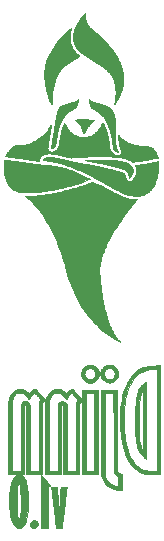
<source format=gbr>
%TF.GenerationSoftware,KiCad,Pcbnew,(5.1.7)-1*%
%TF.CreationDate,2020-10-07T08:37:43+11:00*%
%TF.ProjectId,Board-DjinnBase,426f6172-642d-4446-9a69-6e6e42617365,rev?*%
%TF.SameCoordinates,Original*%
%TF.FileFunction,Legend,Bot*%
%TF.FilePolarity,Positive*%
%FSLAX46Y46*%
G04 Gerber Fmt 4.6, Leading zero omitted, Abs format (unit mm)*
G04 Created by KiCad (PCBNEW (5.1.7)-1) date 2020-10-07 08:37:43*
%MOMM*%
%LPD*%
G01*
G04 APERTURE LIST*
%ADD10C,0.010000*%
G04 APERTURE END LIST*
D10*
%TO.C,LOGO6*%
G36*
X150738490Y-61351114D02*
G01*
X150700776Y-61377861D01*
X150649322Y-61417388D01*
X150589141Y-61465561D01*
X150525248Y-61518246D01*
X150462660Y-61571309D01*
X150406391Y-61620618D01*
X150361457Y-61662038D01*
X150333512Y-61690690D01*
X150252306Y-61796383D01*
X150179292Y-61916534D01*
X150114072Y-62052870D01*
X150056246Y-62207117D01*
X150005416Y-62381004D01*
X149961183Y-62576257D01*
X149923146Y-62794601D01*
X149890909Y-63037765D01*
X149864070Y-63307475D01*
X149842233Y-63605458D01*
X149827350Y-63881280D01*
X149822442Y-64017871D01*
X149819018Y-64179471D01*
X149817026Y-64360302D01*
X149816412Y-64554590D01*
X149817123Y-64756560D01*
X149819107Y-64960436D01*
X149822309Y-65160442D01*
X149826678Y-65350803D01*
X149832159Y-65525745D01*
X149838700Y-65679491D01*
X149844857Y-65786280D01*
X149873110Y-66110271D01*
X149912439Y-66405301D01*
X149963013Y-66672227D01*
X150025001Y-66911905D01*
X150098574Y-67125193D01*
X150121273Y-67180302D01*
X150176095Y-67299094D01*
X150232330Y-67398509D01*
X150295683Y-67485721D01*
X150371856Y-67567902D01*
X150466554Y-67652227D01*
X150548361Y-67717488D01*
X150613976Y-67768202D01*
X150671579Y-67812749D01*
X150716002Y-67847132D01*
X150742077Y-67867351D01*
X150745642Y-67870129D01*
X150748018Y-67866493D01*
X150750209Y-67850989D01*
X150752220Y-67822528D01*
X150754060Y-67780020D01*
X150755733Y-67722377D01*
X150757248Y-67648509D01*
X150758610Y-67557328D01*
X150759827Y-67447743D01*
X150760904Y-67318667D01*
X150761849Y-67169009D01*
X150762667Y-66997681D01*
X150763367Y-66803593D01*
X150763954Y-66585657D01*
X150764435Y-66342783D01*
X150764817Y-66073882D01*
X150765106Y-65777866D01*
X150765309Y-65453644D01*
X150765433Y-65100128D01*
X150765483Y-64716228D01*
X150765485Y-64613473D01*
X150765477Y-64540318D01*
X150479013Y-64540318D01*
X150478996Y-64614561D01*
X150478257Y-67222967D01*
X150436863Y-67143592D01*
X150410226Y-67087675D01*
X150379911Y-67016850D01*
X150352407Y-66946285D01*
X150351993Y-66945155D01*
X150293688Y-66759696D01*
X150243227Y-66544527D01*
X150200806Y-66300751D01*
X150166621Y-66029473D01*
X150143619Y-65770405D01*
X150138354Y-65678676D01*
X150133848Y-65560184D01*
X150130103Y-65419202D01*
X150127118Y-65259999D01*
X150124895Y-65086847D01*
X150123435Y-64904016D01*
X150122739Y-64715778D01*
X150122809Y-64526403D01*
X150123644Y-64340162D01*
X150125247Y-64161326D01*
X150127618Y-63994166D01*
X150130759Y-63842954D01*
X150134669Y-63711959D01*
X150139351Y-63605453D01*
X150143077Y-63547905D01*
X150165761Y-63285421D01*
X150190533Y-63052642D01*
X150217670Y-62847575D01*
X150247454Y-62668225D01*
X150280162Y-62512600D01*
X150298048Y-62441766D01*
X150319013Y-62370707D01*
X150345083Y-62292548D01*
X150373796Y-62213559D01*
X150402693Y-62140013D01*
X150429314Y-62078179D01*
X150451199Y-62034329D01*
X150465473Y-62014970D01*
X150467203Y-62029541D01*
X150468842Y-62074614D01*
X150470382Y-62148940D01*
X150471819Y-62251272D01*
X150473144Y-62380362D01*
X150474352Y-62534960D01*
X150475436Y-62713821D01*
X150476390Y-62915694D01*
X150477207Y-63139332D01*
X150477881Y-63383488D01*
X150478405Y-63646912D01*
X150478772Y-63928358D01*
X150478977Y-64226576D01*
X150479013Y-64540318D01*
X150765477Y-64540318D01*
X150765447Y-64293585D01*
X150765334Y-63982232D01*
X150765151Y-63680895D01*
X150764900Y-63391055D01*
X150764586Y-63114192D01*
X150764212Y-62851787D01*
X150763782Y-62605319D01*
X150763300Y-62376270D01*
X150762768Y-62166119D01*
X150762191Y-61976346D01*
X150761573Y-61808433D01*
X150760916Y-61663860D01*
X150760226Y-61544107D01*
X150759504Y-61450654D01*
X150758756Y-61384981D01*
X150757984Y-61348570D01*
X150757446Y-61341280D01*
X150738490Y-61351114D01*
G37*
X150738490Y-61351114D02*
X150700776Y-61377861D01*
X150649322Y-61417388D01*
X150589141Y-61465561D01*
X150525248Y-61518246D01*
X150462660Y-61571309D01*
X150406391Y-61620618D01*
X150361457Y-61662038D01*
X150333512Y-61690690D01*
X150252306Y-61796383D01*
X150179292Y-61916534D01*
X150114072Y-62052870D01*
X150056246Y-62207117D01*
X150005416Y-62381004D01*
X149961183Y-62576257D01*
X149923146Y-62794601D01*
X149890909Y-63037765D01*
X149864070Y-63307475D01*
X149842233Y-63605458D01*
X149827350Y-63881280D01*
X149822442Y-64017871D01*
X149819018Y-64179471D01*
X149817026Y-64360302D01*
X149816412Y-64554590D01*
X149817123Y-64756560D01*
X149819107Y-64960436D01*
X149822309Y-65160442D01*
X149826678Y-65350803D01*
X149832159Y-65525745D01*
X149838700Y-65679491D01*
X149844857Y-65786280D01*
X149873110Y-66110271D01*
X149912439Y-66405301D01*
X149963013Y-66672227D01*
X150025001Y-66911905D01*
X150098574Y-67125193D01*
X150121273Y-67180302D01*
X150176095Y-67299094D01*
X150232330Y-67398509D01*
X150295683Y-67485721D01*
X150371856Y-67567902D01*
X150466554Y-67652227D01*
X150548361Y-67717488D01*
X150613976Y-67768202D01*
X150671579Y-67812749D01*
X150716002Y-67847132D01*
X150742077Y-67867351D01*
X150745642Y-67870129D01*
X150748018Y-67866493D01*
X150750209Y-67850989D01*
X150752220Y-67822528D01*
X150754060Y-67780020D01*
X150755733Y-67722377D01*
X150757248Y-67648509D01*
X150758610Y-67557328D01*
X150759827Y-67447743D01*
X150760904Y-67318667D01*
X150761849Y-67169009D01*
X150762667Y-66997681D01*
X150763367Y-66803593D01*
X150763954Y-66585657D01*
X150764435Y-66342783D01*
X150764817Y-66073882D01*
X150765106Y-65777866D01*
X150765309Y-65453644D01*
X150765433Y-65100128D01*
X150765483Y-64716228D01*
X150765485Y-64613473D01*
X150765477Y-64540318D01*
X150479013Y-64540318D01*
X150478996Y-64614561D01*
X150478257Y-67222967D01*
X150436863Y-67143592D01*
X150410226Y-67087675D01*
X150379911Y-67016850D01*
X150352407Y-66946285D01*
X150351993Y-66945155D01*
X150293688Y-66759696D01*
X150243227Y-66544527D01*
X150200806Y-66300751D01*
X150166621Y-66029473D01*
X150143619Y-65770405D01*
X150138354Y-65678676D01*
X150133848Y-65560184D01*
X150130103Y-65419202D01*
X150127118Y-65259999D01*
X150124895Y-65086847D01*
X150123435Y-64904016D01*
X150122739Y-64715778D01*
X150122809Y-64526403D01*
X150123644Y-64340162D01*
X150125247Y-64161326D01*
X150127618Y-63994166D01*
X150130759Y-63842954D01*
X150134669Y-63711959D01*
X150139351Y-63605453D01*
X150143077Y-63547905D01*
X150165761Y-63285421D01*
X150190533Y-63052642D01*
X150217670Y-62847575D01*
X150247454Y-62668225D01*
X150280162Y-62512600D01*
X150298048Y-62441766D01*
X150319013Y-62370707D01*
X150345083Y-62292548D01*
X150373796Y-62213559D01*
X150402693Y-62140013D01*
X150429314Y-62078179D01*
X150451199Y-62034329D01*
X150465473Y-62014970D01*
X150467203Y-62029541D01*
X150468842Y-62074614D01*
X150470382Y-62148940D01*
X150471819Y-62251272D01*
X150473144Y-62380362D01*
X150474352Y-62534960D01*
X150475436Y-62713821D01*
X150476390Y-62915694D01*
X150477207Y-63139332D01*
X150477881Y-63383488D01*
X150478405Y-63646912D01*
X150478772Y-63928358D01*
X150478977Y-64226576D01*
X150479013Y-64540318D01*
X150765477Y-64540318D01*
X150765447Y-64293585D01*
X150765334Y-63982232D01*
X150765151Y-63680895D01*
X150764900Y-63391055D01*
X150764586Y-63114192D01*
X150764212Y-62851787D01*
X150763782Y-62605319D01*
X150763300Y-62376270D01*
X150762768Y-62166119D01*
X150762191Y-61976346D01*
X150761573Y-61808433D01*
X150760916Y-61663860D01*
X150760226Y-61544107D01*
X150759504Y-61450654D01*
X150758756Y-61384981D01*
X150757984Y-61348570D01*
X150757446Y-61341280D01*
X150738490Y-61351114D01*
G36*
X147497604Y-59926651D02*
G01*
X147357040Y-59968791D01*
X147269585Y-60012275D01*
X147213007Y-60052899D01*
X147147975Y-60110898D01*
X147082472Y-60177944D01*
X147024479Y-60245712D01*
X146981978Y-60305876D01*
X146973469Y-60321147D01*
X146918991Y-60460909D01*
X146893935Y-60604583D01*
X146896952Y-60748259D01*
X146926693Y-60888027D01*
X146981806Y-61019976D01*
X147060945Y-61140196D01*
X147162758Y-61244778D01*
X147285897Y-61329811D01*
X147329242Y-61352092D01*
X147388022Y-61378884D01*
X147435636Y-61396309D01*
X147482739Y-61406692D01*
X147539984Y-61412361D01*
X147618026Y-61415641D01*
X147620617Y-61415721D01*
X147710946Y-61416815D01*
X147779430Y-61413064D01*
X147835729Y-61403567D01*
X147876413Y-61391921D01*
X148019852Y-61328172D01*
X148145591Y-61238734D01*
X148251132Y-61125792D01*
X148333729Y-60992030D01*
X148358001Y-60941552D01*
X148374406Y-60901553D01*
X148384486Y-60863663D01*
X148389779Y-60819512D01*
X148391828Y-60760732D01*
X148392010Y-60717409D01*
X148102691Y-60717409D01*
X148078325Y-60828302D01*
X148059118Y-60873735D01*
X148002104Y-60960042D01*
X147925092Y-61033927D01*
X147837610Y-61086645D01*
X147818989Y-61094138D01*
X147732638Y-61113912D01*
X147634070Y-61118045D01*
X147536846Y-61107011D01*
X147454943Y-61081476D01*
X147396210Y-61046041D01*
X147336494Y-60997390D01*
X147309292Y-60969625D01*
X147242239Y-60871514D01*
X147203327Y-60764824D01*
X147192472Y-60654453D01*
X147209593Y-60545296D01*
X147254609Y-60442250D01*
X147319474Y-60358196D01*
X147387963Y-60294690D01*
X147451961Y-60253642D01*
X147522667Y-60229907D01*
X147611279Y-60218340D01*
X147625881Y-60217391D01*
X147693184Y-60214843D01*
X147741618Y-60218213D01*
X147783834Y-60229615D01*
X147832484Y-60251161D01*
X147834805Y-60252294D01*
X147934458Y-60317097D01*
X148012839Y-60400902D01*
X148068182Y-60498817D01*
X148098721Y-60605950D01*
X148102691Y-60717409D01*
X148392010Y-60717409D01*
X148392173Y-60678954D01*
X148392173Y-60674530D01*
X148391852Y-60591354D01*
X148389872Y-60531526D01*
X148384709Y-60486642D01*
X148374841Y-60448301D01*
X148358743Y-60408100D01*
X148334892Y-60357637D01*
X148334598Y-60357030D01*
X148270006Y-60241714D01*
X148196467Y-60149042D01*
X148106235Y-60069930D01*
X148064884Y-60040815D01*
X147932080Y-59970216D01*
X147790009Y-59927539D01*
X147643555Y-59912958D01*
X147497604Y-59926651D01*
G37*
X147497604Y-59926651D02*
X147357040Y-59968791D01*
X147269585Y-60012275D01*
X147213007Y-60052899D01*
X147147975Y-60110898D01*
X147082472Y-60177944D01*
X147024479Y-60245712D01*
X146981978Y-60305876D01*
X146973469Y-60321147D01*
X146918991Y-60460909D01*
X146893935Y-60604583D01*
X146896952Y-60748259D01*
X146926693Y-60888027D01*
X146981806Y-61019976D01*
X147060945Y-61140196D01*
X147162758Y-61244778D01*
X147285897Y-61329811D01*
X147329242Y-61352092D01*
X147388022Y-61378884D01*
X147435636Y-61396309D01*
X147482739Y-61406692D01*
X147539984Y-61412361D01*
X147618026Y-61415641D01*
X147620617Y-61415721D01*
X147710946Y-61416815D01*
X147779430Y-61413064D01*
X147835729Y-61403567D01*
X147876413Y-61391921D01*
X148019852Y-61328172D01*
X148145591Y-61238734D01*
X148251132Y-61125792D01*
X148333729Y-60992030D01*
X148358001Y-60941552D01*
X148374406Y-60901553D01*
X148384486Y-60863663D01*
X148389779Y-60819512D01*
X148391828Y-60760732D01*
X148392010Y-60717409D01*
X148102691Y-60717409D01*
X148078325Y-60828302D01*
X148059118Y-60873735D01*
X148002104Y-60960042D01*
X147925092Y-61033927D01*
X147837610Y-61086645D01*
X147818989Y-61094138D01*
X147732638Y-61113912D01*
X147634070Y-61118045D01*
X147536846Y-61107011D01*
X147454943Y-61081476D01*
X147396210Y-61046041D01*
X147336494Y-60997390D01*
X147309292Y-60969625D01*
X147242239Y-60871514D01*
X147203327Y-60764824D01*
X147192472Y-60654453D01*
X147209593Y-60545296D01*
X147254609Y-60442250D01*
X147319474Y-60358196D01*
X147387963Y-60294690D01*
X147451961Y-60253642D01*
X147522667Y-60229907D01*
X147611279Y-60218340D01*
X147625881Y-60217391D01*
X147693184Y-60214843D01*
X147741618Y-60218213D01*
X147783834Y-60229615D01*
X147832484Y-60251161D01*
X147834805Y-60252294D01*
X147934458Y-60317097D01*
X148012839Y-60400902D01*
X148068182Y-60498817D01*
X148098721Y-60605950D01*
X148102691Y-60717409D01*
X148392010Y-60717409D01*
X148392173Y-60678954D01*
X148392173Y-60674530D01*
X148391852Y-60591354D01*
X148389872Y-60531526D01*
X148384709Y-60486642D01*
X148374841Y-60448301D01*
X148358743Y-60408100D01*
X148334892Y-60357637D01*
X148334598Y-60357030D01*
X148270006Y-60241714D01*
X148196467Y-60149042D01*
X148106235Y-60069930D01*
X148064884Y-60040815D01*
X147932080Y-59970216D01*
X147790009Y-59927539D01*
X147643555Y-59912958D01*
X147497604Y-59926651D01*
G36*
X145898259Y-59920198D02*
G01*
X145758048Y-59950861D01*
X145630354Y-60009694D01*
X145512139Y-60097915D01*
X145451397Y-60157961D01*
X145357382Y-60280882D01*
X145291738Y-60414241D01*
X145254403Y-60554342D01*
X145245317Y-60697493D01*
X145264419Y-60839997D01*
X145311648Y-60978162D01*
X145386944Y-61108292D01*
X145468659Y-61205468D01*
X145586716Y-61304619D01*
X145718040Y-61376869D01*
X145858783Y-61421102D01*
X146005102Y-61436201D01*
X146153149Y-61421050D01*
X146185548Y-61413552D01*
X146268566Y-61389700D01*
X146333516Y-61363560D01*
X146393876Y-61329268D01*
X146420905Y-61311160D01*
X146543339Y-61208661D01*
X146639705Y-61090460D01*
X146709173Y-60959785D01*
X146750911Y-60819865D01*
X146764087Y-60673928D01*
X146760879Y-60644502D01*
X146459774Y-60644502D01*
X146453840Y-60765775D01*
X146419204Y-60875679D01*
X146357752Y-60971356D01*
X146271371Y-61049949D01*
X146161947Y-61108600D01*
X146150581Y-61112972D01*
X146080511Y-61128030D01*
X145994791Y-61130648D01*
X145906604Y-61121677D01*
X145829136Y-61101963D01*
X145802761Y-61090580D01*
X145715472Y-61029896D01*
X145641088Y-60947467D01*
X145584453Y-60851040D01*
X145550411Y-60748363D01*
X145542610Y-60674530D01*
X145554962Y-60567876D01*
X145593566Y-60471348D01*
X145660746Y-60379837D01*
X145690869Y-60348607D01*
X145763993Y-60284357D01*
X145832190Y-60243510D01*
X145905933Y-60221703D01*
X145995695Y-60214572D01*
X146012765Y-60214503D01*
X146122346Y-60228688D01*
X146222230Y-60271407D01*
X146316002Y-60344207D01*
X146317827Y-60345968D01*
X146389594Y-60428757D01*
X146434522Y-60515445D01*
X146457050Y-60615370D01*
X146459774Y-60644502D01*
X146760879Y-60644502D01*
X146747871Y-60525203D01*
X146701431Y-60376919D01*
X146675753Y-60321491D01*
X146615811Y-60229177D01*
X146533151Y-60138207D01*
X146436130Y-60056414D01*
X146333109Y-59991635D01*
X146313305Y-59981782D01*
X146242775Y-59950765D01*
X146182656Y-59931899D01*
X146117807Y-59921372D01*
X146054027Y-59916487D01*
X145898259Y-59920198D01*
G37*
X145898259Y-59920198D02*
X145758048Y-59950861D01*
X145630354Y-60009694D01*
X145512139Y-60097915D01*
X145451397Y-60157961D01*
X145357382Y-60280882D01*
X145291738Y-60414241D01*
X145254403Y-60554342D01*
X145245317Y-60697493D01*
X145264419Y-60839997D01*
X145311648Y-60978162D01*
X145386944Y-61108292D01*
X145468659Y-61205468D01*
X145586716Y-61304619D01*
X145718040Y-61376869D01*
X145858783Y-61421102D01*
X146005102Y-61436201D01*
X146153149Y-61421050D01*
X146185548Y-61413552D01*
X146268566Y-61389700D01*
X146333516Y-61363560D01*
X146393876Y-61329268D01*
X146420905Y-61311160D01*
X146543339Y-61208661D01*
X146639705Y-61090460D01*
X146709173Y-60959785D01*
X146750911Y-60819865D01*
X146764087Y-60673928D01*
X146760879Y-60644502D01*
X146459774Y-60644502D01*
X146453840Y-60765775D01*
X146419204Y-60875679D01*
X146357752Y-60971356D01*
X146271371Y-61049949D01*
X146161947Y-61108600D01*
X146150581Y-61112972D01*
X146080511Y-61128030D01*
X145994791Y-61130648D01*
X145906604Y-61121677D01*
X145829136Y-61101963D01*
X145802761Y-61090580D01*
X145715472Y-61029896D01*
X145641088Y-60947467D01*
X145584453Y-60851040D01*
X145550411Y-60748363D01*
X145542610Y-60674530D01*
X145554962Y-60567876D01*
X145593566Y-60471348D01*
X145660746Y-60379837D01*
X145690869Y-60348607D01*
X145763993Y-60284357D01*
X145832190Y-60243510D01*
X145905933Y-60221703D01*
X145995695Y-60214572D01*
X146012765Y-60214503D01*
X146122346Y-60228688D01*
X146222230Y-60271407D01*
X146316002Y-60344207D01*
X146317827Y-60345968D01*
X146389594Y-60428757D01*
X146434522Y-60515445D01*
X146457050Y-60615370D01*
X146459774Y-60644502D01*
X146760879Y-60644502D01*
X146747871Y-60525203D01*
X146701431Y-60376919D01*
X146675753Y-60321491D01*
X146615811Y-60229177D01*
X146533151Y-60138207D01*
X146436130Y-60056414D01*
X146333109Y-59991635D01*
X146313305Y-59981782D01*
X146242775Y-59950765D01*
X146182656Y-59931899D01*
X146117807Y-59921372D01*
X146054027Y-59916487D01*
X145898259Y-59920198D01*
G36*
X144505630Y-61951056D02*
G01*
X144456484Y-61968273D01*
X144395993Y-61992636D01*
X144332671Y-62020599D01*
X144275036Y-62048618D01*
X144243725Y-62065726D01*
X144199117Y-62096861D01*
X144142729Y-62143239D01*
X144084247Y-62196707D01*
X144062450Y-62218243D01*
X143954298Y-62327907D01*
X143837413Y-62218749D01*
X143774844Y-62164373D01*
X143707552Y-62112363D01*
X143646692Y-62071139D01*
X143625998Y-62059207D01*
X143479095Y-61998251D01*
X143325438Y-61966508D01*
X143169107Y-61963348D01*
X143014181Y-61988140D01*
X142864740Y-62040253D01*
X142724864Y-62119056D01*
X142605661Y-62216986D01*
X142502794Y-62330404D01*
X142419248Y-62453063D01*
X142351918Y-62590904D01*
X142297702Y-62749869D01*
X142269688Y-62859989D01*
X142234072Y-63016092D01*
X142228873Y-66107748D01*
X142223673Y-69199405D01*
X143574110Y-69199405D01*
X143574345Y-66290311D01*
X143574414Y-65919540D01*
X143574567Y-65579350D01*
X143574810Y-65268571D01*
X143575152Y-64986034D01*
X143575601Y-64730570D01*
X143576165Y-64501010D01*
X143576851Y-64296183D01*
X143577669Y-64114922D01*
X143578625Y-63956056D01*
X143579728Y-63818416D01*
X143580986Y-63700833D01*
X143582408Y-63602138D01*
X143584000Y-63521161D01*
X143585771Y-63456734D01*
X143587730Y-63407686D01*
X143589883Y-63372849D01*
X143592240Y-63351052D01*
X143594586Y-63341530D01*
X143627183Y-63306527D01*
X143670497Y-63297189D01*
X143714204Y-63315405D01*
X143718295Y-63318902D01*
X143722016Y-63322847D01*
X143725422Y-63328559D01*
X143728525Y-63337401D01*
X143731340Y-63350734D01*
X143733881Y-63369922D01*
X143736162Y-63396325D01*
X143738196Y-63431307D01*
X143739999Y-63476230D01*
X143741584Y-63532456D01*
X143742964Y-63601347D01*
X143744155Y-63684265D01*
X143745169Y-63782573D01*
X143746022Y-63897633D01*
X143746727Y-64030807D01*
X143747298Y-64183458D01*
X143747750Y-64356948D01*
X143748095Y-64552638D01*
X143748349Y-64771892D01*
X143748526Y-65016071D01*
X143748639Y-65286537D01*
X143748702Y-65584654D01*
X143748729Y-65911783D01*
X143748735Y-66269286D01*
X143748735Y-69199405D01*
X145097627Y-69199405D01*
X145101837Y-66202998D01*
X145106048Y-63206592D01*
X145144019Y-63122558D01*
X145171209Y-63075207D01*
X145209012Y-63025025D01*
X145250806Y-62979173D01*
X145289972Y-62944807D01*
X145319891Y-62929087D01*
X145323218Y-62928779D01*
X145324518Y-62944402D01*
X145325782Y-62990263D01*
X145327004Y-63064849D01*
X145328178Y-63166648D01*
X145329298Y-63294147D01*
X145330357Y-63445835D01*
X145331349Y-63620199D01*
X145332268Y-63815726D01*
X145333107Y-64030905D01*
X145333861Y-64264223D01*
X145334522Y-64514167D01*
X145335085Y-64779225D01*
X145335544Y-65057886D01*
X145335891Y-65348636D01*
X145336122Y-65649963D01*
X145336228Y-65960356D01*
X145336235Y-66064092D01*
X145336235Y-69199405D01*
X146685680Y-69199405D01*
X146685344Y-68897780D01*
X146384061Y-68897780D01*
X145637860Y-68897780D01*
X145637860Y-62855690D01*
X144952922Y-62855690D01*
X144925439Y-62896203D01*
X144891861Y-62956452D01*
X144856408Y-63038771D01*
X144825198Y-63127217D01*
X144822577Y-63141275D01*
X144820155Y-63167177D01*
X144817922Y-63206115D01*
X144815868Y-63259283D01*
X144813983Y-63327872D01*
X144812256Y-63413077D01*
X144810678Y-63516090D01*
X144809239Y-63638103D01*
X144807927Y-63780311D01*
X144806734Y-63943905D01*
X144805649Y-64130079D01*
X144804661Y-64340026D01*
X144803762Y-64574938D01*
X144802940Y-64836008D01*
X144802185Y-65124430D01*
X144801487Y-65441396D01*
X144800837Y-65788100D01*
X144800412Y-66044248D01*
X144795896Y-68897780D01*
X144050360Y-68897780D01*
X144050360Y-63267577D01*
X143990330Y-63181522D01*
X143915252Y-63096877D01*
X143844188Y-63043873D01*
X143748333Y-63002950D01*
X143651196Y-62991143D01*
X143557035Y-63006307D01*
X143470109Y-63046295D01*
X143394675Y-63108963D01*
X143334993Y-63192163D01*
X143295319Y-63293750D01*
X143288628Y-63323853D01*
X143286320Y-63352359D01*
X143284183Y-63412322D01*
X143282220Y-63503453D01*
X143280432Y-63625457D01*
X143278820Y-63778045D01*
X143277387Y-63960924D01*
X143276134Y-64173803D01*
X143275063Y-64416389D01*
X143274175Y-64688392D01*
X143273472Y-64989520D01*
X143272956Y-65319480D01*
X143272628Y-65677982D01*
X143272490Y-66064734D01*
X143272485Y-66153571D01*
X143272485Y-68897780D01*
X142526360Y-68897780D01*
X142526491Y-66060123D01*
X142526603Y-65668358D01*
X142526900Y-65302034D01*
X142527379Y-64961656D01*
X142528038Y-64647725D01*
X142528873Y-64360744D01*
X142529883Y-64101216D01*
X142531063Y-63869644D01*
X142532412Y-63666530D01*
X142533927Y-63492378D01*
X142535605Y-63347689D01*
X142537443Y-63232968D01*
X142539438Y-63148716D01*
X142541588Y-63095436D01*
X142542827Y-63079592D01*
X142575017Y-62886728D01*
X142625014Y-62719875D01*
X142693067Y-62578591D01*
X142779422Y-62462435D01*
X142884327Y-62370966D01*
X142967593Y-62322046D01*
X143020948Y-62297137D01*
X143064874Y-62281724D01*
X143110445Y-62273563D01*
X143168733Y-62270409D01*
X143224527Y-62269979D01*
X143305175Y-62271580D01*
X143364230Y-62277403D01*
X143411735Y-62288997D01*
X143451532Y-62305005D01*
X143526578Y-62350859D01*
X143615136Y-62425361D01*
X143717147Y-62528454D01*
X143832552Y-62660081D01*
X143856392Y-62688802D01*
X143912349Y-62757520D01*
X143952250Y-62803396D01*
X143981632Y-62825844D01*
X144006034Y-62824279D01*
X144030993Y-62798114D01*
X144062049Y-62746764D01*
X144104740Y-62669644D01*
X144108964Y-62662092D01*
X144176126Y-62554480D01*
X144249435Y-62458161D01*
X144323594Y-62379414D01*
X144393308Y-62324520D01*
X144393994Y-62324095D01*
X144411513Y-62312229D01*
X144425364Y-62303259D01*
X144438356Y-62299506D01*
X144453299Y-62303293D01*
X144473001Y-62316943D01*
X144500272Y-62342777D01*
X144537921Y-62383117D01*
X144588757Y-62440287D01*
X144655590Y-62516608D01*
X144730795Y-62602516D01*
X144952922Y-62855690D01*
X145637860Y-62855690D01*
X145637860Y-62324944D01*
X146006954Y-62329206D01*
X146376048Y-62333467D01*
X146380054Y-65615623D01*
X146384061Y-68897780D01*
X146685344Y-68897780D01*
X146681676Y-65615623D01*
X146677673Y-62031842D01*
X146007223Y-62027701D01*
X145336772Y-62023560D01*
X145328298Y-62832048D01*
X144940682Y-62388289D01*
X144852369Y-62287726D01*
X144770155Y-62195146D01*
X144696458Y-62113195D01*
X144633696Y-62044517D01*
X144584290Y-61991758D01*
X144550658Y-61957563D01*
X144535218Y-61944577D01*
X144534911Y-61944530D01*
X144505630Y-61951056D01*
G37*
X144505630Y-61951056D02*
X144456484Y-61968273D01*
X144395993Y-61992636D01*
X144332671Y-62020599D01*
X144275036Y-62048618D01*
X144243725Y-62065726D01*
X144199117Y-62096861D01*
X144142729Y-62143239D01*
X144084247Y-62196707D01*
X144062450Y-62218243D01*
X143954298Y-62327907D01*
X143837413Y-62218749D01*
X143774844Y-62164373D01*
X143707552Y-62112363D01*
X143646692Y-62071139D01*
X143625998Y-62059207D01*
X143479095Y-61998251D01*
X143325438Y-61966508D01*
X143169107Y-61963348D01*
X143014181Y-61988140D01*
X142864740Y-62040253D01*
X142724864Y-62119056D01*
X142605661Y-62216986D01*
X142502794Y-62330404D01*
X142419248Y-62453063D01*
X142351918Y-62590904D01*
X142297702Y-62749869D01*
X142269688Y-62859989D01*
X142234072Y-63016092D01*
X142228873Y-66107748D01*
X142223673Y-69199405D01*
X143574110Y-69199405D01*
X143574345Y-66290311D01*
X143574414Y-65919540D01*
X143574567Y-65579350D01*
X143574810Y-65268571D01*
X143575152Y-64986034D01*
X143575601Y-64730570D01*
X143576165Y-64501010D01*
X143576851Y-64296183D01*
X143577669Y-64114922D01*
X143578625Y-63956056D01*
X143579728Y-63818416D01*
X143580986Y-63700833D01*
X143582408Y-63602138D01*
X143584000Y-63521161D01*
X143585771Y-63456734D01*
X143587730Y-63407686D01*
X143589883Y-63372849D01*
X143592240Y-63351052D01*
X143594586Y-63341530D01*
X143627183Y-63306527D01*
X143670497Y-63297189D01*
X143714204Y-63315405D01*
X143718295Y-63318902D01*
X143722016Y-63322847D01*
X143725422Y-63328559D01*
X143728525Y-63337401D01*
X143731340Y-63350734D01*
X143733881Y-63369922D01*
X143736162Y-63396325D01*
X143738196Y-63431307D01*
X143739999Y-63476230D01*
X143741584Y-63532456D01*
X143742964Y-63601347D01*
X143744155Y-63684265D01*
X143745169Y-63782573D01*
X143746022Y-63897633D01*
X143746727Y-64030807D01*
X143747298Y-64183458D01*
X143747750Y-64356948D01*
X143748095Y-64552638D01*
X143748349Y-64771892D01*
X143748526Y-65016071D01*
X143748639Y-65286537D01*
X143748702Y-65584654D01*
X143748729Y-65911783D01*
X143748735Y-66269286D01*
X143748735Y-69199405D01*
X145097627Y-69199405D01*
X145101837Y-66202998D01*
X145106048Y-63206592D01*
X145144019Y-63122558D01*
X145171209Y-63075207D01*
X145209012Y-63025025D01*
X145250806Y-62979173D01*
X145289972Y-62944807D01*
X145319891Y-62929087D01*
X145323218Y-62928779D01*
X145324518Y-62944402D01*
X145325782Y-62990263D01*
X145327004Y-63064849D01*
X145328178Y-63166648D01*
X145329298Y-63294147D01*
X145330357Y-63445835D01*
X145331349Y-63620199D01*
X145332268Y-63815726D01*
X145333107Y-64030905D01*
X145333861Y-64264223D01*
X145334522Y-64514167D01*
X145335085Y-64779225D01*
X145335544Y-65057886D01*
X145335891Y-65348636D01*
X145336122Y-65649963D01*
X145336228Y-65960356D01*
X145336235Y-66064092D01*
X145336235Y-69199405D01*
X146685680Y-69199405D01*
X146685344Y-68897780D01*
X146384061Y-68897780D01*
X145637860Y-68897780D01*
X145637860Y-62855690D01*
X144952922Y-62855690D01*
X144925439Y-62896203D01*
X144891861Y-62956452D01*
X144856408Y-63038771D01*
X144825198Y-63127217D01*
X144822577Y-63141275D01*
X144820155Y-63167177D01*
X144817922Y-63206115D01*
X144815868Y-63259283D01*
X144813983Y-63327872D01*
X144812256Y-63413077D01*
X144810678Y-63516090D01*
X144809239Y-63638103D01*
X144807927Y-63780311D01*
X144806734Y-63943905D01*
X144805649Y-64130079D01*
X144804661Y-64340026D01*
X144803762Y-64574938D01*
X144802940Y-64836008D01*
X144802185Y-65124430D01*
X144801487Y-65441396D01*
X144800837Y-65788100D01*
X144800412Y-66044248D01*
X144795896Y-68897780D01*
X144050360Y-68897780D01*
X144050360Y-63267577D01*
X143990330Y-63181522D01*
X143915252Y-63096877D01*
X143844188Y-63043873D01*
X143748333Y-63002950D01*
X143651196Y-62991143D01*
X143557035Y-63006307D01*
X143470109Y-63046295D01*
X143394675Y-63108963D01*
X143334993Y-63192163D01*
X143295319Y-63293750D01*
X143288628Y-63323853D01*
X143286320Y-63352359D01*
X143284183Y-63412322D01*
X143282220Y-63503453D01*
X143280432Y-63625457D01*
X143278820Y-63778045D01*
X143277387Y-63960924D01*
X143276134Y-64173803D01*
X143275063Y-64416389D01*
X143274175Y-64688392D01*
X143273472Y-64989520D01*
X143272956Y-65319480D01*
X143272628Y-65677982D01*
X143272490Y-66064734D01*
X143272485Y-66153571D01*
X143272485Y-68897780D01*
X142526360Y-68897780D01*
X142526491Y-66060123D01*
X142526603Y-65668358D01*
X142526900Y-65302034D01*
X142527379Y-64961656D01*
X142528038Y-64647725D01*
X142528873Y-64360744D01*
X142529883Y-64101216D01*
X142531063Y-63869644D01*
X142532412Y-63666530D01*
X142533927Y-63492378D01*
X142535605Y-63347689D01*
X142537443Y-63232968D01*
X142539438Y-63148716D01*
X142541588Y-63095436D01*
X142542827Y-63079592D01*
X142575017Y-62886728D01*
X142625014Y-62719875D01*
X142693067Y-62578591D01*
X142779422Y-62462435D01*
X142884327Y-62370966D01*
X142967593Y-62322046D01*
X143020948Y-62297137D01*
X143064874Y-62281724D01*
X143110445Y-62273563D01*
X143168733Y-62270409D01*
X143224527Y-62269979D01*
X143305175Y-62271580D01*
X143364230Y-62277403D01*
X143411735Y-62288997D01*
X143451532Y-62305005D01*
X143526578Y-62350859D01*
X143615136Y-62425361D01*
X143717147Y-62528454D01*
X143832552Y-62660081D01*
X143856392Y-62688802D01*
X143912349Y-62757520D01*
X143952250Y-62803396D01*
X143981632Y-62825844D01*
X144006034Y-62824279D01*
X144030993Y-62798114D01*
X144062049Y-62746764D01*
X144104740Y-62669644D01*
X144108964Y-62662092D01*
X144176126Y-62554480D01*
X144249435Y-62458161D01*
X144323594Y-62379414D01*
X144393308Y-62324520D01*
X144393994Y-62324095D01*
X144411513Y-62312229D01*
X144425364Y-62303259D01*
X144438356Y-62299506D01*
X144453299Y-62303293D01*
X144473001Y-62316943D01*
X144500272Y-62342777D01*
X144537921Y-62383117D01*
X144588757Y-62440287D01*
X144655590Y-62516608D01*
X144730795Y-62602516D01*
X144952922Y-62855690D01*
X145637860Y-62855690D01*
X145637860Y-62324944D01*
X146006954Y-62329206D01*
X146376048Y-62333467D01*
X146380054Y-65615623D01*
X146384061Y-68897780D01*
X146685344Y-68897780D01*
X146681676Y-65615623D01*
X146677673Y-62031842D01*
X146007223Y-62027701D01*
X145336772Y-62023560D01*
X145328298Y-62832048D01*
X144940682Y-62388289D01*
X144852369Y-62287726D01*
X144770155Y-62195146D01*
X144696458Y-62113195D01*
X144633696Y-62044517D01*
X144584290Y-61991758D01*
X144550658Y-61957563D01*
X144535218Y-61944577D01*
X144534911Y-61944530D01*
X144505630Y-61951056D01*
G36*
X151666392Y-59976043D02*
G01*
X151394454Y-59981321D01*
X151148781Y-59997621D01*
X150925602Y-60025674D01*
X150721144Y-60066214D01*
X150531635Y-60119973D01*
X150353304Y-60187685D01*
X150199329Y-60261118D01*
X149999688Y-60382885D01*
X149808523Y-60534176D01*
X149627268Y-60713557D01*
X149457357Y-60919590D01*
X149300223Y-61150843D01*
X149283813Y-61177703D01*
X149227475Y-61277743D01*
X149165304Y-61399746D01*
X149101079Y-61535419D01*
X149038575Y-61676463D01*
X148981569Y-61814584D01*
X148933838Y-61941484D01*
X148926444Y-61962725D01*
X148830427Y-62268979D01*
X148749730Y-62584667D01*
X148683546Y-62914151D01*
X148631069Y-63261796D01*
X148591489Y-63631964D01*
X148573288Y-63871407D01*
X148567807Y-63982682D01*
X148564009Y-64118677D01*
X148561820Y-64274003D01*
X148561164Y-64443273D01*
X148561968Y-64621101D01*
X148564156Y-64802097D01*
X148567654Y-64980876D01*
X148572387Y-65152048D01*
X148578280Y-65310228D01*
X148585259Y-65450026D01*
X148593249Y-65566057D01*
X148597414Y-65611655D01*
X148646926Y-66026975D01*
X148708383Y-66413672D01*
X148782134Y-66772677D01*
X148868525Y-67104923D01*
X148967900Y-67411342D01*
X149080608Y-67692864D01*
X149206994Y-67950423D01*
X149347405Y-68184949D01*
X149502187Y-68397374D01*
X149671686Y-68588631D01*
X149722729Y-68639386D01*
X149883583Y-68780475D01*
X150051359Y-68897889D01*
X150230898Y-68994010D01*
X150427038Y-69071217D01*
X150644619Y-69131893D01*
X150781360Y-69160229D01*
X150834854Y-69168785D01*
X150896492Y-69175824D01*
X150970263Y-69181554D01*
X151060154Y-69186184D01*
X151170155Y-69189924D01*
X151304253Y-69192982D01*
X151452079Y-69195369D01*
X151971985Y-69202621D01*
X151971985Y-68901682D01*
X151686293Y-68901682D01*
X151301296Y-68893274D01*
X151166734Y-68889825D01*
X151058315Y-68885717D01*
X150970432Y-68880513D01*
X150897477Y-68873776D01*
X150833845Y-68865068D01*
X150773927Y-68853953D01*
X150760525Y-68851106D01*
X150535915Y-68790337D01*
X150334160Y-68709554D01*
X150152061Y-68606889D01*
X149986420Y-68480472D01*
X149834039Y-68328436D01*
X149801548Y-68290855D01*
X149656659Y-68103789D01*
X149525318Y-67901798D01*
X149406923Y-67683099D01*
X149300876Y-67445909D01*
X149206577Y-67188446D01*
X149123426Y-66908928D01*
X149050822Y-66605572D01*
X148988168Y-66276596D01*
X148934862Y-65920217D01*
X148897434Y-65603717D01*
X148888601Y-65498495D01*
X148881225Y-65366901D01*
X148875307Y-65213744D01*
X148870847Y-65043836D01*
X148867846Y-64861986D01*
X148866305Y-64673005D01*
X148866223Y-64481704D01*
X148867603Y-64292893D01*
X148870444Y-64111382D01*
X148874748Y-63941983D01*
X148880514Y-63789506D01*
X148887744Y-63658760D01*
X148896438Y-63554557D01*
X148897154Y-63547905D01*
X148943794Y-63183450D01*
X149001129Y-62845975D01*
X149069990Y-62532278D01*
X149151213Y-62239158D01*
X149245631Y-61963415D01*
X149354078Y-61701848D01*
X149407958Y-61587342D01*
X149543198Y-61334451D01*
X149687988Y-61111336D01*
X149843738Y-60917085D01*
X150011859Y-60750785D01*
X150193763Y-60611523D01*
X150390859Y-60498386D01*
X150604558Y-60410462D01*
X150836272Y-60346839D01*
X151087410Y-60306602D01*
X151359383Y-60288841D01*
X151416360Y-60287905D01*
X151678298Y-60285592D01*
X151682296Y-64593637D01*
X151686293Y-68901682D01*
X151971985Y-68901682D01*
X151971985Y-59976030D01*
X151666392Y-59976043D01*
G37*
X151666392Y-59976043D02*
X151394454Y-59981321D01*
X151148781Y-59997621D01*
X150925602Y-60025674D01*
X150721144Y-60066214D01*
X150531635Y-60119973D01*
X150353304Y-60187685D01*
X150199329Y-60261118D01*
X149999688Y-60382885D01*
X149808523Y-60534176D01*
X149627268Y-60713557D01*
X149457357Y-60919590D01*
X149300223Y-61150843D01*
X149283813Y-61177703D01*
X149227475Y-61277743D01*
X149165304Y-61399746D01*
X149101079Y-61535419D01*
X149038575Y-61676463D01*
X148981569Y-61814584D01*
X148933838Y-61941484D01*
X148926444Y-61962725D01*
X148830427Y-62268979D01*
X148749730Y-62584667D01*
X148683546Y-62914151D01*
X148631069Y-63261796D01*
X148591489Y-63631964D01*
X148573288Y-63871407D01*
X148567807Y-63982682D01*
X148564009Y-64118677D01*
X148561820Y-64274003D01*
X148561164Y-64443273D01*
X148561968Y-64621101D01*
X148564156Y-64802097D01*
X148567654Y-64980876D01*
X148572387Y-65152048D01*
X148578280Y-65310228D01*
X148585259Y-65450026D01*
X148593249Y-65566057D01*
X148597414Y-65611655D01*
X148646926Y-66026975D01*
X148708383Y-66413672D01*
X148782134Y-66772677D01*
X148868525Y-67104923D01*
X148967900Y-67411342D01*
X149080608Y-67692864D01*
X149206994Y-67950423D01*
X149347405Y-68184949D01*
X149502187Y-68397374D01*
X149671686Y-68588631D01*
X149722729Y-68639386D01*
X149883583Y-68780475D01*
X150051359Y-68897889D01*
X150230898Y-68994010D01*
X150427038Y-69071217D01*
X150644619Y-69131893D01*
X150781360Y-69160229D01*
X150834854Y-69168785D01*
X150896492Y-69175824D01*
X150970263Y-69181554D01*
X151060154Y-69186184D01*
X151170155Y-69189924D01*
X151304253Y-69192982D01*
X151452079Y-69195369D01*
X151971985Y-69202621D01*
X151971985Y-68901682D01*
X151686293Y-68901682D01*
X151301296Y-68893274D01*
X151166734Y-68889825D01*
X151058315Y-68885717D01*
X150970432Y-68880513D01*
X150897477Y-68873776D01*
X150833845Y-68865068D01*
X150773927Y-68853953D01*
X150760525Y-68851106D01*
X150535915Y-68790337D01*
X150334160Y-68709554D01*
X150152061Y-68606889D01*
X149986420Y-68480472D01*
X149834039Y-68328436D01*
X149801548Y-68290855D01*
X149656659Y-68103789D01*
X149525318Y-67901798D01*
X149406923Y-67683099D01*
X149300876Y-67445909D01*
X149206577Y-67188446D01*
X149123426Y-66908928D01*
X149050822Y-66605572D01*
X148988168Y-66276596D01*
X148934862Y-65920217D01*
X148897434Y-65603717D01*
X148888601Y-65498495D01*
X148881225Y-65366901D01*
X148875307Y-65213744D01*
X148870847Y-65043836D01*
X148867846Y-64861986D01*
X148866305Y-64673005D01*
X148866223Y-64481704D01*
X148867603Y-64292893D01*
X148870444Y-64111382D01*
X148874748Y-63941983D01*
X148880514Y-63789506D01*
X148887744Y-63658760D01*
X148896438Y-63554557D01*
X148897154Y-63547905D01*
X148943794Y-63183450D01*
X149001129Y-62845975D01*
X149069990Y-62532278D01*
X149151213Y-62239158D01*
X149245631Y-61963415D01*
X149354078Y-61701848D01*
X149407958Y-61587342D01*
X149543198Y-61334451D01*
X149687988Y-61111336D01*
X149843738Y-60917085D01*
X150011859Y-60750785D01*
X150193763Y-60611523D01*
X150390859Y-60498386D01*
X150604558Y-60410462D01*
X150836272Y-60346839D01*
X151087410Y-60306602D01*
X151359383Y-60288841D01*
X151416360Y-60287905D01*
X151678298Y-60285592D01*
X151682296Y-64593637D01*
X151686293Y-68901682D01*
X151971985Y-68901682D01*
X151971985Y-59976030D01*
X151666392Y-59976043D01*
G36*
X146959219Y-65639263D02*
G01*
X146963423Y-69254967D01*
X147000276Y-69381493D01*
X147075896Y-69589985D01*
X147176094Y-69779085D01*
X147302169Y-69950993D01*
X147397140Y-70053107D01*
X147542975Y-70180013D01*
X147701757Y-70284887D01*
X147876233Y-70368799D01*
X148069150Y-70432824D01*
X148283252Y-70478033D01*
X148521287Y-70505498D01*
X148562829Y-70508385D01*
X148701735Y-70517215D01*
X148701735Y-69408796D01*
X148400110Y-69408796D01*
X148400110Y-70194723D01*
X148308829Y-70180473D01*
X148237525Y-70167107D01*
X148161377Y-70149558D01*
X148130235Y-70141211D01*
X147944016Y-70072023D01*
X147775336Y-69976950D01*
X147625968Y-69857668D01*
X147497685Y-69715851D01*
X147392259Y-69553173D01*
X147311465Y-69371309D01*
X147309621Y-69366092D01*
X147265048Y-69239092D01*
X147260868Y-65782018D01*
X147256689Y-62324943D01*
X147625993Y-62329205D01*
X147995298Y-62333467D01*
X148003235Y-65627530D01*
X148004172Y-66010068D01*
X148005070Y-66362139D01*
X148005944Y-66685025D01*
X148006807Y-66980009D01*
X148007670Y-67248372D01*
X148008549Y-67491397D01*
X148009454Y-67710367D01*
X148010400Y-67906564D01*
X148011400Y-68081271D01*
X148012467Y-68235769D01*
X148013613Y-68371342D01*
X148014852Y-68489271D01*
X148016196Y-68590840D01*
X148017659Y-68677330D01*
X148019255Y-68750024D01*
X148020995Y-68810205D01*
X148022892Y-68859155D01*
X148024961Y-68898156D01*
X148027214Y-68928491D01*
X148029664Y-68951441D01*
X148032324Y-68968291D01*
X148035207Y-68980322D01*
X148037394Y-68986636D01*
X148106755Y-69130784D01*
X148187404Y-69246270D01*
X148280421Y-69334496D01*
X148331729Y-69368722D01*
X148400110Y-69408796D01*
X148701735Y-69408796D01*
X148701735Y-69156473D01*
X148598625Y-69139387D01*
X148510797Y-69117972D01*
X148445753Y-69083573D01*
X148395323Y-69030279D01*
X148357434Y-68964865D01*
X148312798Y-68873967D01*
X148304860Y-65452905D01*
X148296923Y-62031842D01*
X147625969Y-62027701D01*
X146955016Y-62023560D01*
X146959219Y-65639263D01*
G37*
X146959219Y-65639263D02*
X146963423Y-69254967D01*
X147000276Y-69381493D01*
X147075896Y-69589985D01*
X147176094Y-69779085D01*
X147302169Y-69950993D01*
X147397140Y-70053107D01*
X147542975Y-70180013D01*
X147701757Y-70284887D01*
X147876233Y-70368799D01*
X148069150Y-70432824D01*
X148283252Y-70478033D01*
X148521287Y-70505498D01*
X148562829Y-70508385D01*
X148701735Y-70517215D01*
X148701735Y-69408796D01*
X148400110Y-69408796D01*
X148400110Y-70194723D01*
X148308829Y-70180473D01*
X148237525Y-70167107D01*
X148161377Y-70149558D01*
X148130235Y-70141211D01*
X147944016Y-70072023D01*
X147775336Y-69976950D01*
X147625968Y-69857668D01*
X147497685Y-69715851D01*
X147392259Y-69553173D01*
X147311465Y-69371309D01*
X147309621Y-69366092D01*
X147265048Y-69239092D01*
X147260868Y-65782018D01*
X147256689Y-62324943D01*
X147625993Y-62329205D01*
X147995298Y-62333467D01*
X148003235Y-65627530D01*
X148004172Y-66010068D01*
X148005070Y-66362139D01*
X148005944Y-66685025D01*
X148006807Y-66980009D01*
X148007670Y-67248372D01*
X148008549Y-67491397D01*
X148009454Y-67710367D01*
X148010400Y-67906564D01*
X148011400Y-68081271D01*
X148012467Y-68235769D01*
X148013613Y-68371342D01*
X148014852Y-68489271D01*
X148016196Y-68590840D01*
X148017659Y-68677330D01*
X148019255Y-68750024D01*
X148020995Y-68810205D01*
X148022892Y-68859155D01*
X148024961Y-68898156D01*
X148027214Y-68928491D01*
X148029664Y-68951441D01*
X148032324Y-68968291D01*
X148035207Y-68980322D01*
X148037394Y-68986636D01*
X148106755Y-69130784D01*
X148187404Y-69246270D01*
X148280421Y-69334496D01*
X148331729Y-69368722D01*
X148400110Y-69408796D01*
X148701735Y-69408796D01*
X148701735Y-69156473D01*
X148598625Y-69139387D01*
X148510797Y-69117972D01*
X148445753Y-69083573D01*
X148395323Y-69030279D01*
X148357434Y-68964865D01*
X148312798Y-68873967D01*
X148304860Y-65452905D01*
X148296923Y-62031842D01*
X147625969Y-62027701D01*
X146955016Y-62023560D01*
X146959219Y-65639263D01*
G36*
X141838331Y-69231823D02*
G01*
X141837051Y-69277232D01*
X141835879Y-69350816D01*
X141834820Y-69450789D01*
X141833881Y-69575363D01*
X141833068Y-69722752D01*
X141832388Y-69891167D01*
X141831846Y-70078823D01*
X141831450Y-70283932D01*
X141831206Y-70504707D01*
X141831119Y-70739360D01*
X141831196Y-70986105D01*
X141831444Y-71243154D01*
X141831775Y-71457623D01*
X141835798Y-73699967D01*
X142431110Y-73708605D01*
X142431110Y-70215405D01*
X142534298Y-70215405D01*
X142589778Y-70214690D01*
X142620682Y-70210738D01*
X142634176Y-70200832D01*
X142637431Y-70182258D01*
X142637485Y-70176321D01*
X142630456Y-70157025D01*
X142608639Y-70122431D01*
X142570944Y-70071153D01*
X142516280Y-70001805D01*
X142443556Y-69913001D01*
X142351680Y-69803357D01*
X142244579Y-69677357D01*
X142156414Y-69574489D01*
X142074531Y-69479583D01*
X142001248Y-69395272D01*
X141938880Y-69324195D01*
X141889742Y-69268988D01*
X141856149Y-69232287D01*
X141840419Y-69216728D01*
X141839712Y-69216377D01*
X141838331Y-69231823D01*
G37*
X141838331Y-69231823D02*
X141837051Y-69277232D01*
X141835879Y-69350816D01*
X141834820Y-69450789D01*
X141833881Y-69575363D01*
X141833068Y-69722752D01*
X141832388Y-69891167D01*
X141831846Y-70078823D01*
X141831450Y-70283932D01*
X141831206Y-70504707D01*
X141831119Y-70739360D01*
X141831196Y-70986105D01*
X141831444Y-71243154D01*
X141831775Y-71457623D01*
X141835798Y-73699967D01*
X142431110Y-73708605D01*
X142431110Y-70215405D01*
X142534298Y-70215405D01*
X142589778Y-70214690D01*
X142620682Y-70210738D01*
X142634176Y-70200832D01*
X142637431Y-70182258D01*
X142637485Y-70176321D01*
X142630456Y-70157025D01*
X142608639Y-70122431D01*
X142570944Y-70071153D01*
X142516280Y-70001805D01*
X142443556Y-69913001D01*
X142351680Y-69803357D01*
X142244579Y-69677357D01*
X142156414Y-69574489D01*
X142074531Y-69479583D01*
X142001248Y-69395272D01*
X141938880Y-69324195D01*
X141889742Y-69268988D01*
X141856149Y-69232287D01*
X141840419Y-69216728D01*
X141839712Y-69216377D01*
X141838331Y-69231823D01*
G36*
X141285735Y-61975968D02*
G01*
X141136051Y-62043547D01*
X140996572Y-62140446D01*
X140896995Y-62234632D01*
X140804354Y-62333807D01*
X140708889Y-62239700D01*
X140572162Y-62123913D01*
X140428188Y-62039026D01*
X140276842Y-61984996D01*
X140118000Y-61961783D01*
X139951537Y-61969345D01*
X139913833Y-61975143D01*
X139767699Y-62015985D01*
X139627882Y-62085185D01*
X139498024Y-62179467D01*
X139381761Y-62295552D01*
X139282735Y-62430161D01*
X139204582Y-62580018D01*
X139183837Y-62632688D01*
X139172928Y-62661954D01*
X139162904Y-62688053D01*
X139153724Y-62712361D01*
X139145351Y-62736255D01*
X139137746Y-62761110D01*
X139130868Y-62788304D01*
X139124679Y-62819213D01*
X139119140Y-62855213D01*
X139114211Y-62897682D01*
X139109854Y-62947995D01*
X139106029Y-63007529D01*
X139102698Y-63077660D01*
X139099820Y-63159766D01*
X139097358Y-63255222D01*
X139095271Y-63365405D01*
X139093521Y-63491692D01*
X139092068Y-63635459D01*
X139090873Y-63798082D01*
X139089898Y-63980939D01*
X139089103Y-64185405D01*
X139088448Y-64412857D01*
X139087896Y-64664672D01*
X139087406Y-64942226D01*
X139086940Y-65246895D01*
X139086458Y-65580057D01*
X139085921Y-65943088D01*
X139085702Y-66083936D01*
X139080794Y-69199405D01*
X139513734Y-69200476D01*
X139641240Y-69200924D01*
X139739702Y-69201670D01*
X139811822Y-69202880D01*
X139860306Y-69204716D01*
X139887858Y-69207344D01*
X139897182Y-69210929D01*
X139890982Y-69215634D01*
X139871964Y-69221625D01*
X139870034Y-69222147D01*
X139762737Y-69267243D01*
X139662620Y-69342279D01*
X139570267Y-69446139D01*
X139486258Y-69577706D01*
X139411176Y-69735864D01*
X139345603Y-69919496D01*
X139290121Y-70127486D01*
X139245313Y-70358717D01*
X139232166Y-70445592D01*
X139210323Y-70632383D01*
X139193495Y-70842986D01*
X139181703Y-71070782D01*
X139174969Y-71309156D01*
X139173317Y-71551487D01*
X139176767Y-71791160D01*
X139185342Y-72021556D01*
X139199064Y-72236058D01*
X139217955Y-72428047D01*
X139225354Y-72485530D01*
X139266818Y-72733528D01*
X139319325Y-72956856D01*
X139382451Y-73154560D01*
X139455773Y-73325688D01*
X139538869Y-73469289D01*
X139631316Y-73584409D01*
X139732689Y-73670097D01*
X139758918Y-73686540D01*
X139848760Y-73722433D01*
X139951241Y-73735815D01*
X140055891Y-73725948D01*
X140108296Y-73711170D01*
X140215317Y-73656326D01*
X140314598Y-73571639D01*
X140405487Y-73458215D01*
X140487335Y-73317159D01*
X140559491Y-73149575D01*
X140621304Y-72956570D01*
X140668024Y-72759745D01*
X140704182Y-72548358D01*
X140732563Y-72312125D01*
X140753170Y-72056980D01*
X140766002Y-71788861D01*
X140769326Y-71608059D01*
X140144559Y-71608059D01*
X140144483Y-71881652D01*
X140139177Y-72125465D01*
X140128615Y-72340013D01*
X140112771Y-72525813D01*
X140091619Y-72683380D01*
X140065135Y-72813232D01*
X140033291Y-72915884D01*
X140031903Y-72919439D01*
X140005048Y-72983708D01*
X139984659Y-73019230D01*
X139967428Y-73027466D01*
X139950048Y-73009875D01*
X139929211Y-72967919D01*
X139928061Y-72965303D01*
X139906481Y-72907146D01*
X139884748Y-72834287D01*
X139868955Y-72768747D01*
X139854858Y-72680853D01*
X139842410Y-72562551D01*
X139831667Y-72415143D01*
X139822688Y-72239932D01*
X139815528Y-72038219D01*
X139810246Y-71811306D01*
X139806899Y-71560496D01*
X139805611Y-71326655D01*
X139805700Y-71109411D01*
X139807194Y-70920724D01*
X139810377Y-70757422D01*
X139815533Y-70616330D01*
X139822944Y-70494276D01*
X139832895Y-70388087D01*
X139845670Y-70294589D01*
X139861553Y-70210610D01*
X139880827Y-70132977D01*
X139903776Y-70058515D01*
X139924135Y-70001329D01*
X139959089Y-69907908D01*
X139988447Y-69944163D01*
X140013846Y-69983122D01*
X140036018Y-70034593D01*
X140055289Y-70100945D01*
X140071983Y-70184550D01*
X140086425Y-70287778D01*
X140098941Y-70413001D01*
X140109857Y-70562588D01*
X140119497Y-70738910D01*
X140128187Y-70944339D01*
X140129122Y-70969467D01*
X140139430Y-71304170D01*
X140144559Y-71608059D01*
X140769326Y-71608059D01*
X140771062Y-71513704D01*
X140768351Y-71237444D01*
X140757869Y-70966017D01*
X140739619Y-70705360D01*
X140713600Y-70461408D01*
X140679815Y-70240098D01*
X140667503Y-70175717D01*
X140617640Y-69967955D01*
X140556802Y-69782059D01*
X140485899Y-69619525D01*
X140405844Y-69481844D01*
X140317550Y-69370511D01*
X140221926Y-69287018D01*
X140119887Y-69232859D01*
X140084907Y-69221664D01*
X140056596Y-69213576D01*
X140044263Y-69207964D01*
X140051043Y-69204340D01*
X140080071Y-69202213D01*
X140134480Y-69201094D01*
X140217406Y-69200492D01*
X140220517Y-69200476D01*
X140430860Y-69199405D01*
X140430860Y-66277361D01*
X140430942Y-65867813D01*
X140431186Y-65489777D01*
X140431594Y-65143014D01*
X140432168Y-64827286D01*
X140432910Y-64542356D01*
X140433819Y-64287985D01*
X140434898Y-64063935D01*
X140436149Y-63869967D01*
X140437571Y-63705845D01*
X140439167Y-63571329D01*
X140440938Y-63466183D01*
X140442886Y-63390166D01*
X140445011Y-63343042D01*
X140447294Y-63324611D01*
X140476226Y-63299324D01*
X140516956Y-63296574D01*
X140559254Y-63316032D01*
X140573117Y-63328648D01*
X140577079Y-63333144D01*
X140580703Y-63338666D01*
X140584005Y-63346584D01*
X140587000Y-63358264D01*
X140589703Y-63375076D01*
X140592128Y-63398387D01*
X140594292Y-63429566D01*
X140596208Y-63469980D01*
X140597892Y-63520998D01*
X140599359Y-63583988D01*
X140600623Y-63660318D01*
X140601701Y-63751356D01*
X140602606Y-63858471D01*
X140603354Y-63983030D01*
X140603960Y-64126401D01*
X140604438Y-64289954D01*
X140604804Y-64475055D01*
X140605073Y-64683074D01*
X140605260Y-64915377D01*
X140605380Y-65173334D01*
X140605447Y-65458313D01*
X140605477Y-65771681D01*
X140605485Y-66114807D01*
X140605485Y-69199749D01*
X141946923Y-69191467D01*
X141954860Y-66191092D01*
X141962798Y-63190717D01*
X142005947Y-63102859D01*
X142050328Y-63031178D01*
X142110717Y-62970812D01*
X142137643Y-62949999D01*
X142226190Y-62884996D01*
X142193565Y-62847805D01*
X141796441Y-62847805D01*
X141749175Y-62940819D01*
X141737532Y-62963138D01*
X141726874Y-62983227D01*
X141717157Y-63002505D01*
X141708338Y-63022395D01*
X141700373Y-63044315D01*
X141693218Y-63069685D01*
X141686830Y-63099928D01*
X141681166Y-63136461D01*
X141676182Y-63180707D01*
X141671834Y-63234085D01*
X141668080Y-63298016D01*
X141664876Y-63373920D01*
X141662177Y-63463216D01*
X141659942Y-63567327D01*
X141658126Y-63687671D01*
X141656686Y-63825669D01*
X141655578Y-63982742D01*
X141654760Y-64160310D01*
X141654186Y-64359793D01*
X141653815Y-64582611D01*
X141653602Y-64830185D01*
X141653505Y-65103936D01*
X141653479Y-65405282D01*
X141653481Y-65735646D01*
X141653470Y-66068061D01*
X141653235Y-68897780D01*
X140907110Y-68897780D01*
X140907110Y-63284246D01*
X140862269Y-63213669D01*
X140805175Y-63139414D01*
X140736378Y-63073557D01*
X140665804Y-63025125D01*
X140642869Y-63014106D01*
X140572863Y-62996832D01*
X140489927Y-62993709D01*
X140409473Y-63004578D01*
X140370819Y-63016897D01*
X140294579Y-63062680D01*
X140224060Y-63130519D01*
X140171501Y-63206592D01*
X140137173Y-63270092D01*
X140133031Y-66083936D01*
X140128890Y-68897780D01*
X139382462Y-68897780D01*
X139391122Y-62984342D01*
X139427037Y-62857342D01*
X139450110Y-62783755D01*
X139477118Y-62709307D01*
X139502504Y-62649245D01*
X139504258Y-62645599D01*
X139554037Y-62563934D01*
X139622006Y-62480168D01*
X139699768Y-62402979D01*
X139778925Y-62341047D01*
X139824984Y-62314134D01*
X139870782Y-62293298D01*
X139911668Y-62280274D01*
X139957594Y-62273313D01*
X140018513Y-62270669D01*
X140073673Y-62270443D01*
X140152215Y-62271799D01*
X140208222Y-62276309D01*
X140250865Y-62285471D01*
X140289315Y-62300787D01*
X140303860Y-62308076D01*
X140367562Y-62345225D01*
X140429050Y-62390501D01*
X140492937Y-62448175D01*
X140563834Y-62522516D01*
X140646355Y-62617795D01*
X140673088Y-62649915D01*
X140727983Y-62715792D01*
X140776029Y-62772435D01*
X140813519Y-62815554D01*
X140836748Y-62840860D01*
X140842211Y-62845679D01*
X140853609Y-62834298D01*
X140876811Y-62800188D01*
X140908503Y-62748542D01*
X140945370Y-62684552D01*
X140947527Y-62680696D01*
X141005402Y-62585554D01*
X141066796Y-62499360D01*
X141128660Y-62425072D01*
X141187948Y-62365648D01*
X141241610Y-62324048D01*
X141286598Y-62303229D01*
X141319864Y-62306150D01*
X141327191Y-62312195D01*
X141343030Y-62330079D01*
X141376398Y-62368025D01*
X141423928Y-62422194D01*
X141482250Y-62488745D01*
X141547997Y-62563839D01*
X141571445Y-62590636D01*
X141796441Y-62847805D01*
X142193565Y-62847805D01*
X141865904Y-62474294D01*
X141778388Y-62374563D01*
X141695244Y-62279879D01*
X141619380Y-62193545D01*
X141553699Y-62118864D01*
X141501107Y-62059140D01*
X141464509Y-62017677D01*
X141449971Y-62001296D01*
X141394322Y-61939000D01*
X141285735Y-61975968D01*
G37*
X141285735Y-61975968D02*
X141136051Y-62043547D01*
X140996572Y-62140446D01*
X140896995Y-62234632D01*
X140804354Y-62333807D01*
X140708889Y-62239700D01*
X140572162Y-62123913D01*
X140428188Y-62039026D01*
X140276842Y-61984996D01*
X140118000Y-61961783D01*
X139951537Y-61969345D01*
X139913833Y-61975143D01*
X139767699Y-62015985D01*
X139627882Y-62085185D01*
X139498024Y-62179467D01*
X139381761Y-62295552D01*
X139282735Y-62430161D01*
X139204582Y-62580018D01*
X139183837Y-62632688D01*
X139172928Y-62661954D01*
X139162904Y-62688053D01*
X139153724Y-62712361D01*
X139145351Y-62736255D01*
X139137746Y-62761110D01*
X139130868Y-62788304D01*
X139124679Y-62819213D01*
X139119140Y-62855213D01*
X139114211Y-62897682D01*
X139109854Y-62947995D01*
X139106029Y-63007529D01*
X139102698Y-63077660D01*
X139099820Y-63159766D01*
X139097358Y-63255222D01*
X139095271Y-63365405D01*
X139093521Y-63491692D01*
X139092068Y-63635459D01*
X139090873Y-63798082D01*
X139089898Y-63980939D01*
X139089103Y-64185405D01*
X139088448Y-64412857D01*
X139087896Y-64664672D01*
X139087406Y-64942226D01*
X139086940Y-65246895D01*
X139086458Y-65580057D01*
X139085921Y-65943088D01*
X139085702Y-66083936D01*
X139080794Y-69199405D01*
X139513734Y-69200476D01*
X139641240Y-69200924D01*
X139739702Y-69201670D01*
X139811822Y-69202880D01*
X139860306Y-69204716D01*
X139887858Y-69207344D01*
X139897182Y-69210929D01*
X139890982Y-69215634D01*
X139871964Y-69221625D01*
X139870034Y-69222147D01*
X139762737Y-69267243D01*
X139662620Y-69342279D01*
X139570267Y-69446139D01*
X139486258Y-69577706D01*
X139411176Y-69735864D01*
X139345603Y-69919496D01*
X139290121Y-70127486D01*
X139245313Y-70358717D01*
X139232166Y-70445592D01*
X139210323Y-70632383D01*
X139193495Y-70842986D01*
X139181703Y-71070782D01*
X139174969Y-71309156D01*
X139173317Y-71551487D01*
X139176767Y-71791160D01*
X139185342Y-72021556D01*
X139199064Y-72236058D01*
X139217955Y-72428047D01*
X139225354Y-72485530D01*
X139266818Y-72733528D01*
X139319325Y-72956856D01*
X139382451Y-73154560D01*
X139455773Y-73325688D01*
X139538869Y-73469289D01*
X139631316Y-73584409D01*
X139732689Y-73670097D01*
X139758918Y-73686540D01*
X139848760Y-73722433D01*
X139951241Y-73735815D01*
X140055891Y-73725948D01*
X140108296Y-73711170D01*
X140215317Y-73656326D01*
X140314598Y-73571639D01*
X140405487Y-73458215D01*
X140487335Y-73317159D01*
X140559491Y-73149575D01*
X140621304Y-72956570D01*
X140668024Y-72759745D01*
X140704182Y-72548358D01*
X140732563Y-72312125D01*
X140753170Y-72056980D01*
X140766002Y-71788861D01*
X140769326Y-71608059D01*
X140144559Y-71608059D01*
X140144483Y-71881652D01*
X140139177Y-72125465D01*
X140128615Y-72340013D01*
X140112771Y-72525813D01*
X140091619Y-72683380D01*
X140065135Y-72813232D01*
X140033291Y-72915884D01*
X140031903Y-72919439D01*
X140005048Y-72983708D01*
X139984659Y-73019230D01*
X139967428Y-73027466D01*
X139950048Y-73009875D01*
X139929211Y-72967919D01*
X139928061Y-72965303D01*
X139906481Y-72907146D01*
X139884748Y-72834287D01*
X139868955Y-72768747D01*
X139854858Y-72680853D01*
X139842410Y-72562551D01*
X139831667Y-72415143D01*
X139822688Y-72239932D01*
X139815528Y-72038219D01*
X139810246Y-71811306D01*
X139806899Y-71560496D01*
X139805611Y-71326655D01*
X139805700Y-71109411D01*
X139807194Y-70920724D01*
X139810377Y-70757422D01*
X139815533Y-70616330D01*
X139822944Y-70494276D01*
X139832895Y-70388087D01*
X139845670Y-70294589D01*
X139861553Y-70210610D01*
X139880827Y-70132977D01*
X139903776Y-70058515D01*
X139924135Y-70001329D01*
X139959089Y-69907908D01*
X139988447Y-69944163D01*
X140013846Y-69983122D01*
X140036018Y-70034593D01*
X140055289Y-70100945D01*
X140071983Y-70184550D01*
X140086425Y-70287778D01*
X140098941Y-70413001D01*
X140109857Y-70562588D01*
X140119497Y-70738910D01*
X140128187Y-70944339D01*
X140129122Y-70969467D01*
X140139430Y-71304170D01*
X140144559Y-71608059D01*
X140769326Y-71608059D01*
X140771062Y-71513704D01*
X140768351Y-71237444D01*
X140757869Y-70966017D01*
X140739619Y-70705360D01*
X140713600Y-70461408D01*
X140679815Y-70240098D01*
X140667503Y-70175717D01*
X140617640Y-69967955D01*
X140556802Y-69782059D01*
X140485899Y-69619525D01*
X140405844Y-69481844D01*
X140317550Y-69370511D01*
X140221926Y-69287018D01*
X140119887Y-69232859D01*
X140084907Y-69221664D01*
X140056596Y-69213576D01*
X140044263Y-69207964D01*
X140051043Y-69204340D01*
X140080071Y-69202213D01*
X140134480Y-69201094D01*
X140217406Y-69200492D01*
X140220517Y-69200476D01*
X140430860Y-69199405D01*
X140430860Y-66277361D01*
X140430942Y-65867813D01*
X140431186Y-65489777D01*
X140431594Y-65143014D01*
X140432168Y-64827286D01*
X140432910Y-64542356D01*
X140433819Y-64287985D01*
X140434898Y-64063935D01*
X140436149Y-63869967D01*
X140437571Y-63705845D01*
X140439167Y-63571329D01*
X140440938Y-63466183D01*
X140442886Y-63390166D01*
X140445011Y-63343042D01*
X140447294Y-63324611D01*
X140476226Y-63299324D01*
X140516956Y-63296574D01*
X140559254Y-63316032D01*
X140573117Y-63328648D01*
X140577079Y-63333144D01*
X140580703Y-63338666D01*
X140584005Y-63346584D01*
X140587000Y-63358264D01*
X140589703Y-63375076D01*
X140592128Y-63398387D01*
X140594292Y-63429566D01*
X140596208Y-63469980D01*
X140597892Y-63520998D01*
X140599359Y-63583988D01*
X140600623Y-63660318D01*
X140601701Y-63751356D01*
X140602606Y-63858471D01*
X140603354Y-63983030D01*
X140603960Y-64126401D01*
X140604438Y-64289954D01*
X140604804Y-64475055D01*
X140605073Y-64683074D01*
X140605260Y-64915377D01*
X140605380Y-65173334D01*
X140605447Y-65458313D01*
X140605477Y-65771681D01*
X140605485Y-66114807D01*
X140605485Y-69199749D01*
X141946923Y-69191467D01*
X141954860Y-66191092D01*
X141962798Y-63190717D01*
X142005947Y-63102859D01*
X142050328Y-63031178D01*
X142110717Y-62970812D01*
X142137643Y-62949999D01*
X142226190Y-62884996D01*
X142193565Y-62847805D01*
X141796441Y-62847805D01*
X141749175Y-62940819D01*
X141737532Y-62963138D01*
X141726874Y-62983227D01*
X141717157Y-63002505D01*
X141708338Y-63022395D01*
X141700373Y-63044315D01*
X141693218Y-63069685D01*
X141686830Y-63099928D01*
X141681166Y-63136461D01*
X141676182Y-63180707D01*
X141671834Y-63234085D01*
X141668080Y-63298016D01*
X141664876Y-63373920D01*
X141662177Y-63463216D01*
X141659942Y-63567327D01*
X141658126Y-63687671D01*
X141656686Y-63825669D01*
X141655578Y-63982742D01*
X141654760Y-64160310D01*
X141654186Y-64359793D01*
X141653815Y-64582611D01*
X141653602Y-64830185D01*
X141653505Y-65103936D01*
X141653479Y-65405282D01*
X141653481Y-65735646D01*
X141653470Y-66068061D01*
X141653235Y-68897780D01*
X140907110Y-68897780D01*
X140907110Y-63284246D01*
X140862269Y-63213669D01*
X140805175Y-63139414D01*
X140736378Y-63073557D01*
X140665804Y-63025125D01*
X140642869Y-63014106D01*
X140572863Y-62996832D01*
X140489927Y-62993709D01*
X140409473Y-63004578D01*
X140370819Y-63016897D01*
X140294579Y-63062680D01*
X140224060Y-63130519D01*
X140171501Y-63206592D01*
X140137173Y-63270092D01*
X140133031Y-66083936D01*
X140128890Y-68897780D01*
X139382462Y-68897780D01*
X139391122Y-62984342D01*
X139427037Y-62857342D01*
X139450110Y-62783755D01*
X139477118Y-62709307D01*
X139502504Y-62649245D01*
X139504258Y-62645599D01*
X139554037Y-62563934D01*
X139622006Y-62480168D01*
X139699768Y-62402979D01*
X139778925Y-62341047D01*
X139824984Y-62314134D01*
X139870782Y-62293298D01*
X139911668Y-62280274D01*
X139957594Y-62273313D01*
X140018513Y-62270669D01*
X140073673Y-62270443D01*
X140152215Y-62271799D01*
X140208222Y-62276309D01*
X140250865Y-62285471D01*
X140289315Y-62300787D01*
X140303860Y-62308076D01*
X140367562Y-62345225D01*
X140429050Y-62390501D01*
X140492937Y-62448175D01*
X140563834Y-62522516D01*
X140646355Y-62617795D01*
X140673088Y-62649915D01*
X140727983Y-62715792D01*
X140776029Y-62772435D01*
X140813519Y-62815554D01*
X140836748Y-62840860D01*
X140842211Y-62845679D01*
X140853609Y-62834298D01*
X140876811Y-62800188D01*
X140908503Y-62748542D01*
X140945370Y-62684552D01*
X140947527Y-62680696D01*
X141005402Y-62585554D01*
X141066796Y-62499360D01*
X141128660Y-62425072D01*
X141187948Y-62365648D01*
X141241610Y-62324048D01*
X141286598Y-62303229D01*
X141319864Y-62306150D01*
X141327191Y-62312195D01*
X141343030Y-62330079D01*
X141376398Y-62368025D01*
X141423928Y-62422194D01*
X141482250Y-62488745D01*
X141547997Y-62563839D01*
X141571445Y-62590636D01*
X141796441Y-62847805D01*
X142193565Y-62847805D01*
X141865904Y-62474294D01*
X141778388Y-62374563D01*
X141695244Y-62279879D01*
X141619380Y-62193545D01*
X141553699Y-62118864D01*
X141501107Y-62059140D01*
X141464509Y-62017677D01*
X141449971Y-62001296D01*
X141394322Y-61939000D01*
X141285735Y-61975968D01*
G36*
X141155341Y-73098091D02*
G01*
X141066785Y-73139595D01*
X140996063Y-73205754D01*
X140946519Y-73294189D01*
X140941053Y-73309430D01*
X140924459Y-73403150D01*
X140935541Y-73492067D01*
X140970247Y-73572589D01*
X141024527Y-73641125D01*
X141094328Y-73694082D01*
X141175599Y-73727868D01*
X141264289Y-73738893D01*
X141356348Y-73723564D01*
X141392421Y-73709606D01*
X141464936Y-73661307D01*
X141524153Y-73592411D01*
X141565743Y-73511024D01*
X141585375Y-73425249D01*
X141581657Y-73355387D01*
X141547027Y-73259180D01*
X141489342Y-73180373D01*
X141413035Y-73122693D01*
X141322540Y-73089865D01*
X141258388Y-73083620D01*
X141155341Y-73098091D01*
G37*
X141155341Y-73098091D02*
X141066785Y-73139595D01*
X140996063Y-73205754D01*
X140946519Y-73294189D01*
X140941053Y-73309430D01*
X140924459Y-73403150D01*
X140935541Y-73492067D01*
X140970247Y-73572589D01*
X141024527Y-73641125D01*
X141094328Y-73694082D01*
X141175599Y-73727868D01*
X141264289Y-73738893D01*
X141356348Y-73723564D01*
X141392421Y-73709606D01*
X141464936Y-73661307D01*
X141524153Y-73592411D01*
X141565743Y-73511024D01*
X141585375Y-73425249D01*
X141581657Y-73355387D01*
X141547027Y-73259180D01*
X141489342Y-73180373D01*
X141413035Y-73122693D01*
X141322540Y-73089865D01*
X141258388Y-73083620D01*
X141155341Y-73098091D01*
G36*
X143685928Y-70263167D02*
G01*
X143618103Y-70264009D01*
X143572600Y-70266203D01*
X143544703Y-70270393D01*
X143529698Y-70277225D01*
X143522871Y-70287346D01*
X143520029Y-70298748D01*
X143518149Y-70319830D01*
X143514824Y-70370185D01*
X143510188Y-70447377D01*
X143504373Y-70548968D01*
X143497513Y-70672521D01*
X143489740Y-70815599D01*
X143481189Y-70975765D01*
X143471991Y-71150582D01*
X143462280Y-71337612D01*
X143452190Y-71534418D01*
X143447421Y-71628280D01*
X143437232Y-71828445D01*
X143427402Y-72019713D01*
X143418060Y-72199675D01*
X143409337Y-72365924D01*
X143401360Y-72516052D01*
X143394260Y-72647652D01*
X143388166Y-72758314D01*
X143383207Y-72845631D01*
X143379513Y-72907196D01*
X143377212Y-72940601D01*
X143376646Y-72945905D01*
X143373530Y-72944468D01*
X143370538Y-72917286D01*
X143368478Y-72874467D01*
X143367282Y-72843709D01*
X143364719Y-72783870D01*
X143360909Y-72697586D01*
X143355973Y-72587492D01*
X143350030Y-72456223D01*
X143343199Y-72306414D01*
X143335602Y-72140700D01*
X143327357Y-71961716D01*
X143318585Y-71772097D01*
X143309405Y-71574478D01*
X143307106Y-71525092D01*
X143248673Y-70270967D01*
X142990704Y-70266605D01*
X142885575Y-70265582D01*
X142809755Y-70266675D01*
X142760868Y-70270009D01*
X142736537Y-70275713D01*
X142732735Y-70280311D01*
X142734540Y-70298208D01*
X142739794Y-70345579D01*
X142748261Y-70420362D01*
X142759701Y-70520496D01*
X142773878Y-70643920D01*
X142790553Y-70788571D01*
X142809488Y-70952389D01*
X142830445Y-71133312D01*
X142853186Y-71329278D01*
X142877473Y-71538227D01*
X142903069Y-71758097D01*
X142929735Y-71986826D01*
X142931175Y-71999173D01*
X142957894Y-72228356D01*
X142983555Y-72448819D01*
X143007920Y-72658495D01*
X143030751Y-72855322D01*
X143051810Y-73037235D01*
X143070859Y-73202169D01*
X143087660Y-73348060D01*
X143101974Y-73472845D01*
X143113564Y-73574458D01*
X143122192Y-73650836D01*
X143127619Y-73699914D01*
X143129608Y-73719628D01*
X143129613Y-73719811D01*
X143137682Y-73727792D01*
X143164171Y-73733490D01*
X143212502Y-73737182D01*
X143286093Y-73739142D01*
X143375673Y-73739655D01*
X143479309Y-73738790D01*
X143553261Y-73736096D01*
X143599548Y-73731424D01*
X143620192Y-73724628D01*
X143621735Y-73721585D01*
X143623600Y-73703701D01*
X143629032Y-73656351D01*
X143637784Y-73581588D01*
X143649612Y-73481466D01*
X143664271Y-73358039D01*
X143681515Y-73213361D01*
X143701100Y-73049486D01*
X143722780Y-72868466D01*
X143746310Y-72672358D01*
X143771445Y-72463213D01*
X143797940Y-72243086D01*
X143825549Y-72014032D01*
X143828110Y-71992798D01*
X143855794Y-71763232D01*
X143882387Y-71542545D01*
X143907644Y-71332776D01*
X143931321Y-71135966D01*
X143953172Y-70954154D01*
X143972954Y-70789382D01*
X143990421Y-70643690D01*
X144005328Y-70519117D01*
X144017431Y-70417704D01*
X144026485Y-70341492D01*
X144032246Y-70292521D01*
X144034467Y-70272832D01*
X144034485Y-70272555D01*
X144019497Y-70269337D01*
X143978076Y-70266583D01*
X143915539Y-70264494D01*
X143837201Y-70263268D01*
X143780788Y-70263030D01*
X143685928Y-70263167D01*
G37*
X143685928Y-70263167D02*
X143618103Y-70264009D01*
X143572600Y-70266203D01*
X143544703Y-70270393D01*
X143529698Y-70277225D01*
X143522871Y-70287346D01*
X143520029Y-70298748D01*
X143518149Y-70319830D01*
X143514824Y-70370185D01*
X143510188Y-70447377D01*
X143504373Y-70548968D01*
X143497513Y-70672521D01*
X143489740Y-70815599D01*
X143481189Y-70975765D01*
X143471991Y-71150582D01*
X143462280Y-71337612D01*
X143452190Y-71534418D01*
X143447421Y-71628280D01*
X143437232Y-71828445D01*
X143427402Y-72019713D01*
X143418060Y-72199675D01*
X143409337Y-72365924D01*
X143401360Y-72516052D01*
X143394260Y-72647652D01*
X143388166Y-72758314D01*
X143383207Y-72845631D01*
X143379513Y-72907196D01*
X143377212Y-72940601D01*
X143376646Y-72945905D01*
X143373530Y-72944468D01*
X143370538Y-72917286D01*
X143368478Y-72874467D01*
X143367282Y-72843709D01*
X143364719Y-72783870D01*
X143360909Y-72697586D01*
X143355973Y-72587492D01*
X143350030Y-72456223D01*
X143343199Y-72306414D01*
X143335602Y-72140700D01*
X143327357Y-71961716D01*
X143318585Y-71772097D01*
X143309405Y-71574478D01*
X143307106Y-71525092D01*
X143248673Y-70270967D01*
X142990704Y-70266605D01*
X142885575Y-70265582D01*
X142809755Y-70266675D01*
X142760868Y-70270009D01*
X142736537Y-70275713D01*
X142732735Y-70280311D01*
X142734540Y-70298208D01*
X142739794Y-70345579D01*
X142748261Y-70420362D01*
X142759701Y-70520496D01*
X142773878Y-70643920D01*
X142790553Y-70788571D01*
X142809488Y-70952389D01*
X142830445Y-71133312D01*
X142853186Y-71329278D01*
X142877473Y-71538227D01*
X142903069Y-71758097D01*
X142929735Y-71986826D01*
X142931175Y-71999173D01*
X142957894Y-72228356D01*
X142983555Y-72448819D01*
X143007920Y-72658495D01*
X143030751Y-72855322D01*
X143051810Y-73037235D01*
X143070859Y-73202169D01*
X143087660Y-73348060D01*
X143101974Y-73472845D01*
X143113564Y-73574458D01*
X143122192Y-73650836D01*
X143127619Y-73699914D01*
X143129608Y-73719628D01*
X143129613Y-73719811D01*
X143137682Y-73727792D01*
X143164171Y-73733490D01*
X143212502Y-73737182D01*
X143286093Y-73739142D01*
X143375673Y-73739655D01*
X143479309Y-73738790D01*
X143553261Y-73736096D01*
X143599548Y-73731424D01*
X143620192Y-73724628D01*
X143621735Y-73721585D01*
X143623600Y-73703701D01*
X143629032Y-73656351D01*
X143637784Y-73581588D01*
X143649612Y-73481466D01*
X143664271Y-73358039D01*
X143681515Y-73213361D01*
X143701100Y-73049486D01*
X143722780Y-72868466D01*
X143746310Y-72672358D01*
X143771445Y-72463213D01*
X143797940Y-72243086D01*
X143825549Y-72014032D01*
X143828110Y-71992798D01*
X143855794Y-71763232D01*
X143882387Y-71542545D01*
X143907644Y-71332776D01*
X143931321Y-71135966D01*
X143953172Y-70954154D01*
X143972954Y-70789382D01*
X143990421Y-70643690D01*
X144005328Y-70519117D01*
X144017431Y-70417704D01*
X144026485Y-70341492D01*
X144032246Y-70292521D01*
X144034467Y-70272832D01*
X144034485Y-70272555D01*
X144019497Y-70269337D01*
X143978076Y-70266583D01*
X143915539Y-70264494D01*
X143837201Y-70263268D01*
X143780788Y-70263030D01*
X143685928Y-70263167D01*
%TO.C,LOGO4*%
G36*
X145594106Y-30149939D02*
G01*
X145594095Y-30150176D01*
X145593094Y-30156052D01*
X145592504Y-30157891D01*
X145592690Y-30161020D01*
X145595147Y-30161481D01*
X145597370Y-30159492D01*
X145597591Y-30155852D01*
X145596473Y-30151777D01*
X145594789Y-30148570D01*
X145594106Y-30149939D01*
G37*
X145594106Y-30149939D02*
X145594095Y-30150176D01*
X145593094Y-30156052D01*
X145592504Y-30157891D01*
X145592690Y-30161020D01*
X145595147Y-30161481D01*
X145597370Y-30159492D01*
X145597591Y-30155852D01*
X145596473Y-30151777D01*
X145594789Y-30148570D01*
X145594106Y-30149939D01*
G36*
X145589269Y-30166779D02*
G01*
X145586346Y-30168845D01*
X145580477Y-30173887D01*
X145572064Y-30181518D01*
X145561508Y-30191349D01*
X145549211Y-30202991D01*
X145535575Y-30216054D01*
X145521003Y-30230150D01*
X145505895Y-30244890D01*
X145490653Y-30259885D01*
X145475680Y-30274746D01*
X145461376Y-30289085D01*
X145448144Y-30302511D01*
X145436386Y-30314637D01*
X145434607Y-30316495D01*
X145351853Y-30405616D01*
X145272943Y-30495763D01*
X145197934Y-30586831D01*
X145126880Y-30678718D01*
X145059840Y-30771321D01*
X144996870Y-30864535D01*
X144938026Y-30958259D01*
X144883364Y-31052388D01*
X144832942Y-31146821D01*
X144786815Y-31241453D01*
X144745041Y-31336181D01*
X144707676Y-31430903D01*
X144674776Y-31525514D01*
X144646398Y-31619913D01*
X144622599Y-31713995D01*
X144603434Y-31807658D01*
X144597094Y-31844886D01*
X144585841Y-31927041D01*
X144578183Y-32010326D01*
X144574150Y-32093880D01*
X144573770Y-32176836D01*
X144577072Y-32258331D01*
X144581655Y-32314712D01*
X144592980Y-32404996D01*
X144608997Y-32494693D01*
X144629673Y-32583673D01*
X144654972Y-32671805D01*
X144684861Y-32758961D01*
X144719306Y-32845009D01*
X144720610Y-32848037D01*
X144735417Y-32881612D01*
X144749368Y-32911609D01*
X144762978Y-32938996D01*
X144776762Y-32964740D01*
X144791235Y-32989809D01*
X144806913Y-33015171D01*
X144821478Y-33037543D01*
X144845296Y-33072163D01*
X144870184Y-33105776D01*
X144896688Y-33139036D01*
X144925356Y-33172595D01*
X144956732Y-33207105D01*
X144991365Y-33243220D01*
X145006417Y-33258427D01*
X145043507Y-33294808D01*
X145081826Y-33330815D01*
X145121679Y-33366689D01*
X145163367Y-33402671D01*
X145207193Y-33439003D01*
X145253459Y-33475925D01*
X145302469Y-33513679D01*
X145354525Y-33552506D01*
X145409930Y-33592647D01*
X145468986Y-33634343D01*
X145531995Y-33677835D01*
X145536972Y-33681233D01*
X145560393Y-33697146D01*
X145584196Y-33713179D01*
X145608601Y-33729475D01*
X145633830Y-33746174D01*
X145660105Y-33763416D01*
X145687646Y-33781342D01*
X145716676Y-33800094D01*
X145747414Y-33819812D01*
X145780084Y-33840636D01*
X145814905Y-33862709D01*
X145852099Y-33886169D01*
X145891887Y-33911159D01*
X145934491Y-33937819D01*
X145980132Y-33966289D01*
X146029031Y-33996712D01*
X146081409Y-34029226D01*
X146137489Y-34063974D01*
X146174346Y-34086783D01*
X146239365Y-34127064D01*
X146300543Y-34165097D01*
X146358133Y-34201045D01*
X146412386Y-34235068D01*
X146463554Y-34267329D01*
X146511888Y-34297987D01*
X146557640Y-34327205D01*
X146601061Y-34355143D01*
X146642402Y-34381964D01*
X146681915Y-34407829D01*
X146719852Y-34432899D01*
X146756464Y-34457335D01*
X146792002Y-34481298D01*
X146826719Y-34504951D01*
X146835751Y-34511145D01*
X146932621Y-34578805D01*
X147024909Y-34645615D01*
X147112691Y-34711648D01*
X147196044Y-34776977D01*
X147275044Y-34841675D01*
X147349766Y-34905814D01*
X147420287Y-34969466D01*
X147486681Y-35032705D01*
X147549026Y-35095602D01*
X147607398Y-35158231D01*
X147661871Y-35220663D01*
X147712522Y-35282973D01*
X147759428Y-35345231D01*
X147802663Y-35407511D01*
X147842305Y-35469886D01*
X147847118Y-35477872D01*
X147892200Y-35557576D01*
X147933987Y-35640637D01*
X147972467Y-35726984D01*
X148007627Y-35816542D01*
X148039453Y-35909238D01*
X148067933Y-36005000D01*
X148093053Y-36103754D01*
X148114801Y-36205428D01*
X148133164Y-36309947D01*
X148148129Y-36417240D01*
X148159682Y-36527232D01*
X148167811Y-36639851D01*
X148172503Y-36755024D01*
X148173745Y-36872677D01*
X148171524Y-36992738D01*
X148165826Y-37115133D01*
X148157605Y-37228543D01*
X148154832Y-37260486D01*
X148152010Y-37291192D01*
X148149082Y-37321067D01*
X148145992Y-37350516D01*
X148142686Y-37379945D01*
X148139108Y-37409761D01*
X148135202Y-37440369D01*
X148130913Y-37472174D01*
X148126186Y-37505583D01*
X148120964Y-37541002D01*
X148115193Y-37578836D01*
X148108816Y-37619492D01*
X148101779Y-37663374D01*
X148094026Y-37710889D01*
X148085501Y-37762443D01*
X148080420Y-37792922D01*
X148080070Y-37798127D01*
X148080924Y-37800604D01*
X148081101Y-37800637D01*
X148083453Y-37798776D01*
X148086772Y-37794177D01*
X148087522Y-37792922D01*
X148089731Y-37789430D01*
X148094323Y-37782433D01*
X148101015Y-37772353D01*
X148109525Y-37759614D01*
X148119570Y-37744637D01*
X148130866Y-37727847D01*
X148143130Y-37709664D01*
X148155617Y-37691198D01*
X148188661Y-37642098D01*
X148219116Y-37596219D01*
X148247311Y-37553034D01*
X148273573Y-37512017D01*
X148298232Y-37472644D01*
X148321615Y-37434389D01*
X148344051Y-37396725D01*
X148365869Y-37359128D01*
X148387396Y-37321071D01*
X148391766Y-37313233D01*
X148404723Y-37289561D01*
X148419037Y-37262760D01*
X148434247Y-37233733D01*
X148449897Y-37203382D01*
X148465526Y-37172611D01*
X148480678Y-37142322D01*
X148494894Y-37113418D01*
X148507715Y-37086802D01*
X148518682Y-37063375D01*
X148519141Y-37062375D01*
X148569673Y-36946839D01*
X148615491Y-36830981D01*
X148656625Y-36714691D01*
X148693105Y-36597859D01*
X148724961Y-36480375D01*
X148752223Y-36362128D01*
X148774919Y-36243008D01*
X148793079Y-36122905D01*
X148806734Y-36001708D01*
X148808021Y-35987648D01*
X148810395Y-35960341D01*
X148812403Y-35935398D01*
X148814071Y-35912072D01*
X148815429Y-35889621D01*
X148816506Y-35867299D01*
X148817331Y-35844362D01*
X148817932Y-35820067D01*
X148818338Y-35793668D01*
X148818578Y-35764422D01*
X148818681Y-35731584D01*
X148818689Y-35711665D01*
X148818634Y-35677650D01*
X148818475Y-35647631D01*
X148818183Y-35620857D01*
X148817731Y-35596577D01*
X148817093Y-35574040D01*
X148816240Y-35552495D01*
X148815147Y-35531191D01*
X148813784Y-35509377D01*
X148812126Y-35486301D01*
X148810145Y-35461213D01*
X148809165Y-35449356D01*
X148796438Y-35325323D01*
X148778970Y-35201146D01*
X148756769Y-35076834D01*
X148729837Y-34952397D01*
X148698182Y-34827845D01*
X148661808Y-34703187D01*
X148620721Y-34578433D01*
X148574925Y-34453593D01*
X148524427Y-34328677D01*
X148469231Y-34203693D01*
X148409343Y-34078652D01*
X148344768Y-33953563D01*
X148275511Y-33828436D01*
X148201578Y-33703281D01*
X148122974Y-33578107D01*
X148039704Y-33452924D01*
X147951774Y-33327741D01*
X147859188Y-33202568D01*
X147761952Y-33077415D01*
X147660072Y-32952292D01*
X147553553Y-32827207D01*
X147442399Y-32702171D01*
X147326617Y-32577194D01*
X147206211Y-32452284D01*
X147112851Y-32358627D01*
X147022669Y-32270494D01*
X146931387Y-32183443D01*
X146838605Y-32097120D01*
X146743919Y-32011170D01*
X146646930Y-31925237D01*
X146547236Y-31838969D01*
X146444435Y-31752008D01*
X146338126Y-31664002D01*
X146227908Y-31574594D01*
X146207180Y-31557970D01*
X146175718Y-31532625D01*
X146147622Y-31509631D01*
X146122416Y-31488559D01*
X146099621Y-31468976D01*
X146078758Y-31450450D01*
X146059349Y-31432551D01*
X146040916Y-31414847D01*
X146022980Y-31396906D01*
X146005062Y-31378297D01*
X145989426Y-31361563D01*
X145934653Y-31298757D01*
X145883639Y-31233106D01*
X145836447Y-31164739D01*
X145793135Y-31093786D01*
X145753763Y-31020376D01*
X145718392Y-30944638D01*
X145687080Y-30866702D01*
X145659889Y-30786696D01*
X145636878Y-30704750D01*
X145618106Y-30620994D01*
X145603635Y-30535555D01*
X145602354Y-30526399D01*
X145598839Y-30500099D01*
X145595943Y-30476703D01*
X145593609Y-30455304D01*
X145591777Y-30434999D01*
X145590391Y-30414880D01*
X145589393Y-30394043D01*
X145588723Y-30371582D01*
X145588325Y-30346593D01*
X145588140Y-30318168D01*
X145588111Y-30304076D01*
X145588134Y-30282202D01*
X145588242Y-30261004D01*
X145588426Y-30241137D01*
X145588677Y-30223255D01*
X145588985Y-30208016D01*
X145589340Y-30196074D01*
X145589733Y-30188085D01*
X145589820Y-30186957D01*
X145590532Y-30175883D01*
X145590402Y-30169086D01*
X145589435Y-30166753D01*
X145589269Y-30166779D01*
G37*
X145589269Y-30166779D02*
X145586346Y-30168845D01*
X145580477Y-30173887D01*
X145572064Y-30181518D01*
X145561508Y-30191349D01*
X145549211Y-30202991D01*
X145535575Y-30216054D01*
X145521003Y-30230150D01*
X145505895Y-30244890D01*
X145490653Y-30259885D01*
X145475680Y-30274746D01*
X145461376Y-30289085D01*
X145448144Y-30302511D01*
X145436386Y-30314637D01*
X145434607Y-30316495D01*
X145351853Y-30405616D01*
X145272943Y-30495763D01*
X145197934Y-30586831D01*
X145126880Y-30678718D01*
X145059840Y-30771321D01*
X144996870Y-30864535D01*
X144938026Y-30958259D01*
X144883364Y-31052388D01*
X144832942Y-31146821D01*
X144786815Y-31241453D01*
X144745041Y-31336181D01*
X144707676Y-31430903D01*
X144674776Y-31525514D01*
X144646398Y-31619913D01*
X144622599Y-31713995D01*
X144603434Y-31807658D01*
X144597094Y-31844886D01*
X144585841Y-31927041D01*
X144578183Y-32010326D01*
X144574150Y-32093880D01*
X144573770Y-32176836D01*
X144577072Y-32258331D01*
X144581655Y-32314712D01*
X144592980Y-32404996D01*
X144608997Y-32494693D01*
X144629673Y-32583673D01*
X144654972Y-32671805D01*
X144684861Y-32758961D01*
X144719306Y-32845009D01*
X144720610Y-32848037D01*
X144735417Y-32881612D01*
X144749368Y-32911609D01*
X144762978Y-32938996D01*
X144776762Y-32964740D01*
X144791235Y-32989809D01*
X144806913Y-33015171D01*
X144821478Y-33037543D01*
X144845296Y-33072163D01*
X144870184Y-33105776D01*
X144896688Y-33139036D01*
X144925356Y-33172595D01*
X144956732Y-33207105D01*
X144991365Y-33243220D01*
X145006417Y-33258427D01*
X145043507Y-33294808D01*
X145081826Y-33330815D01*
X145121679Y-33366689D01*
X145163367Y-33402671D01*
X145207193Y-33439003D01*
X145253459Y-33475925D01*
X145302469Y-33513679D01*
X145354525Y-33552506D01*
X145409930Y-33592647D01*
X145468986Y-33634343D01*
X145531995Y-33677835D01*
X145536972Y-33681233D01*
X145560393Y-33697146D01*
X145584196Y-33713179D01*
X145608601Y-33729475D01*
X145633830Y-33746174D01*
X145660105Y-33763416D01*
X145687646Y-33781342D01*
X145716676Y-33800094D01*
X145747414Y-33819812D01*
X145780084Y-33840636D01*
X145814905Y-33862709D01*
X145852099Y-33886169D01*
X145891887Y-33911159D01*
X145934491Y-33937819D01*
X145980132Y-33966289D01*
X146029031Y-33996712D01*
X146081409Y-34029226D01*
X146137489Y-34063974D01*
X146174346Y-34086783D01*
X146239365Y-34127064D01*
X146300543Y-34165097D01*
X146358133Y-34201045D01*
X146412386Y-34235068D01*
X146463554Y-34267329D01*
X146511888Y-34297987D01*
X146557640Y-34327205D01*
X146601061Y-34355143D01*
X146642402Y-34381964D01*
X146681915Y-34407829D01*
X146719852Y-34432899D01*
X146756464Y-34457335D01*
X146792002Y-34481298D01*
X146826719Y-34504951D01*
X146835751Y-34511145D01*
X146932621Y-34578805D01*
X147024909Y-34645615D01*
X147112691Y-34711648D01*
X147196044Y-34776977D01*
X147275044Y-34841675D01*
X147349766Y-34905814D01*
X147420287Y-34969466D01*
X147486681Y-35032705D01*
X147549026Y-35095602D01*
X147607398Y-35158231D01*
X147661871Y-35220663D01*
X147712522Y-35282973D01*
X147759428Y-35345231D01*
X147802663Y-35407511D01*
X147842305Y-35469886D01*
X147847118Y-35477872D01*
X147892200Y-35557576D01*
X147933987Y-35640637D01*
X147972467Y-35726984D01*
X148007627Y-35816542D01*
X148039453Y-35909238D01*
X148067933Y-36005000D01*
X148093053Y-36103754D01*
X148114801Y-36205428D01*
X148133164Y-36309947D01*
X148148129Y-36417240D01*
X148159682Y-36527232D01*
X148167811Y-36639851D01*
X148172503Y-36755024D01*
X148173745Y-36872677D01*
X148171524Y-36992738D01*
X148165826Y-37115133D01*
X148157605Y-37228543D01*
X148154832Y-37260486D01*
X148152010Y-37291192D01*
X148149082Y-37321067D01*
X148145992Y-37350516D01*
X148142686Y-37379945D01*
X148139108Y-37409761D01*
X148135202Y-37440369D01*
X148130913Y-37472174D01*
X148126186Y-37505583D01*
X148120964Y-37541002D01*
X148115193Y-37578836D01*
X148108816Y-37619492D01*
X148101779Y-37663374D01*
X148094026Y-37710889D01*
X148085501Y-37762443D01*
X148080420Y-37792922D01*
X148080070Y-37798127D01*
X148080924Y-37800604D01*
X148081101Y-37800637D01*
X148083453Y-37798776D01*
X148086772Y-37794177D01*
X148087522Y-37792922D01*
X148089731Y-37789430D01*
X148094323Y-37782433D01*
X148101015Y-37772353D01*
X148109525Y-37759614D01*
X148119570Y-37744637D01*
X148130866Y-37727847D01*
X148143130Y-37709664D01*
X148155617Y-37691198D01*
X148188661Y-37642098D01*
X148219116Y-37596219D01*
X148247311Y-37553034D01*
X148273573Y-37512017D01*
X148298232Y-37472644D01*
X148321615Y-37434389D01*
X148344051Y-37396725D01*
X148365869Y-37359128D01*
X148387396Y-37321071D01*
X148391766Y-37313233D01*
X148404723Y-37289561D01*
X148419037Y-37262760D01*
X148434247Y-37233733D01*
X148449897Y-37203382D01*
X148465526Y-37172611D01*
X148480678Y-37142322D01*
X148494894Y-37113418D01*
X148507715Y-37086802D01*
X148518682Y-37063375D01*
X148519141Y-37062375D01*
X148569673Y-36946839D01*
X148615491Y-36830981D01*
X148656625Y-36714691D01*
X148693105Y-36597859D01*
X148724961Y-36480375D01*
X148752223Y-36362128D01*
X148774919Y-36243008D01*
X148793079Y-36122905D01*
X148806734Y-36001708D01*
X148808021Y-35987648D01*
X148810395Y-35960341D01*
X148812403Y-35935398D01*
X148814071Y-35912072D01*
X148815429Y-35889621D01*
X148816506Y-35867299D01*
X148817331Y-35844362D01*
X148817932Y-35820067D01*
X148818338Y-35793668D01*
X148818578Y-35764422D01*
X148818681Y-35731584D01*
X148818689Y-35711665D01*
X148818634Y-35677650D01*
X148818475Y-35647631D01*
X148818183Y-35620857D01*
X148817731Y-35596577D01*
X148817093Y-35574040D01*
X148816240Y-35552495D01*
X148815147Y-35531191D01*
X148813784Y-35509377D01*
X148812126Y-35486301D01*
X148810145Y-35461213D01*
X148809165Y-35449356D01*
X148796438Y-35325323D01*
X148778970Y-35201146D01*
X148756769Y-35076834D01*
X148729837Y-34952397D01*
X148698182Y-34827845D01*
X148661808Y-34703187D01*
X148620721Y-34578433D01*
X148574925Y-34453593D01*
X148524427Y-34328677D01*
X148469231Y-34203693D01*
X148409343Y-34078652D01*
X148344768Y-33953563D01*
X148275511Y-33828436D01*
X148201578Y-33703281D01*
X148122974Y-33578107D01*
X148039704Y-33452924D01*
X147951774Y-33327741D01*
X147859188Y-33202568D01*
X147761952Y-33077415D01*
X147660072Y-32952292D01*
X147553553Y-32827207D01*
X147442399Y-32702171D01*
X147326617Y-32577194D01*
X147206211Y-32452284D01*
X147112851Y-32358627D01*
X147022669Y-32270494D01*
X146931387Y-32183443D01*
X146838605Y-32097120D01*
X146743919Y-32011170D01*
X146646930Y-31925237D01*
X146547236Y-31838969D01*
X146444435Y-31752008D01*
X146338126Y-31664002D01*
X146227908Y-31574594D01*
X146207180Y-31557970D01*
X146175718Y-31532625D01*
X146147622Y-31509631D01*
X146122416Y-31488559D01*
X146099621Y-31468976D01*
X146078758Y-31450450D01*
X146059349Y-31432551D01*
X146040916Y-31414847D01*
X146022980Y-31396906D01*
X146005062Y-31378297D01*
X145989426Y-31361563D01*
X145934653Y-31298757D01*
X145883639Y-31233106D01*
X145836447Y-31164739D01*
X145793135Y-31093786D01*
X145753763Y-31020376D01*
X145718392Y-30944638D01*
X145687080Y-30866702D01*
X145659889Y-30786696D01*
X145636878Y-30704750D01*
X145618106Y-30620994D01*
X145603635Y-30535555D01*
X145602354Y-30526399D01*
X145598839Y-30500099D01*
X145595943Y-30476703D01*
X145593609Y-30455304D01*
X145591777Y-30434999D01*
X145590391Y-30414880D01*
X145589393Y-30394043D01*
X145588723Y-30371582D01*
X145588325Y-30346593D01*
X145588140Y-30318168D01*
X145588111Y-30304076D01*
X145588134Y-30282202D01*
X145588242Y-30261004D01*
X145588426Y-30241137D01*
X145588677Y-30223255D01*
X145588985Y-30208016D01*
X145589340Y-30196074D01*
X145589733Y-30188085D01*
X145589820Y-30186957D01*
X145590532Y-30175883D01*
X145590402Y-30169086D01*
X145589435Y-30166753D01*
X145589269Y-30166779D01*
G36*
X144387253Y-31430939D02*
G01*
X144381402Y-31434434D01*
X144372496Y-31440408D01*
X144360857Y-31448612D01*
X144346810Y-31458801D01*
X144330676Y-31470726D01*
X144312779Y-31484141D01*
X144293443Y-31498798D01*
X144272991Y-31514451D01*
X144251746Y-31530852D01*
X144230031Y-31547754D01*
X144208170Y-31564910D01*
X144186485Y-31582073D01*
X144165300Y-31598996D01*
X144144939Y-31615431D01*
X144125723Y-31631132D01*
X144111721Y-31642724D01*
X143995200Y-31742793D01*
X143880587Y-31847165D01*
X143767934Y-31955772D01*
X143657295Y-32068545D01*
X143548724Y-32185418D01*
X143442276Y-32306321D01*
X143338002Y-32431186D01*
X143235958Y-32559946D01*
X143136196Y-32692533D01*
X143038771Y-32828877D01*
X142943736Y-32968913D01*
X142851144Y-33112570D01*
X142761050Y-33259782D01*
X142673506Y-33410480D01*
X142588567Y-33564596D01*
X142571495Y-33596581D01*
X142550755Y-33635942D01*
X142529901Y-33676082D01*
X142509199Y-33716462D01*
X142488917Y-33756542D01*
X142469323Y-33795782D01*
X142450683Y-33833642D01*
X142433266Y-33869583D01*
X142417339Y-33903064D01*
X142403169Y-33933547D01*
X142391023Y-33960491D01*
X142389769Y-33963338D01*
X142349234Y-34061190D01*
X142312290Y-34162133D01*
X142278938Y-34266150D01*
X142249181Y-34373221D01*
X142223021Y-34483329D01*
X142200462Y-34596456D01*
X142181505Y-34712582D01*
X142166154Y-34831689D01*
X142154411Y-34953759D01*
X142146277Y-35078775D01*
X142141757Y-35206716D01*
X142140853Y-35337566D01*
X142143566Y-35471305D01*
X142149900Y-35607916D01*
X142153179Y-35659441D01*
X142164347Y-35797328D01*
X142179151Y-35937615D01*
X142197485Y-36079774D01*
X142219245Y-36223281D01*
X142244328Y-36367608D01*
X142272627Y-36512229D01*
X142304040Y-36656620D01*
X142338461Y-36800253D01*
X142375786Y-36942602D01*
X142415911Y-37083142D01*
X142458731Y-37221347D01*
X142470357Y-37257029D01*
X142490207Y-37316259D01*
X142509304Y-37371082D01*
X142527635Y-37421463D01*
X142545185Y-37467369D01*
X142561942Y-37508765D01*
X142577891Y-37545619D01*
X142593018Y-37577895D01*
X142607312Y-37605560D01*
X142617075Y-37622599D01*
X142629011Y-37641967D01*
X142642146Y-37662500D01*
X142656211Y-37683839D01*
X142670942Y-37705624D01*
X142686071Y-37727495D01*
X142701333Y-37749091D01*
X142716460Y-37770053D01*
X142731187Y-37790021D01*
X142745247Y-37808634D01*
X142758375Y-37825533D01*
X142770302Y-37840358D01*
X142780764Y-37852748D01*
X142789494Y-37862343D01*
X142796225Y-37868784D01*
X142800692Y-37871711D01*
X142801468Y-37871852D01*
X142802926Y-37870991D01*
X142803730Y-37867912D01*
X142803938Y-37861870D01*
X142803609Y-37852118D01*
X142803368Y-37847520D01*
X142802693Y-37835909D01*
X142801741Y-37820323D01*
X142800561Y-37801520D01*
X142799203Y-37780261D01*
X142797716Y-37757306D01*
X142796150Y-37733415D01*
X142794555Y-37709349D01*
X142792981Y-37685867D01*
X142791477Y-37663729D01*
X142790093Y-37643696D01*
X142789277Y-37632095D01*
X142786722Y-37593137D01*
X142784704Y-37555366D01*
X142783229Y-37518231D01*
X142782303Y-37481179D01*
X142781930Y-37443659D01*
X142782115Y-37405119D01*
X142782866Y-37365008D01*
X142784186Y-37322774D01*
X142786081Y-37277865D01*
X142788556Y-37229730D01*
X142791617Y-37177816D01*
X142794073Y-37139525D01*
X142804245Y-37008323D01*
X142817346Y-36878519D01*
X142833317Y-36750444D01*
X142852101Y-36624433D01*
X142873639Y-36500817D01*
X142897873Y-36379930D01*
X142924746Y-36262105D01*
X142954200Y-36147675D01*
X142985842Y-36038067D01*
X142993215Y-36014139D01*
X143001488Y-35987696D01*
X143010436Y-35959431D01*
X143019833Y-35930034D01*
X143029455Y-35900198D01*
X143039076Y-35870615D01*
X143048471Y-35841976D01*
X143057415Y-35814974D01*
X143065682Y-35790301D01*
X143073048Y-35768648D01*
X143079287Y-35750707D01*
X143080343Y-35747730D01*
X143119890Y-35641495D01*
X143161666Y-35538725D01*
X143205615Y-35439525D01*
X143251676Y-35344001D01*
X143299793Y-35252258D01*
X143349907Y-35164401D01*
X143401960Y-35080537D01*
X143455893Y-35000771D01*
X143511649Y-34925207D01*
X143569169Y-34853953D01*
X143580658Y-34840486D01*
X143622639Y-34793815D01*
X143669132Y-34746057D01*
X143720045Y-34697282D01*
X143775286Y-34647561D01*
X143834764Y-34596965D01*
X143898385Y-34545564D01*
X143966057Y-34493430D01*
X144037690Y-34440632D01*
X144113190Y-34387242D01*
X144192465Y-34333331D01*
X144275424Y-34278969D01*
X144361975Y-34224227D01*
X144452025Y-34169175D01*
X144462814Y-34162700D01*
X144501886Y-34139499D01*
X144542769Y-34115604D01*
X144584850Y-34091356D01*
X144627516Y-34067095D01*
X144670156Y-34043161D01*
X144712156Y-34019895D01*
X144752906Y-33997636D01*
X144791792Y-33976725D01*
X144828203Y-33957503D01*
X144861527Y-33940309D01*
X144877047Y-33932474D01*
X144888621Y-33926437D01*
X144898728Y-33920498D01*
X144908493Y-33913874D01*
X144919041Y-33905784D01*
X144931498Y-33895448D01*
X144936393Y-33891261D01*
X144949366Y-33880009D01*
X144963723Y-33867385D01*
X144979075Y-33853747D01*
X144995034Y-33839450D01*
X145011209Y-33824853D01*
X145027213Y-33810311D01*
X145042656Y-33796182D01*
X145057149Y-33782822D01*
X145070303Y-33770587D01*
X145081730Y-33759836D01*
X145091040Y-33750923D01*
X145097845Y-33744207D01*
X145101754Y-33740044D01*
X145102561Y-33738852D01*
X145100779Y-33736930D01*
X145095854Y-33732651D01*
X145088416Y-33726537D01*
X145079096Y-33719109D01*
X145072295Y-33713798D01*
X145015479Y-33668669D01*
X144959834Y-33622286D01*
X144905821Y-33575081D01*
X144853898Y-33527484D01*
X144804523Y-33479928D01*
X144758155Y-33432843D01*
X144715254Y-33386661D01*
X144676278Y-33341813D01*
X144674935Y-33340207D01*
X144631905Y-33286602D01*
X144592701Y-33233327D01*
X144556784Y-33179498D01*
X144523613Y-33124230D01*
X144492648Y-33066638D01*
X144463348Y-33005839D01*
X144444336Y-32962768D01*
X144406972Y-32869548D01*
X144374301Y-32775932D01*
X144346269Y-32681709D01*
X144322826Y-32586665D01*
X144303918Y-32490587D01*
X144289495Y-32393263D01*
X144279504Y-32294479D01*
X144278873Y-32286226D01*
X144276560Y-32247101D01*
X144275122Y-32204416D01*
X144274548Y-32159273D01*
X144274824Y-32112776D01*
X144275940Y-32066028D01*
X144277882Y-32020132D01*
X144280639Y-31976192D01*
X144282548Y-31952702D01*
X144291535Y-31870397D01*
X144303970Y-31786230D01*
X144319621Y-31701340D01*
X144338260Y-31616864D01*
X144359653Y-31533944D01*
X144383572Y-31453718D01*
X144383677Y-31453389D01*
X144386591Y-31443870D01*
X144388701Y-31436170D01*
X144389739Y-31431310D01*
X144389725Y-31430168D01*
X144387253Y-31430939D01*
G37*
X144387253Y-31430939D02*
X144381402Y-31434434D01*
X144372496Y-31440408D01*
X144360857Y-31448612D01*
X144346810Y-31458801D01*
X144330676Y-31470726D01*
X144312779Y-31484141D01*
X144293443Y-31498798D01*
X144272991Y-31514451D01*
X144251746Y-31530852D01*
X144230031Y-31547754D01*
X144208170Y-31564910D01*
X144186485Y-31582073D01*
X144165300Y-31598996D01*
X144144939Y-31615431D01*
X144125723Y-31631132D01*
X144111721Y-31642724D01*
X143995200Y-31742793D01*
X143880587Y-31847165D01*
X143767934Y-31955772D01*
X143657295Y-32068545D01*
X143548724Y-32185418D01*
X143442276Y-32306321D01*
X143338002Y-32431186D01*
X143235958Y-32559946D01*
X143136196Y-32692533D01*
X143038771Y-32828877D01*
X142943736Y-32968913D01*
X142851144Y-33112570D01*
X142761050Y-33259782D01*
X142673506Y-33410480D01*
X142588567Y-33564596D01*
X142571495Y-33596581D01*
X142550755Y-33635942D01*
X142529901Y-33676082D01*
X142509199Y-33716462D01*
X142488917Y-33756542D01*
X142469323Y-33795782D01*
X142450683Y-33833642D01*
X142433266Y-33869583D01*
X142417339Y-33903064D01*
X142403169Y-33933547D01*
X142391023Y-33960491D01*
X142389769Y-33963338D01*
X142349234Y-34061190D01*
X142312290Y-34162133D01*
X142278938Y-34266150D01*
X142249181Y-34373221D01*
X142223021Y-34483329D01*
X142200462Y-34596456D01*
X142181505Y-34712582D01*
X142166154Y-34831689D01*
X142154411Y-34953759D01*
X142146277Y-35078775D01*
X142141757Y-35206716D01*
X142140853Y-35337566D01*
X142143566Y-35471305D01*
X142149900Y-35607916D01*
X142153179Y-35659441D01*
X142164347Y-35797328D01*
X142179151Y-35937615D01*
X142197485Y-36079774D01*
X142219245Y-36223281D01*
X142244328Y-36367608D01*
X142272627Y-36512229D01*
X142304040Y-36656620D01*
X142338461Y-36800253D01*
X142375786Y-36942602D01*
X142415911Y-37083142D01*
X142458731Y-37221347D01*
X142470357Y-37257029D01*
X142490207Y-37316259D01*
X142509304Y-37371082D01*
X142527635Y-37421463D01*
X142545185Y-37467369D01*
X142561942Y-37508765D01*
X142577891Y-37545619D01*
X142593018Y-37577895D01*
X142607312Y-37605560D01*
X142617075Y-37622599D01*
X142629011Y-37641967D01*
X142642146Y-37662500D01*
X142656211Y-37683839D01*
X142670942Y-37705624D01*
X142686071Y-37727495D01*
X142701333Y-37749091D01*
X142716460Y-37770053D01*
X142731187Y-37790021D01*
X142745247Y-37808634D01*
X142758375Y-37825533D01*
X142770302Y-37840358D01*
X142780764Y-37852748D01*
X142789494Y-37862343D01*
X142796225Y-37868784D01*
X142800692Y-37871711D01*
X142801468Y-37871852D01*
X142802926Y-37870991D01*
X142803730Y-37867912D01*
X142803938Y-37861870D01*
X142803609Y-37852118D01*
X142803368Y-37847520D01*
X142802693Y-37835909D01*
X142801741Y-37820323D01*
X142800561Y-37801520D01*
X142799203Y-37780261D01*
X142797716Y-37757306D01*
X142796150Y-37733415D01*
X142794555Y-37709349D01*
X142792981Y-37685867D01*
X142791477Y-37663729D01*
X142790093Y-37643696D01*
X142789277Y-37632095D01*
X142786722Y-37593137D01*
X142784704Y-37555366D01*
X142783229Y-37518231D01*
X142782303Y-37481179D01*
X142781930Y-37443659D01*
X142782115Y-37405119D01*
X142782866Y-37365008D01*
X142784186Y-37322774D01*
X142786081Y-37277865D01*
X142788556Y-37229730D01*
X142791617Y-37177816D01*
X142794073Y-37139525D01*
X142804245Y-37008323D01*
X142817346Y-36878519D01*
X142833317Y-36750444D01*
X142852101Y-36624433D01*
X142873639Y-36500817D01*
X142897873Y-36379930D01*
X142924746Y-36262105D01*
X142954200Y-36147675D01*
X142985842Y-36038067D01*
X142993215Y-36014139D01*
X143001488Y-35987696D01*
X143010436Y-35959431D01*
X143019833Y-35930034D01*
X143029455Y-35900198D01*
X143039076Y-35870615D01*
X143048471Y-35841976D01*
X143057415Y-35814974D01*
X143065682Y-35790301D01*
X143073048Y-35768648D01*
X143079287Y-35750707D01*
X143080343Y-35747730D01*
X143119890Y-35641495D01*
X143161666Y-35538725D01*
X143205615Y-35439525D01*
X143251676Y-35344001D01*
X143299793Y-35252258D01*
X143349907Y-35164401D01*
X143401960Y-35080537D01*
X143455893Y-35000771D01*
X143511649Y-34925207D01*
X143569169Y-34853953D01*
X143580658Y-34840486D01*
X143622639Y-34793815D01*
X143669132Y-34746057D01*
X143720045Y-34697282D01*
X143775286Y-34647561D01*
X143834764Y-34596965D01*
X143898385Y-34545564D01*
X143966057Y-34493430D01*
X144037690Y-34440632D01*
X144113190Y-34387242D01*
X144192465Y-34333331D01*
X144275424Y-34278969D01*
X144361975Y-34224227D01*
X144452025Y-34169175D01*
X144462814Y-34162700D01*
X144501886Y-34139499D01*
X144542769Y-34115604D01*
X144584850Y-34091356D01*
X144627516Y-34067095D01*
X144670156Y-34043161D01*
X144712156Y-34019895D01*
X144752906Y-33997636D01*
X144791792Y-33976725D01*
X144828203Y-33957503D01*
X144861527Y-33940309D01*
X144877047Y-33932474D01*
X144888621Y-33926437D01*
X144898728Y-33920498D01*
X144908493Y-33913874D01*
X144919041Y-33905784D01*
X144931498Y-33895448D01*
X144936393Y-33891261D01*
X144949366Y-33880009D01*
X144963723Y-33867385D01*
X144979075Y-33853747D01*
X144995034Y-33839450D01*
X145011209Y-33824853D01*
X145027213Y-33810311D01*
X145042656Y-33796182D01*
X145057149Y-33782822D01*
X145070303Y-33770587D01*
X145081730Y-33759836D01*
X145091040Y-33750923D01*
X145097845Y-33744207D01*
X145101754Y-33740044D01*
X145102561Y-33738852D01*
X145100779Y-33736930D01*
X145095854Y-33732651D01*
X145088416Y-33726537D01*
X145079096Y-33719109D01*
X145072295Y-33713798D01*
X145015479Y-33668669D01*
X144959834Y-33622286D01*
X144905821Y-33575081D01*
X144853898Y-33527484D01*
X144804523Y-33479928D01*
X144758155Y-33432843D01*
X144715254Y-33386661D01*
X144676278Y-33341813D01*
X144674935Y-33340207D01*
X144631905Y-33286602D01*
X144592701Y-33233327D01*
X144556784Y-33179498D01*
X144523613Y-33124230D01*
X144492648Y-33066638D01*
X144463348Y-33005839D01*
X144444336Y-32962768D01*
X144406972Y-32869548D01*
X144374301Y-32775932D01*
X144346269Y-32681709D01*
X144322826Y-32586665D01*
X144303918Y-32490587D01*
X144289495Y-32393263D01*
X144279504Y-32294479D01*
X144278873Y-32286226D01*
X144276560Y-32247101D01*
X144275122Y-32204416D01*
X144274548Y-32159273D01*
X144274824Y-32112776D01*
X144275940Y-32066028D01*
X144277882Y-32020132D01*
X144280639Y-31976192D01*
X144282548Y-31952702D01*
X144291535Y-31870397D01*
X144303970Y-31786230D01*
X144319621Y-31701340D01*
X144338260Y-31616864D01*
X144359653Y-31533944D01*
X144383572Y-31453718D01*
X144383677Y-31453389D01*
X144386591Y-31443870D01*
X144388701Y-31436170D01*
X144389739Y-31431310D01*
X144389725Y-31430168D01*
X144387253Y-31430939D01*
G36*
X145305513Y-39138315D02*
G01*
X145266612Y-39138368D01*
X145228582Y-39138467D01*
X145191821Y-39138614D01*
X145156731Y-39138808D01*
X145123710Y-39139049D01*
X145093158Y-39139338D01*
X145065475Y-39139673D01*
X145041059Y-39140056D01*
X145020311Y-39140486D01*
X145003630Y-39140963D01*
X144994552Y-39141327D01*
X144951977Y-39143515D01*
X144914095Y-39145824D01*
X144880855Y-39148261D01*
X144852205Y-39150832D01*
X144828090Y-39153542D01*
X144808460Y-39156399D01*
X144793262Y-39159409D01*
X144782443Y-39162577D01*
X144775951Y-39165909D01*
X144774713Y-39167089D01*
X144773171Y-39170021D01*
X144774514Y-39172988D01*
X144778610Y-39176800D01*
X144810268Y-39204528D01*
X144843478Y-39235723D01*
X144877555Y-39269665D01*
X144911815Y-39305632D01*
X144945572Y-39342905D01*
X144978141Y-39380764D01*
X145008837Y-39418487D01*
X145010641Y-39420777D01*
X145063451Y-39491448D01*
X145113871Y-39565991D01*
X145161752Y-39644094D01*
X145206948Y-39725445D01*
X145249311Y-39809731D01*
X145288694Y-39896641D01*
X145324948Y-39985861D01*
X145357927Y-40077080D01*
X145387484Y-40169986D01*
X145413469Y-40264266D01*
X145418471Y-40284258D01*
X145428826Y-40326394D01*
X145439577Y-40325913D01*
X145446252Y-40325615D01*
X145456265Y-40325168D01*
X145468209Y-40324637D01*
X145479551Y-40324132D01*
X145508775Y-40322833D01*
X145533142Y-40270609D01*
X145578716Y-40176117D01*
X145626443Y-40083293D01*
X145676082Y-39992533D01*
X145727389Y-39904231D01*
X145780124Y-39818781D01*
X145834045Y-39736577D01*
X145888910Y-39658014D01*
X145944476Y-39583487D01*
X145988490Y-39527994D01*
X146037892Y-39469411D01*
X146088620Y-39413037D01*
X146140182Y-39359372D01*
X146192087Y-39308912D01*
X146243843Y-39262155D01*
X146287772Y-39225354D01*
X146300380Y-39214917D01*
X146309465Y-39206794D01*
X146314900Y-39201107D01*
X146316560Y-39197976D01*
X146316522Y-39197830D01*
X146312761Y-39193987D01*
X146304569Y-39190024D01*
X146292257Y-39186019D01*
X146276140Y-39182050D01*
X146256527Y-39178196D01*
X146233733Y-39174535D01*
X146212328Y-39171664D01*
X146185604Y-39168568D01*
X146156716Y-39165623D01*
X146125429Y-39162815D01*
X146091510Y-39160130D01*
X146054724Y-39157554D01*
X146014838Y-39155074D01*
X145971617Y-39152676D01*
X145924827Y-39150347D01*
X145874235Y-39148071D01*
X145819606Y-39145837D01*
X145760706Y-39143630D01*
X145697302Y-39141436D01*
X145694832Y-39141354D01*
X145676643Y-39140842D01*
X145654530Y-39140377D01*
X145628894Y-39139960D01*
X145600133Y-39139589D01*
X145568647Y-39139265D01*
X145534837Y-39138988D01*
X145499100Y-39138758D01*
X145461837Y-39138576D01*
X145423447Y-39138440D01*
X145384331Y-39138351D01*
X145344886Y-39138310D01*
X145305513Y-39138315D01*
G37*
X145305513Y-39138315D02*
X145266612Y-39138368D01*
X145228582Y-39138467D01*
X145191821Y-39138614D01*
X145156731Y-39138808D01*
X145123710Y-39139049D01*
X145093158Y-39139338D01*
X145065475Y-39139673D01*
X145041059Y-39140056D01*
X145020311Y-39140486D01*
X145003630Y-39140963D01*
X144994552Y-39141327D01*
X144951977Y-39143515D01*
X144914095Y-39145824D01*
X144880855Y-39148261D01*
X144852205Y-39150832D01*
X144828090Y-39153542D01*
X144808460Y-39156399D01*
X144793262Y-39159409D01*
X144782443Y-39162577D01*
X144775951Y-39165909D01*
X144774713Y-39167089D01*
X144773171Y-39170021D01*
X144774514Y-39172988D01*
X144778610Y-39176800D01*
X144810268Y-39204528D01*
X144843478Y-39235723D01*
X144877555Y-39269665D01*
X144911815Y-39305632D01*
X144945572Y-39342905D01*
X144978141Y-39380764D01*
X145008837Y-39418487D01*
X145010641Y-39420777D01*
X145063451Y-39491448D01*
X145113871Y-39565991D01*
X145161752Y-39644094D01*
X145206948Y-39725445D01*
X145249311Y-39809731D01*
X145288694Y-39896641D01*
X145324948Y-39985861D01*
X145357927Y-40077080D01*
X145387484Y-40169986D01*
X145413469Y-40264266D01*
X145418471Y-40284258D01*
X145428826Y-40326394D01*
X145439577Y-40325913D01*
X145446252Y-40325615D01*
X145456265Y-40325168D01*
X145468209Y-40324637D01*
X145479551Y-40324132D01*
X145508775Y-40322833D01*
X145533142Y-40270609D01*
X145578716Y-40176117D01*
X145626443Y-40083293D01*
X145676082Y-39992533D01*
X145727389Y-39904231D01*
X145780124Y-39818781D01*
X145834045Y-39736577D01*
X145888910Y-39658014D01*
X145944476Y-39583487D01*
X145988490Y-39527994D01*
X146037892Y-39469411D01*
X146088620Y-39413037D01*
X146140182Y-39359372D01*
X146192087Y-39308912D01*
X146243843Y-39262155D01*
X146287772Y-39225354D01*
X146300380Y-39214917D01*
X146309465Y-39206794D01*
X146314900Y-39201107D01*
X146316560Y-39197976D01*
X146316522Y-39197830D01*
X146312761Y-39193987D01*
X146304569Y-39190024D01*
X146292257Y-39186019D01*
X146276140Y-39182050D01*
X146256527Y-39178196D01*
X146233733Y-39174535D01*
X146212328Y-39171664D01*
X146185604Y-39168568D01*
X146156716Y-39165623D01*
X146125429Y-39162815D01*
X146091510Y-39160130D01*
X146054724Y-39157554D01*
X146014838Y-39155074D01*
X145971617Y-39152676D01*
X145924827Y-39150347D01*
X145874235Y-39148071D01*
X145819606Y-39145837D01*
X145760706Y-39143630D01*
X145697302Y-39141436D01*
X145694832Y-39141354D01*
X145676643Y-39140842D01*
X145654530Y-39140377D01*
X145628894Y-39139960D01*
X145600133Y-39139589D01*
X145568647Y-39139265D01*
X145534837Y-39138988D01*
X145499100Y-39138758D01*
X145461837Y-39138576D01*
X145423447Y-39138440D01*
X145384331Y-39138351D01*
X145344886Y-39138310D01*
X145305513Y-39138315D01*
G36*
X144962102Y-37444380D02*
G01*
X144958560Y-37451666D01*
X144954502Y-37463305D01*
X144951315Y-37474093D01*
X144947765Y-37485884D01*
X144944470Y-37494417D01*
X144940756Y-37501090D01*
X144935948Y-37507300D01*
X144934491Y-37508949D01*
X144923799Y-37519113D01*
X144909538Y-37529738D01*
X144891597Y-37540874D01*
X144869865Y-37552571D01*
X144844231Y-37564877D01*
X144814582Y-37577842D01*
X144780807Y-37591515D01*
X144742795Y-37605945D01*
X144700434Y-37621183D01*
X144653613Y-37637276D01*
X144616357Y-37649658D01*
X144600939Y-37654695D01*
X144585022Y-37659851D01*
X144568302Y-37665220D01*
X144550474Y-37670896D01*
X144531234Y-37676974D01*
X144510278Y-37683550D01*
X144487302Y-37690716D01*
X144462000Y-37698569D01*
X144434070Y-37707202D01*
X144403205Y-37716710D01*
X144369103Y-37727188D01*
X144331459Y-37738731D01*
X144289969Y-37751433D01*
X144244327Y-37765388D01*
X144230178Y-37769711D01*
X144159299Y-37791507D01*
X144092850Y-37812238D01*
X144030651Y-37831977D01*
X143972523Y-37850795D01*
X143918285Y-37868763D01*
X143867758Y-37885952D01*
X143820762Y-37902434D01*
X143777117Y-37918279D01*
X143736642Y-37933559D01*
X143699159Y-37948346D01*
X143664487Y-37962710D01*
X143632447Y-37976722D01*
X143602858Y-37990454D01*
X143575540Y-38003977D01*
X143550315Y-38017362D01*
X143527001Y-38030681D01*
X143505419Y-38044004D01*
X143485389Y-38057404D01*
X143466732Y-38070950D01*
X143463905Y-38073103D01*
X143441438Y-38091374D01*
X143420053Y-38110999D01*
X143399678Y-38132158D01*
X143380240Y-38155033D01*
X143361667Y-38179806D01*
X143343887Y-38206655D01*
X143326828Y-38235764D01*
X143310417Y-38267313D01*
X143294582Y-38301483D01*
X143279250Y-38338454D01*
X143264351Y-38378409D01*
X143249811Y-38421528D01*
X143235557Y-38467991D01*
X143221519Y-38517981D01*
X143207623Y-38571678D01*
X143193797Y-38629263D01*
X143179969Y-38690917D01*
X143166067Y-38756822D01*
X143152018Y-38827157D01*
X143141979Y-38879543D01*
X143137518Y-38903290D01*
X143133111Y-38926951D01*
X143128724Y-38950727D01*
X143124325Y-38974818D01*
X143119879Y-38999425D01*
X143115353Y-39024748D01*
X143110713Y-39050989D01*
X143105926Y-39078348D01*
X143100957Y-39107025D01*
X143095774Y-39137220D01*
X143090342Y-39169136D01*
X143084627Y-39202971D01*
X143078597Y-39238927D01*
X143072217Y-39277205D01*
X143065455Y-39318004D01*
X143058275Y-39361526D01*
X143050644Y-39407971D01*
X143042530Y-39457539D01*
X143033898Y-39510432D01*
X143024714Y-39566850D01*
X143014945Y-39626993D01*
X143004557Y-39691062D01*
X142993517Y-39759258D01*
X142981790Y-39831780D01*
X142971873Y-39893169D01*
X142949419Y-40032085D01*
X142927640Y-40166575D01*
X142906491Y-40296903D01*
X142885930Y-40423338D01*
X142865914Y-40546145D01*
X142846397Y-40665591D01*
X142827337Y-40781941D01*
X142808691Y-40895463D01*
X142790414Y-41006422D01*
X142772464Y-41115086D01*
X142754796Y-41221719D01*
X142744413Y-41284235D01*
X142738752Y-41318328D01*
X142733289Y-41351321D01*
X142728076Y-41382883D01*
X142723168Y-41412687D01*
X142718618Y-41440405D01*
X142714479Y-41465709D01*
X142710806Y-41488269D01*
X142707651Y-41507758D01*
X142705069Y-41523848D01*
X142703112Y-41536209D01*
X142701836Y-41544515D01*
X142701310Y-41548268D01*
X142700500Y-41556364D01*
X142700612Y-41561018D01*
X142701996Y-41563500D01*
X142704999Y-41565080D01*
X142706032Y-41565479D01*
X142713667Y-41567057D01*
X142724727Y-41567612D01*
X142738004Y-41567169D01*
X142752294Y-41565756D01*
X142762079Y-41564236D01*
X142787494Y-41557976D01*
X142814433Y-41548343D01*
X142841727Y-41535873D01*
X142868207Y-41521103D01*
X142892702Y-41504570D01*
X142893572Y-41503918D01*
X142926439Y-41476369D01*
X142956707Y-41445062D01*
X142984405Y-41409948D01*
X143009564Y-41370977D01*
X143032213Y-41328097D01*
X143052383Y-41281259D01*
X143070103Y-41230413D01*
X143082512Y-41186908D01*
X143086595Y-41170693D01*
X143090318Y-41154727D01*
X143093784Y-41138402D01*
X143097099Y-41121107D01*
X143100367Y-41102232D01*
X143103694Y-41081167D01*
X143107184Y-41057303D01*
X143110942Y-41030028D01*
X143115073Y-40998734D01*
X143115738Y-40993608D01*
X143134642Y-40854169D01*
X143154705Y-40719247D01*
X143175953Y-40588749D01*
X143198413Y-40462581D01*
X143222113Y-40340651D01*
X143247079Y-40222864D01*
X143273338Y-40109127D01*
X143300917Y-39999347D01*
X143329843Y-39893430D01*
X143360143Y-39791282D01*
X143391844Y-39692812D01*
X143424973Y-39597923D01*
X143459557Y-39506525D01*
X143495622Y-39418522D01*
X143533196Y-39333822D01*
X143572305Y-39252330D01*
X143612977Y-39173955D01*
X143655238Y-39098601D01*
X143668230Y-39076571D01*
X143720568Y-38992995D01*
X143775737Y-38913052D01*
X143833930Y-38836528D01*
X143895341Y-38763209D01*
X143960163Y-38692882D01*
X144028589Y-38625333D01*
X144100815Y-38560346D01*
X144177032Y-38497709D01*
X144225430Y-38460665D01*
X144247113Y-38444645D01*
X144268802Y-38428924D01*
X144290815Y-38413297D01*
X144313469Y-38397558D01*
X144337081Y-38381502D01*
X144361968Y-38364923D01*
X144388448Y-38347617D01*
X144416836Y-38329377D01*
X144447452Y-38309997D01*
X144480610Y-38289273D01*
X144516629Y-38267000D01*
X144555826Y-38242970D01*
X144598518Y-38216980D01*
X144643225Y-38189908D01*
X144667496Y-38175241D01*
X144688079Y-38162779D01*
X144705349Y-38152276D01*
X144719682Y-38143480D01*
X144731454Y-38136144D01*
X144741039Y-38130017D01*
X144748812Y-38124851D01*
X144755150Y-38120396D01*
X144760426Y-38116403D01*
X144765018Y-38112623D01*
X144769299Y-38108806D01*
X144773645Y-38104704D01*
X144778280Y-38100214D01*
X144798460Y-38078029D01*
X144818050Y-38051392D01*
X144836956Y-38020574D01*
X144855083Y-37985846D01*
X144872336Y-37947477D01*
X144888622Y-37905740D01*
X144903845Y-37860903D01*
X144917912Y-37813237D01*
X144930727Y-37763013D01*
X144942197Y-37710502D01*
X144952227Y-37655973D01*
X144960722Y-37599697D01*
X144964995Y-37565627D01*
X144966749Y-37548611D01*
X144968193Y-37530838D01*
X144969309Y-37512985D01*
X144970081Y-37495732D01*
X144970492Y-37479757D01*
X144970526Y-37465738D01*
X144970164Y-37454353D01*
X144969391Y-37446280D01*
X144968189Y-37442199D01*
X144968067Y-37442058D01*
X144965236Y-37441245D01*
X144962102Y-37444380D01*
G37*
X144962102Y-37444380D02*
X144958560Y-37451666D01*
X144954502Y-37463305D01*
X144951315Y-37474093D01*
X144947765Y-37485884D01*
X144944470Y-37494417D01*
X144940756Y-37501090D01*
X144935948Y-37507300D01*
X144934491Y-37508949D01*
X144923799Y-37519113D01*
X144909538Y-37529738D01*
X144891597Y-37540874D01*
X144869865Y-37552571D01*
X144844231Y-37564877D01*
X144814582Y-37577842D01*
X144780807Y-37591515D01*
X144742795Y-37605945D01*
X144700434Y-37621183D01*
X144653613Y-37637276D01*
X144616357Y-37649658D01*
X144600939Y-37654695D01*
X144585022Y-37659851D01*
X144568302Y-37665220D01*
X144550474Y-37670896D01*
X144531234Y-37676974D01*
X144510278Y-37683550D01*
X144487302Y-37690716D01*
X144462000Y-37698569D01*
X144434070Y-37707202D01*
X144403205Y-37716710D01*
X144369103Y-37727188D01*
X144331459Y-37738731D01*
X144289969Y-37751433D01*
X144244327Y-37765388D01*
X144230178Y-37769711D01*
X144159299Y-37791507D01*
X144092850Y-37812238D01*
X144030651Y-37831977D01*
X143972523Y-37850795D01*
X143918285Y-37868763D01*
X143867758Y-37885952D01*
X143820762Y-37902434D01*
X143777117Y-37918279D01*
X143736642Y-37933559D01*
X143699159Y-37948346D01*
X143664487Y-37962710D01*
X143632447Y-37976722D01*
X143602858Y-37990454D01*
X143575540Y-38003977D01*
X143550315Y-38017362D01*
X143527001Y-38030681D01*
X143505419Y-38044004D01*
X143485389Y-38057404D01*
X143466732Y-38070950D01*
X143463905Y-38073103D01*
X143441438Y-38091374D01*
X143420053Y-38110999D01*
X143399678Y-38132158D01*
X143380240Y-38155033D01*
X143361667Y-38179806D01*
X143343887Y-38206655D01*
X143326828Y-38235764D01*
X143310417Y-38267313D01*
X143294582Y-38301483D01*
X143279250Y-38338454D01*
X143264351Y-38378409D01*
X143249811Y-38421528D01*
X143235557Y-38467991D01*
X143221519Y-38517981D01*
X143207623Y-38571678D01*
X143193797Y-38629263D01*
X143179969Y-38690917D01*
X143166067Y-38756822D01*
X143152018Y-38827157D01*
X143141979Y-38879543D01*
X143137518Y-38903290D01*
X143133111Y-38926951D01*
X143128724Y-38950727D01*
X143124325Y-38974818D01*
X143119879Y-38999425D01*
X143115353Y-39024748D01*
X143110713Y-39050989D01*
X143105926Y-39078348D01*
X143100957Y-39107025D01*
X143095774Y-39137220D01*
X143090342Y-39169136D01*
X143084627Y-39202971D01*
X143078597Y-39238927D01*
X143072217Y-39277205D01*
X143065455Y-39318004D01*
X143058275Y-39361526D01*
X143050644Y-39407971D01*
X143042530Y-39457539D01*
X143033898Y-39510432D01*
X143024714Y-39566850D01*
X143014945Y-39626993D01*
X143004557Y-39691062D01*
X142993517Y-39759258D01*
X142981790Y-39831780D01*
X142971873Y-39893169D01*
X142949419Y-40032085D01*
X142927640Y-40166575D01*
X142906491Y-40296903D01*
X142885930Y-40423338D01*
X142865914Y-40546145D01*
X142846397Y-40665591D01*
X142827337Y-40781941D01*
X142808691Y-40895463D01*
X142790414Y-41006422D01*
X142772464Y-41115086D01*
X142754796Y-41221719D01*
X142744413Y-41284235D01*
X142738752Y-41318328D01*
X142733289Y-41351321D01*
X142728076Y-41382883D01*
X142723168Y-41412687D01*
X142718618Y-41440405D01*
X142714479Y-41465709D01*
X142710806Y-41488269D01*
X142707651Y-41507758D01*
X142705069Y-41523848D01*
X142703112Y-41536209D01*
X142701836Y-41544515D01*
X142701310Y-41548268D01*
X142700500Y-41556364D01*
X142700612Y-41561018D01*
X142701996Y-41563500D01*
X142704999Y-41565080D01*
X142706032Y-41565479D01*
X142713667Y-41567057D01*
X142724727Y-41567612D01*
X142738004Y-41567169D01*
X142752294Y-41565756D01*
X142762079Y-41564236D01*
X142787494Y-41557976D01*
X142814433Y-41548343D01*
X142841727Y-41535873D01*
X142868207Y-41521103D01*
X142892702Y-41504570D01*
X142893572Y-41503918D01*
X142926439Y-41476369D01*
X142956707Y-41445062D01*
X142984405Y-41409948D01*
X143009564Y-41370977D01*
X143032213Y-41328097D01*
X143052383Y-41281259D01*
X143070103Y-41230413D01*
X143082512Y-41186908D01*
X143086595Y-41170693D01*
X143090318Y-41154727D01*
X143093784Y-41138402D01*
X143097099Y-41121107D01*
X143100367Y-41102232D01*
X143103694Y-41081167D01*
X143107184Y-41057303D01*
X143110942Y-41030028D01*
X143115073Y-40998734D01*
X143115738Y-40993608D01*
X143134642Y-40854169D01*
X143154705Y-40719247D01*
X143175953Y-40588749D01*
X143198413Y-40462581D01*
X143222113Y-40340651D01*
X143247079Y-40222864D01*
X143273338Y-40109127D01*
X143300917Y-39999347D01*
X143329843Y-39893430D01*
X143360143Y-39791282D01*
X143391844Y-39692812D01*
X143424973Y-39597923D01*
X143459557Y-39506525D01*
X143495622Y-39418522D01*
X143533196Y-39333822D01*
X143572305Y-39252330D01*
X143612977Y-39173955D01*
X143655238Y-39098601D01*
X143668230Y-39076571D01*
X143720568Y-38992995D01*
X143775737Y-38913052D01*
X143833930Y-38836528D01*
X143895341Y-38763209D01*
X143960163Y-38692882D01*
X144028589Y-38625333D01*
X144100815Y-38560346D01*
X144177032Y-38497709D01*
X144225430Y-38460665D01*
X144247113Y-38444645D01*
X144268802Y-38428924D01*
X144290815Y-38413297D01*
X144313469Y-38397558D01*
X144337081Y-38381502D01*
X144361968Y-38364923D01*
X144388448Y-38347617D01*
X144416836Y-38329377D01*
X144447452Y-38309997D01*
X144480610Y-38289273D01*
X144516629Y-38267000D01*
X144555826Y-38242970D01*
X144598518Y-38216980D01*
X144643225Y-38189908D01*
X144667496Y-38175241D01*
X144688079Y-38162779D01*
X144705349Y-38152276D01*
X144719682Y-38143480D01*
X144731454Y-38136144D01*
X144741039Y-38130017D01*
X144748812Y-38124851D01*
X144755150Y-38120396D01*
X144760426Y-38116403D01*
X144765018Y-38112623D01*
X144769299Y-38108806D01*
X144773645Y-38104704D01*
X144778280Y-38100214D01*
X144798460Y-38078029D01*
X144818050Y-38051392D01*
X144836956Y-38020574D01*
X144855083Y-37985846D01*
X144872336Y-37947477D01*
X144888622Y-37905740D01*
X144903845Y-37860903D01*
X144917912Y-37813237D01*
X144930727Y-37763013D01*
X144942197Y-37710502D01*
X144952227Y-37655973D01*
X144960722Y-37599697D01*
X144964995Y-37565627D01*
X144966749Y-37548611D01*
X144968193Y-37530838D01*
X144969309Y-37512985D01*
X144970081Y-37495732D01*
X144970492Y-37479757D01*
X144970526Y-37465738D01*
X144970164Y-37454353D01*
X144969391Y-37446280D01*
X144968189Y-37442199D01*
X144968067Y-37442058D01*
X144965236Y-37441245D01*
X144962102Y-37444380D01*
G36*
X145925603Y-37426983D02*
G01*
X145923668Y-37431160D01*
X145922395Y-37438850D01*
X145921755Y-37450350D01*
X145921719Y-37465957D01*
X145922260Y-37485966D01*
X145922307Y-37487241D01*
X145924983Y-37530825D01*
X145929763Y-37577671D01*
X145936473Y-37626874D01*
X145944943Y-37677529D01*
X145955000Y-37728731D01*
X145966472Y-37779576D01*
X145979188Y-37829157D01*
X145992975Y-37876571D01*
X146000996Y-37901525D01*
X146015728Y-37943580D01*
X146030484Y-37981295D01*
X146045481Y-38015073D01*
X146060937Y-38045319D01*
X146077070Y-38072434D01*
X146094099Y-38096823D01*
X146112242Y-38118890D01*
X146126713Y-38134160D01*
X146134349Y-38141679D01*
X146141090Y-38148053D01*
X146147553Y-38153729D01*
X146154356Y-38159153D01*
X146162117Y-38164772D01*
X146171453Y-38171030D01*
X146182981Y-38178376D01*
X146197320Y-38187254D01*
X146215087Y-38198112D01*
X146215888Y-38198601D01*
X146255167Y-38222536D01*
X146290667Y-38244180D01*
X146322668Y-38263705D01*
X146351448Y-38281287D01*
X146377286Y-38297099D01*
X146400462Y-38311316D01*
X146421253Y-38324111D01*
X146439939Y-38335659D01*
X146456799Y-38346133D01*
X146472110Y-38355708D01*
X146486153Y-38364557D01*
X146499206Y-38372856D01*
X146511547Y-38380777D01*
X146523455Y-38388496D01*
X146535210Y-38396185D01*
X146547090Y-38404020D01*
X146559374Y-38412174D01*
X146572340Y-38420822D01*
X146580272Y-38426124D01*
X146636712Y-38464548D01*
X146689307Y-38501792D01*
X146738659Y-38538340D01*
X146785369Y-38574679D01*
X146830036Y-38611294D01*
X146873264Y-38648670D01*
X146915652Y-38687291D01*
X146957802Y-38727644D01*
X146975694Y-38745340D01*
X147004917Y-38774898D01*
X147031375Y-38802530D01*
X147056017Y-38829270D01*
X147079791Y-38856151D01*
X147103646Y-38884208D01*
X147108655Y-38890226D01*
X147163198Y-38958677D01*
X147215748Y-39030161D01*
X147266345Y-39104775D01*
X147315031Y-39182614D01*
X147361846Y-39263777D01*
X147406830Y-39348359D01*
X147450025Y-39436456D01*
X147491470Y-39528167D01*
X147531207Y-39623586D01*
X147569277Y-39722810D01*
X147605720Y-39825937D01*
X147640576Y-39933062D01*
X147673887Y-40044283D01*
X147705693Y-40159695D01*
X147736035Y-40279396D01*
X147764953Y-40403482D01*
X147784777Y-40494936D01*
X147800838Y-40573775D01*
X147816717Y-40656559D01*
X147832282Y-40742487D01*
X147847403Y-40830756D01*
X147861950Y-40920564D01*
X147875792Y-41011110D01*
X147888797Y-41101591D01*
X147900836Y-41191205D01*
X147909533Y-41260497D01*
X147915604Y-41307850D01*
X147921843Y-41350977D01*
X147928377Y-41390400D01*
X147935330Y-41426641D01*
X147942830Y-41460220D01*
X147951002Y-41491659D01*
X147959972Y-41521480D01*
X147969866Y-41550205D01*
X147980810Y-41578355D01*
X147992931Y-41606451D01*
X147993290Y-41607245D01*
X148014760Y-41650196D01*
X148038817Y-41690043D01*
X148065260Y-41726597D01*
X148093889Y-41759671D01*
X148124503Y-41789076D01*
X148156901Y-41814622D01*
X148190884Y-41836122D01*
X148226250Y-41853388D01*
X148262800Y-41866229D01*
X148271070Y-41868465D01*
X148283693Y-41871172D01*
X148297774Y-41873346D01*
X148312168Y-41874897D01*
X148325727Y-41875735D01*
X148337304Y-41875771D01*
X148345752Y-41874916D01*
X148347589Y-41874445D01*
X148351767Y-41871907D01*
X148352794Y-41869174D01*
X148351692Y-41866075D01*
X148349018Y-41859291D01*
X148345054Y-41849510D01*
X148340078Y-41837419D01*
X148334370Y-41823707D01*
X148332078Y-41818241D01*
X148294998Y-41724349D01*
X148261226Y-41627137D01*
X148230794Y-41526721D01*
X148203733Y-41423217D01*
X148180073Y-41316739D01*
X148159846Y-41207403D01*
X148148358Y-41133497D01*
X148133239Y-41012526D01*
X148122434Y-40889590D01*
X148115942Y-40764707D01*
X148113766Y-40637896D01*
X148115906Y-40509176D01*
X148120802Y-40403543D01*
X148125287Y-40325028D01*
X148129161Y-40250588D01*
X148132441Y-40179590D01*
X148135146Y-40111403D01*
X148137293Y-40045395D01*
X148138900Y-39980936D01*
X148139986Y-39917393D01*
X148140569Y-39854135D01*
X148140667Y-39790530D01*
X148140297Y-39725947D01*
X148140274Y-39723441D01*
X148139720Y-39673708D01*
X148139017Y-39628037D01*
X148138140Y-39585739D01*
X148137063Y-39546131D01*
X148135759Y-39508525D01*
X148134203Y-39472237D01*
X148132368Y-39436580D01*
X148130230Y-39400868D01*
X148127761Y-39364416D01*
X148125521Y-39334132D01*
X148116983Y-39236464D01*
X148106626Y-39143122D01*
X148094427Y-39054039D01*
X148080364Y-38969147D01*
X148064417Y-38888379D01*
X148046564Y-38811666D01*
X148026783Y-38738942D01*
X148005053Y-38670138D01*
X147981353Y-38605188D01*
X147955660Y-38544023D01*
X147927954Y-38486577D01*
X147898213Y-38432781D01*
X147866415Y-38382568D01*
X147832538Y-38335870D01*
X147796563Y-38292620D01*
X147792828Y-38288459D01*
X147758479Y-38252696D01*
X147721549Y-38218646D01*
X147681710Y-38186078D01*
X147638631Y-38154761D01*
X147591983Y-38124461D01*
X147541438Y-38094948D01*
X147486665Y-38065990D01*
X147453433Y-38049647D01*
X147424202Y-38035755D01*
X147395512Y-38022404D01*
X147367103Y-38009500D01*
X147338717Y-37996951D01*
X147310093Y-37984662D01*
X147280971Y-37972542D01*
X147251093Y-37960496D01*
X147220198Y-37948433D01*
X147188027Y-37936258D01*
X147154320Y-37923878D01*
X147118817Y-37911201D01*
X147081260Y-37898133D01*
X147041387Y-37884581D01*
X146998940Y-37870453D01*
X146953659Y-37855654D01*
X146905284Y-37840092D01*
X146853555Y-37823674D01*
X146798214Y-37806306D01*
X146738999Y-37787896D01*
X146675652Y-37768350D01*
X146630122Y-37754375D01*
X146568874Y-37735546D01*
X146511975Y-37717918D01*
X146459206Y-37701417D01*
X146410342Y-37685964D01*
X146365163Y-37671485D01*
X146323446Y-37657903D01*
X146284968Y-37645143D01*
X146249509Y-37633127D01*
X146216845Y-37621781D01*
X146186755Y-37611027D01*
X146159017Y-37600790D01*
X146133408Y-37590994D01*
X146109707Y-37581562D01*
X146087691Y-37572418D01*
X146067139Y-37563488D01*
X146049120Y-37555295D01*
X146024010Y-37542833D01*
X146001943Y-37530264D01*
X145983201Y-37517807D01*
X145968071Y-37505678D01*
X145956836Y-37494095D01*
X145949781Y-37483276D01*
X145947801Y-37477796D01*
X145943985Y-37463459D01*
X145939958Y-37450453D01*
X145935998Y-37439514D01*
X145932384Y-37431374D01*
X145929393Y-37426769D01*
X145928228Y-37426023D01*
X145925603Y-37426983D01*
G37*
X145925603Y-37426983D02*
X145923668Y-37431160D01*
X145922395Y-37438850D01*
X145921755Y-37450350D01*
X145921719Y-37465957D01*
X145922260Y-37485966D01*
X145922307Y-37487241D01*
X145924983Y-37530825D01*
X145929763Y-37577671D01*
X145936473Y-37626874D01*
X145944943Y-37677529D01*
X145955000Y-37728731D01*
X145966472Y-37779576D01*
X145979188Y-37829157D01*
X145992975Y-37876571D01*
X146000996Y-37901525D01*
X146015728Y-37943580D01*
X146030484Y-37981295D01*
X146045481Y-38015073D01*
X146060937Y-38045319D01*
X146077070Y-38072434D01*
X146094099Y-38096823D01*
X146112242Y-38118890D01*
X146126713Y-38134160D01*
X146134349Y-38141679D01*
X146141090Y-38148053D01*
X146147553Y-38153729D01*
X146154356Y-38159153D01*
X146162117Y-38164772D01*
X146171453Y-38171030D01*
X146182981Y-38178376D01*
X146197320Y-38187254D01*
X146215087Y-38198112D01*
X146215888Y-38198601D01*
X146255167Y-38222536D01*
X146290667Y-38244180D01*
X146322668Y-38263705D01*
X146351448Y-38281287D01*
X146377286Y-38297099D01*
X146400462Y-38311316D01*
X146421253Y-38324111D01*
X146439939Y-38335659D01*
X146456799Y-38346133D01*
X146472110Y-38355708D01*
X146486153Y-38364557D01*
X146499206Y-38372856D01*
X146511547Y-38380777D01*
X146523455Y-38388496D01*
X146535210Y-38396185D01*
X146547090Y-38404020D01*
X146559374Y-38412174D01*
X146572340Y-38420822D01*
X146580272Y-38426124D01*
X146636712Y-38464548D01*
X146689307Y-38501792D01*
X146738659Y-38538340D01*
X146785369Y-38574679D01*
X146830036Y-38611294D01*
X146873264Y-38648670D01*
X146915652Y-38687291D01*
X146957802Y-38727644D01*
X146975694Y-38745340D01*
X147004917Y-38774898D01*
X147031375Y-38802530D01*
X147056017Y-38829270D01*
X147079791Y-38856151D01*
X147103646Y-38884208D01*
X147108655Y-38890226D01*
X147163198Y-38958677D01*
X147215748Y-39030161D01*
X147266345Y-39104775D01*
X147315031Y-39182614D01*
X147361846Y-39263777D01*
X147406830Y-39348359D01*
X147450025Y-39436456D01*
X147491470Y-39528167D01*
X147531207Y-39623586D01*
X147569277Y-39722810D01*
X147605720Y-39825937D01*
X147640576Y-39933062D01*
X147673887Y-40044283D01*
X147705693Y-40159695D01*
X147736035Y-40279396D01*
X147764953Y-40403482D01*
X147784777Y-40494936D01*
X147800838Y-40573775D01*
X147816717Y-40656559D01*
X147832282Y-40742487D01*
X147847403Y-40830756D01*
X147861950Y-40920564D01*
X147875792Y-41011110D01*
X147888797Y-41101591D01*
X147900836Y-41191205D01*
X147909533Y-41260497D01*
X147915604Y-41307850D01*
X147921843Y-41350977D01*
X147928377Y-41390400D01*
X147935330Y-41426641D01*
X147942830Y-41460220D01*
X147951002Y-41491659D01*
X147959972Y-41521480D01*
X147969866Y-41550205D01*
X147980810Y-41578355D01*
X147992931Y-41606451D01*
X147993290Y-41607245D01*
X148014760Y-41650196D01*
X148038817Y-41690043D01*
X148065260Y-41726597D01*
X148093889Y-41759671D01*
X148124503Y-41789076D01*
X148156901Y-41814622D01*
X148190884Y-41836122D01*
X148226250Y-41853388D01*
X148262800Y-41866229D01*
X148271070Y-41868465D01*
X148283693Y-41871172D01*
X148297774Y-41873346D01*
X148312168Y-41874897D01*
X148325727Y-41875735D01*
X148337304Y-41875771D01*
X148345752Y-41874916D01*
X148347589Y-41874445D01*
X148351767Y-41871907D01*
X148352794Y-41869174D01*
X148351692Y-41866075D01*
X148349018Y-41859291D01*
X148345054Y-41849510D01*
X148340078Y-41837419D01*
X148334370Y-41823707D01*
X148332078Y-41818241D01*
X148294998Y-41724349D01*
X148261226Y-41627137D01*
X148230794Y-41526721D01*
X148203733Y-41423217D01*
X148180073Y-41316739D01*
X148159846Y-41207403D01*
X148148358Y-41133497D01*
X148133239Y-41012526D01*
X148122434Y-40889590D01*
X148115942Y-40764707D01*
X148113766Y-40637896D01*
X148115906Y-40509176D01*
X148120802Y-40403543D01*
X148125287Y-40325028D01*
X148129161Y-40250588D01*
X148132441Y-40179590D01*
X148135146Y-40111403D01*
X148137293Y-40045395D01*
X148138900Y-39980936D01*
X148139986Y-39917393D01*
X148140569Y-39854135D01*
X148140667Y-39790530D01*
X148140297Y-39725947D01*
X148140274Y-39723441D01*
X148139720Y-39673708D01*
X148139017Y-39628037D01*
X148138140Y-39585739D01*
X148137063Y-39546131D01*
X148135759Y-39508525D01*
X148134203Y-39472237D01*
X148132368Y-39436580D01*
X148130230Y-39400868D01*
X148127761Y-39364416D01*
X148125521Y-39334132D01*
X148116983Y-39236464D01*
X148106626Y-39143122D01*
X148094427Y-39054039D01*
X148080364Y-38969147D01*
X148064417Y-38888379D01*
X148046564Y-38811666D01*
X148026783Y-38738942D01*
X148005053Y-38670138D01*
X147981353Y-38605188D01*
X147955660Y-38544023D01*
X147927954Y-38486577D01*
X147898213Y-38432781D01*
X147866415Y-38382568D01*
X147832538Y-38335870D01*
X147796563Y-38292620D01*
X147792828Y-38288459D01*
X147758479Y-38252696D01*
X147721549Y-38218646D01*
X147681710Y-38186078D01*
X147638631Y-38154761D01*
X147591983Y-38124461D01*
X147541438Y-38094948D01*
X147486665Y-38065990D01*
X147453433Y-38049647D01*
X147424202Y-38035755D01*
X147395512Y-38022404D01*
X147367103Y-38009500D01*
X147338717Y-37996951D01*
X147310093Y-37984662D01*
X147280971Y-37972542D01*
X147251093Y-37960496D01*
X147220198Y-37948433D01*
X147188027Y-37936258D01*
X147154320Y-37923878D01*
X147118817Y-37911201D01*
X147081260Y-37898133D01*
X147041387Y-37884581D01*
X146998940Y-37870453D01*
X146953659Y-37855654D01*
X146905284Y-37840092D01*
X146853555Y-37823674D01*
X146798214Y-37806306D01*
X146738999Y-37787896D01*
X146675652Y-37768350D01*
X146630122Y-37754375D01*
X146568874Y-37735546D01*
X146511975Y-37717918D01*
X146459206Y-37701417D01*
X146410342Y-37685964D01*
X146365163Y-37671485D01*
X146323446Y-37657903D01*
X146284968Y-37645143D01*
X146249509Y-37633127D01*
X146216845Y-37621781D01*
X146186755Y-37611027D01*
X146159017Y-37600790D01*
X146133408Y-37590994D01*
X146109707Y-37581562D01*
X146087691Y-37572418D01*
X146067139Y-37563488D01*
X146049120Y-37555295D01*
X146024010Y-37542833D01*
X146001943Y-37530264D01*
X145983201Y-37517807D01*
X145968071Y-37505678D01*
X145956836Y-37494095D01*
X145949781Y-37483276D01*
X145947801Y-37477796D01*
X145943985Y-37463459D01*
X145939958Y-37450453D01*
X145935998Y-37439514D01*
X145932384Y-37431374D01*
X145929393Y-37426769D01*
X145928228Y-37426023D01*
X145925603Y-37426983D01*
G36*
X147039669Y-39406956D02*
G01*
X147038094Y-39409918D01*
X147035319Y-39416203D01*
X147031825Y-39424694D01*
X147030090Y-39429085D01*
X147017294Y-39460556D01*
X147002345Y-39495018D01*
X146985701Y-39531501D01*
X146967820Y-39569031D01*
X146949162Y-39606636D01*
X146930183Y-39643343D01*
X146921000Y-39660534D01*
X146872571Y-39746195D01*
X146821591Y-39828694D01*
X146768198Y-39907857D01*
X146712530Y-39983508D01*
X146654728Y-40055472D01*
X146594930Y-40123574D01*
X146533274Y-40187639D01*
X146469900Y-40247490D01*
X146424786Y-40286623D01*
X146357867Y-40339791D01*
X146289696Y-40388382D01*
X146220257Y-40432403D01*
X146149535Y-40471860D01*
X146077512Y-40506760D01*
X146004173Y-40537109D01*
X145929502Y-40562916D01*
X145853483Y-40584186D01*
X145776100Y-40600926D01*
X145697336Y-40613143D01*
X145635147Y-40619519D01*
X145621590Y-40620391D01*
X145604180Y-40621175D01*
X145583488Y-40621867D01*
X145560084Y-40622464D01*
X145534538Y-40622965D01*
X145507421Y-40623366D01*
X145479303Y-40623664D01*
X145450755Y-40623857D01*
X145422348Y-40623942D01*
X145394651Y-40623917D01*
X145368234Y-40623778D01*
X145343670Y-40623524D01*
X145321527Y-40623151D01*
X145302376Y-40622656D01*
X145286789Y-40622037D01*
X145275334Y-40621291D01*
X145274664Y-40621231D01*
X145199521Y-40612861D01*
X145127857Y-40601920D01*
X145059056Y-40588238D01*
X144992499Y-40571644D01*
X144927571Y-40551969D01*
X144863654Y-40529041D01*
X144800132Y-40502690D01*
X144736387Y-40472747D01*
X144735804Y-40472457D01*
X144662706Y-40433524D01*
X144591178Y-40390162D01*
X144521304Y-40342453D01*
X144453169Y-40290477D01*
X144386856Y-40234316D01*
X144322448Y-40174051D01*
X144260029Y-40109761D01*
X144199683Y-40041528D01*
X144141493Y-39969432D01*
X144085543Y-39893555D01*
X144031917Y-39813978D01*
X143998270Y-39760181D01*
X143978807Y-39727315D01*
X143958833Y-39692071D01*
X143938735Y-39655209D01*
X143918895Y-39617489D01*
X143899697Y-39579672D01*
X143881526Y-39542518D01*
X143864764Y-39506786D01*
X143849797Y-39473238D01*
X143837007Y-39442633D01*
X143833764Y-39434427D01*
X143830411Y-39426308D01*
X143827543Y-39420252D01*
X143825678Y-39417332D01*
X143825446Y-39417216D01*
X143824009Y-39419273D01*
X143820955Y-39425004D01*
X143816610Y-39433753D01*
X143811301Y-39444861D01*
X143805351Y-39457671D01*
X143804582Y-39459352D01*
X143769491Y-39539158D01*
X143735901Y-39621694D01*
X143703758Y-39707145D01*
X143673007Y-39795697D01*
X143643594Y-39887537D01*
X143615466Y-39982851D01*
X143588567Y-40081826D01*
X143562844Y-40184646D01*
X143538242Y-40291499D01*
X143514707Y-40402571D01*
X143492186Y-40518048D01*
X143484842Y-40557842D01*
X143474978Y-40613469D01*
X143464959Y-40672698D01*
X143454958Y-40734397D01*
X143445148Y-40797432D01*
X143435704Y-40860670D01*
X143426798Y-40922978D01*
X143418603Y-40983223D01*
X143412395Y-41031422D01*
X143405962Y-41080412D01*
X143399410Y-41125218D01*
X143392608Y-41166399D01*
X143385426Y-41204520D01*
X143377735Y-41240142D01*
X143369405Y-41273828D01*
X143360306Y-41306139D01*
X143350309Y-41337638D01*
X143339283Y-41368886D01*
X143327403Y-41399689D01*
X143302546Y-41456308D01*
X143274648Y-41509829D01*
X143243845Y-41560135D01*
X143210273Y-41607105D01*
X143174068Y-41650622D01*
X143135367Y-41690566D01*
X143094305Y-41726818D01*
X143051018Y-41759260D01*
X143005644Y-41787773D01*
X142958317Y-41812238D01*
X142909174Y-41832535D01*
X142858351Y-41848547D01*
X142805985Y-41860153D01*
X142798758Y-41861384D01*
X142782786Y-41863394D01*
X142763869Y-41864794D01*
X142743204Y-41865579D01*
X142721984Y-41865749D01*
X142701406Y-41865299D01*
X142682665Y-41864228D01*
X142666957Y-41862533D01*
X142661796Y-41861681D01*
X142623190Y-41852514D01*
X142587815Y-41840071D01*
X142555303Y-41824170D01*
X142525286Y-41804630D01*
X142497394Y-41781269D01*
X142496240Y-41780179D01*
X142469866Y-41752046D01*
X142447695Y-41721756D01*
X142429779Y-41689453D01*
X142416169Y-41655280D01*
X142406916Y-41619382D01*
X142402072Y-41581901D01*
X142401686Y-41542983D01*
X142403589Y-41519244D01*
X142404290Y-41514122D01*
X142405718Y-41504637D01*
X142407822Y-41491112D01*
X142410549Y-41473868D01*
X142413847Y-41453226D01*
X142417665Y-41429509D01*
X142421951Y-41403036D01*
X142426652Y-41374130D01*
X142431716Y-41343113D01*
X142437093Y-41310304D01*
X142442729Y-41276027D01*
X142448573Y-41240602D01*
X142451171Y-41224889D01*
X142465563Y-41137876D01*
X142479265Y-41054942D01*
X142492378Y-40975487D01*
X142504999Y-40898909D01*
X142517227Y-40824606D01*
X142529162Y-40751977D01*
X142540902Y-40680419D01*
X142552547Y-40609332D01*
X142564194Y-40538113D01*
X142575944Y-40466161D01*
X142587894Y-40392873D01*
X142588669Y-40388113D01*
X142592677Y-40363500D01*
X142597111Y-40336236D01*
X142601925Y-40306614D01*
X142607071Y-40274921D01*
X142612503Y-40241447D01*
X142618174Y-40206482D01*
X142624037Y-40170315D01*
X142630046Y-40133236D01*
X142636153Y-40095535D01*
X142642312Y-40057499D01*
X142648476Y-40019420D01*
X142654598Y-39981587D01*
X142660631Y-39944289D01*
X142666529Y-39907815D01*
X142672245Y-39872455D01*
X142677731Y-39838499D01*
X142682942Y-39806236D01*
X142687829Y-39775956D01*
X142692348Y-39747947D01*
X142696450Y-39722500D01*
X142700088Y-39699904D01*
X142703217Y-39680448D01*
X142705789Y-39664422D01*
X142707757Y-39652116D01*
X142709075Y-39643818D01*
X142709695Y-39639819D01*
X142709739Y-39639490D01*
X142707632Y-39639511D01*
X142702036Y-39640529D01*
X142694039Y-39642275D01*
X142684728Y-39644482D01*
X142675190Y-39646884D01*
X142666514Y-39649212D01*
X142659787Y-39651199D01*
X142656097Y-39652578D01*
X142655835Y-39652743D01*
X142653441Y-39655766D01*
X142649533Y-39661866D01*
X142644812Y-39669925D01*
X142642987Y-39673203D01*
X142631674Y-39693185D01*
X142617978Y-39716315D01*
X142602332Y-39741916D01*
X142585170Y-39769313D01*
X142566924Y-39797831D01*
X142548027Y-39826795D01*
X142528913Y-39855529D01*
X142510014Y-39883358D01*
X142491764Y-39909606D01*
X142488281Y-39914534D01*
X142415460Y-40013582D01*
X142338928Y-40110562D01*
X142258993Y-40205153D01*
X142175966Y-40297030D01*
X142090155Y-40385871D01*
X142001870Y-40471351D01*
X141911420Y-40553147D01*
X141819115Y-40630937D01*
X141753227Y-40683091D01*
X141654432Y-40756404D01*
X141554122Y-40825245D01*
X141452316Y-40889605D01*
X141349033Y-40949475D01*
X141244294Y-41004847D01*
X141138119Y-41055715D01*
X141030528Y-41102069D01*
X140921540Y-41143901D01*
X140811176Y-41181204D01*
X140699455Y-41213969D01*
X140586397Y-41242188D01*
X140472023Y-41265854D01*
X140356352Y-41284958D01*
X140239404Y-41299492D01*
X140227107Y-41300747D01*
X140187290Y-41304321D01*
X140143735Y-41307493D01*
X140097440Y-41310221D01*
X140049401Y-41312461D01*
X140000615Y-41314172D01*
X139952079Y-41315309D01*
X139904789Y-41315830D01*
X139876571Y-41315825D01*
X139830677Y-41316796D01*
X139787755Y-41320323D01*
X139746637Y-41326630D01*
X139706158Y-41335941D01*
X139665152Y-41348482D01*
X139622455Y-41364476D01*
X139621092Y-41365029D01*
X139569999Y-41388148D01*
X139518840Y-41415919D01*
X139467703Y-41448250D01*
X139416677Y-41485048D01*
X139365849Y-41526220D01*
X139315307Y-41571674D01*
X139265138Y-41621316D01*
X139215431Y-41675054D01*
X139166273Y-41732795D01*
X139117753Y-41794446D01*
X139069957Y-41859915D01*
X139022974Y-41929108D01*
X138976892Y-42001934D01*
X138931797Y-42078299D01*
X138911141Y-42115076D01*
X138902831Y-42130252D01*
X138894086Y-42146477D01*
X138885177Y-42163224D01*
X138876376Y-42179962D01*
X138867956Y-42196162D01*
X138860189Y-42211294D01*
X138853346Y-42224829D01*
X138847699Y-42236238D01*
X138843521Y-42244991D01*
X138841083Y-42250558D01*
X138840593Y-42252401D01*
X138843061Y-42252870D01*
X138849809Y-42253922D01*
X138860410Y-42255496D01*
X138874440Y-42257531D01*
X138891475Y-42259967D01*
X138911089Y-42262742D01*
X138932857Y-42265796D01*
X138956354Y-42269068D01*
X138973328Y-42271417D01*
X138996645Y-42274637D01*
X139023027Y-42278281D01*
X139052554Y-42282360D01*
X139085309Y-42286886D01*
X139121375Y-42291870D01*
X139160835Y-42297323D01*
X139203770Y-42303258D01*
X139250264Y-42309684D01*
X139300398Y-42316615D01*
X139354256Y-42324061D01*
X139411920Y-42332033D01*
X139473472Y-42340543D01*
X139538995Y-42349603D01*
X139608571Y-42359224D01*
X139682283Y-42369416D01*
X139760214Y-42380193D01*
X139842445Y-42391564D01*
X139929060Y-42403542D01*
X140020141Y-42416138D01*
X140115770Y-42429362D01*
X140202972Y-42441422D01*
X140260279Y-42449347D01*
X140321578Y-42457825D01*
X140386247Y-42466768D01*
X140453664Y-42476091D01*
X140523204Y-42485707D01*
X140594246Y-42495531D01*
X140666168Y-42505477D01*
X140738345Y-42515458D01*
X140810155Y-42525388D01*
X140880976Y-42535181D01*
X140950185Y-42544751D01*
X141017159Y-42554012D01*
X141081275Y-42562878D01*
X141141910Y-42571262D01*
X141196421Y-42578799D01*
X141690178Y-42647071D01*
X141691729Y-42603027D01*
X141692709Y-42582161D01*
X141694229Y-42564136D01*
X141696547Y-42547924D01*
X141699922Y-42532495D01*
X141704611Y-42516821D01*
X141710874Y-42499874D01*
X141718969Y-42480624D01*
X141726952Y-42462842D01*
X141753803Y-42409583D01*
X141784240Y-42359383D01*
X141818201Y-42312314D01*
X141855627Y-42268448D01*
X141896456Y-42227856D01*
X141940629Y-42190609D01*
X141985720Y-42158331D01*
X142004936Y-42146391D01*
X142027454Y-42133613D01*
X142052051Y-42120610D01*
X142077509Y-42107992D01*
X142102606Y-42096371D01*
X142126122Y-42086359D01*
X142140187Y-42080928D01*
X142188989Y-42064673D01*
X142239940Y-42050929D01*
X142293222Y-42039689D01*
X142349015Y-42030944D01*
X142407500Y-42024685D01*
X142468857Y-42020904D01*
X142533266Y-42019594D01*
X142600908Y-42020744D01*
X142671965Y-42024348D01*
X142746615Y-42030397D01*
X142825041Y-42038881D01*
X142883029Y-42046368D01*
X142916539Y-42051090D01*
X142950525Y-42056138D01*
X142985212Y-42061555D01*
X143020828Y-42067390D01*
X143057600Y-42073687D01*
X143095754Y-42080493D01*
X143135518Y-42087853D01*
X143177118Y-42095814D01*
X143220782Y-42104422D01*
X143266735Y-42113723D01*
X143315206Y-42123763D01*
X143366421Y-42134588D01*
X143420607Y-42146243D01*
X143477992Y-42158776D01*
X143538801Y-42172231D01*
X143603262Y-42186656D01*
X143671601Y-42202096D01*
X143744047Y-42218597D01*
X143820825Y-42236205D01*
X143836122Y-42239725D01*
X143881584Y-42250188D01*
X143926993Y-42260628D01*
X143972013Y-42270967D01*
X144016311Y-42281129D01*
X144059552Y-42291039D01*
X144101400Y-42300619D01*
X144141522Y-42309792D01*
X144179581Y-42318484D01*
X144215244Y-42326616D01*
X144248176Y-42334113D01*
X144278042Y-42340898D01*
X144304507Y-42346895D01*
X144327237Y-42352027D01*
X144345897Y-42356217D01*
X144355820Y-42358430D01*
X144400752Y-42368412D01*
X144500624Y-42362166D01*
X144527182Y-42360508D01*
X144556757Y-42358666D01*
X144587987Y-42356725D01*
X144619512Y-42354769D01*
X144649971Y-42352883D01*
X144678005Y-42351150D01*
X144695449Y-42350075D01*
X144715592Y-42348835D01*
X144739689Y-42347352D01*
X144766955Y-42345673D01*
X144796604Y-42343848D01*
X144827853Y-42341924D01*
X144859916Y-42339951D01*
X144892007Y-42337975D01*
X144923343Y-42336046D01*
X144945888Y-42334658D01*
X144976243Y-42332791D01*
X145008023Y-42330838D01*
X145040431Y-42328848D01*
X145072670Y-42326871D01*
X145103943Y-42324955D01*
X145133454Y-42323149D01*
X145160404Y-42321502D01*
X145183997Y-42320062D01*
X145198701Y-42319167D01*
X145221444Y-42317779D01*
X145244159Y-42316383D01*
X145266080Y-42315027D01*
X145286438Y-42313759D01*
X145304466Y-42312628D01*
X145319396Y-42311680D01*
X145330461Y-42310963D01*
X145331636Y-42310885D01*
X145342977Y-42310151D01*
X145358142Y-42309197D01*
X145376218Y-42308078D01*
X145396290Y-42306850D01*
X145417443Y-42305570D01*
X145438761Y-42304295D01*
X145447954Y-42303749D01*
X145467299Y-42302583D01*
X145485329Y-42301455D01*
X145501446Y-42300406D01*
X145515052Y-42299475D01*
X145525548Y-42298705D01*
X145532336Y-42298134D01*
X145534599Y-42297869D01*
X145540580Y-42297093D01*
X145550977Y-42296141D01*
X145565465Y-42295032D01*
X145583714Y-42293783D01*
X145605399Y-42292409D01*
X145630192Y-42290929D01*
X145657766Y-42289360D01*
X145687794Y-42287719D01*
X145719948Y-42286022D01*
X145753903Y-42284287D01*
X145789329Y-42282532D01*
X145825901Y-42280772D01*
X145863291Y-42279026D01*
X145901172Y-42277311D01*
X145939217Y-42275643D01*
X145977099Y-42274039D01*
X146014490Y-42272517D01*
X146033103Y-42271785D01*
X146180562Y-42266518D01*
X146327534Y-42262198D01*
X146473598Y-42258825D01*
X146618338Y-42256403D01*
X146761333Y-42254931D01*
X146902165Y-42254412D01*
X147040415Y-42254848D01*
X147175663Y-42256240D01*
X147307492Y-42258590D01*
X147435481Y-42261899D01*
X147551169Y-42265857D01*
X147685916Y-42271706D01*
X147816068Y-42278703D01*
X147941637Y-42286850D01*
X148062638Y-42296148D01*
X148179081Y-42306600D01*
X148290979Y-42318207D01*
X148398346Y-42330973D01*
X148501193Y-42344898D01*
X148599533Y-42359985D01*
X148693379Y-42376235D01*
X148782743Y-42393651D01*
X148867639Y-42412235D01*
X148948077Y-42431989D01*
X149024072Y-42452914D01*
X149095634Y-42475014D01*
X149162779Y-42498288D01*
X149225516Y-42522741D01*
X149260132Y-42537571D01*
X149314394Y-42563000D01*
X149364541Y-42589364D01*
X149411173Y-42617034D01*
X149454890Y-42646384D01*
X149496292Y-42677784D01*
X149525195Y-42702039D01*
X149534841Y-42710415D01*
X149543465Y-42717801D01*
X149550321Y-42723564D01*
X149554662Y-42727074D01*
X149555532Y-42727708D01*
X149560575Y-42729001D01*
X149569885Y-42728987D01*
X149578421Y-42728267D01*
X149585435Y-42727530D01*
X149596439Y-42726376D01*
X149610700Y-42724882D01*
X149627487Y-42723123D01*
X149646067Y-42721178D01*
X149665708Y-42719122D01*
X149676935Y-42717947D01*
X149845826Y-42699380D01*
X150014014Y-42679085D01*
X150181948Y-42656986D01*
X150350082Y-42633007D01*
X150518867Y-42607072D01*
X150688754Y-42579106D01*
X150860197Y-42549034D01*
X151033646Y-42516779D01*
X151209553Y-42482267D01*
X151388370Y-42445422D01*
X151570548Y-42406169D01*
X151656711Y-42387035D01*
X151675158Y-42382945D01*
X151692360Y-42379216D01*
X151707707Y-42375973D01*
X151720587Y-42373342D01*
X151730391Y-42371450D01*
X151736506Y-42370422D01*
X151738060Y-42370270D01*
X151740393Y-42370304D01*
X151742102Y-42370063D01*
X151743089Y-42369022D01*
X151743258Y-42366654D01*
X151742512Y-42362434D01*
X151740755Y-42355838D01*
X151737890Y-42346340D01*
X151733821Y-42333415D01*
X151728450Y-42316537D01*
X151727795Y-42314478D01*
X151700236Y-42232875D01*
X151670433Y-42154287D01*
X151638481Y-42078878D01*
X151604471Y-42006814D01*
X151568496Y-41938262D01*
X151530649Y-41873386D01*
X151491023Y-41812352D01*
X151449709Y-41755325D01*
X151406802Y-41702472D01*
X151362393Y-41653958D01*
X151352675Y-41644127D01*
X151306886Y-41601338D01*
X151259816Y-41563038D01*
X151211504Y-41529248D01*
X151161993Y-41499990D01*
X151111322Y-41475288D01*
X151059532Y-41455163D01*
X151006665Y-41439638D01*
X150962497Y-41430348D01*
X150946404Y-41427732D01*
X150930675Y-41425588D01*
X150914487Y-41423854D01*
X150897021Y-41422466D01*
X150877454Y-41421362D01*
X150854965Y-41420479D01*
X150828733Y-41419754D01*
X150822309Y-41419608D01*
X150735109Y-41417190D01*
X150651773Y-41413836D01*
X150571499Y-41409489D01*
X150493487Y-41404091D01*
X150416934Y-41397587D01*
X150341039Y-41389920D01*
X150265000Y-41381033D01*
X150249832Y-41379120D01*
X150124916Y-41361366D01*
X150003184Y-41340391D01*
X149884669Y-41316207D01*
X149769407Y-41288828D01*
X149657430Y-41258266D01*
X149548773Y-41224535D01*
X149443469Y-41187647D01*
X149341552Y-41147615D01*
X149243057Y-41104453D01*
X149148016Y-41058172D01*
X149056465Y-41008787D01*
X148968436Y-40956310D01*
X148883964Y-40900753D01*
X148803082Y-40842131D01*
X148764691Y-40812226D01*
X148703013Y-40760930D01*
X148643005Y-40706852D01*
X148585292Y-40650624D01*
X148530498Y-40592876D01*
X148479246Y-40534237D01*
X148436033Y-40480400D01*
X148429150Y-40471556D01*
X148423369Y-40464350D01*
X148419258Y-40459472D01*
X148417386Y-40457617D01*
X148417343Y-40457625D01*
X148417125Y-40460066D01*
X148416796Y-40466738D01*
X148416373Y-40477122D01*
X148415875Y-40490703D01*
X148415321Y-40506964D01*
X148414729Y-40525389D01*
X148414119Y-40545462D01*
X148413989Y-40549897D01*
X148412728Y-40653862D01*
X148414904Y-40759418D01*
X148420462Y-40864945D01*
X148428471Y-40960207D01*
X148439972Y-41058929D01*
X148454631Y-41156512D01*
X148472343Y-41252467D01*
X148493000Y-41346304D01*
X148516496Y-41437534D01*
X148542725Y-41525666D01*
X148567867Y-41599955D01*
X148571670Y-41610475D01*
X148575394Y-41620588D01*
X148579252Y-41630827D01*
X148583454Y-41641724D01*
X148588212Y-41653812D01*
X148593738Y-41667621D01*
X148600242Y-41683686D01*
X148607937Y-41702538D01*
X148617033Y-41724709D01*
X148627725Y-41750693D01*
X148640165Y-41785269D01*
X148648356Y-41818670D01*
X148652380Y-41851668D01*
X148652317Y-41885036D01*
X148648249Y-41919548D01*
X148646450Y-41929285D01*
X148637007Y-41965213D01*
X148623324Y-41999033D01*
X148605376Y-42030795D01*
X148583134Y-42060548D01*
X148561965Y-42083197D01*
X148552684Y-42092011D01*
X148544217Y-42099405D01*
X148535556Y-42106114D01*
X148525689Y-42112875D01*
X148513607Y-42120423D01*
X148499017Y-42129075D01*
X148483551Y-42137976D01*
X148471023Y-42144798D01*
X148460383Y-42150031D01*
X148450577Y-42154170D01*
X148440553Y-42157705D01*
X148432550Y-42160171D01*
X148414686Y-42165140D01*
X148398596Y-42168840D01*
X148383005Y-42171438D01*
X148366643Y-42173099D01*
X148348237Y-42173986D01*
X148326515Y-42174266D01*
X148323851Y-42174267D01*
X148287064Y-42173163D01*
X148252577Y-42169732D01*
X148218739Y-42163715D01*
X148183899Y-42154851D01*
X148165748Y-42149321D01*
X148113284Y-42130091D01*
X148062746Y-42106567D01*
X148014260Y-42078847D01*
X147967953Y-42047031D01*
X147923950Y-42011217D01*
X147882379Y-41971504D01*
X147843366Y-41927992D01*
X147807036Y-41880779D01*
X147788693Y-41853955D01*
X147756343Y-41800519D01*
X147727043Y-41743533D01*
X147700842Y-41683129D01*
X147677789Y-41619433D01*
X147657935Y-41552578D01*
X147641326Y-41482691D01*
X147634290Y-41446842D01*
X147632142Y-41434325D01*
X147629549Y-41417939D01*
X147626635Y-41398529D01*
X147623520Y-41376940D01*
X147620327Y-41354018D01*
X147617177Y-41330608D01*
X147614192Y-41307555D01*
X147614095Y-41306786D01*
X147596212Y-41171215D01*
X147577415Y-41040180D01*
X147557671Y-40913553D01*
X147536951Y-40791207D01*
X147515222Y-40673013D01*
X147492455Y-40558843D01*
X147468618Y-40448569D01*
X147443680Y-40342062D01*
X147417610Y-40239196D01*
X147390378Y-40139841D01*
X147361952Y-40043870D01*
X147332302Y-39951154D01*
X147301396Y-39861565D01*
X147269204Y-39774976D01*
X147235695Y-39691257D01*
X147208895Y-39628487D01*
X147202945Y-39615186D01*
X147195840Y-39599716D01*
X147187827Y-39582579D01*
X147179150Y-39564275D01*
X147170056Y-39545307D01*
X147160791Y-39526174D01*
X147151602Y-39507378D01*
X147142733Y-39489420D01*
X147134432Y-39472800D01*
X147126943Y-39458020D01*
X147120514Y-39445580D01*
X147115390Y-39435982D01*
X147111817Y-39429727D01*
X147110127Y-39427365D01*
X147106381Y-39425558D01*
X147099362Y-39422982D01*
X147090035Y-39419917D01*
X147079366Y-39416642D01*
X147068322Y-39413438D01*
X147057868Y-39410584D01*
X147048970Y-39408360D01*
X147042595Y-39407046D01*
X147039708Y-39406921D01*
X147039669Y-39406956D01*
G37*
X147039669Y-39406956D02*
X147038094Y-39409918D01*
X147035319Y-39416203D01*
X147031825Y-39424694D01*
X147030090Y-39429085D01*
X147017294Y-39460556D01*
X147002345Y-39495018D01*
X146985701Y-39531501D01*
X146967820Y-39569031D01*
X146949162Y-39606636D01*
X146930183Y-39643343D01*
X146921000Y-39660534D01*
X146872571Y-39746195D01*
X146821591Y-39828694D01*
X146768198Y-39907857D01*
X146712530Y-39983508D01*
X146654728Y-40055472D01*
X146594930Y-40123574D01*
X146533274Y-40187639D01*
X146469900Y-40247490D01*
X146424786Y-40286623D01*
X146357867Y-40339791D01*
X146289696Y-40388382D01*
X146220257Y-40432403D01*
X146149535Y-40471860D01*
X146077512Y-40506760D01*
X146004173Y-40537109D01*
X145929502Y-40562916D01*
X145853483Y-40584186D01*
X145776100Y-40600926D01*
X145697336Y-40613143D01*
X145635147Y-40619519D01*
X145621590Y-40620391D01*
X145604180Y-40621175D01*
X145583488Y-40621867D01*
X145560084Y-40622464D01*
X145534538Y-40622965D01*
X145507421Y-40623366D01*
X145479303Y-40623664D01*
X145450755Y-40623857D01*
X145422348Y-40623942D01*
X145394651Y-40623917D01*
X145368234Y-40623778D01*
X145343670Y-40623524D01*
X145321527Y-40623151D01*
X145302376Y-40622656D01*
X145286789Y-40622037D01*
X145275334Y-40621291D01*
X145274664Y-40621231D01*
X145199521Y-40612861D01*
X145127857Y-40601920D01*
X145059056Y-40588238D01*
X144992499Y-40571644D01*
X144927571Y-40551969D01*
X144863654Y-40529041D01*
X144800132Y-40502690D01*
X144736387Y-40472747D01*
X144735804Y-40472457D01*
X144662706Y-40433524D01*
X144591178Y-40390162D01*
X144521304Y-40342453D01*
X144453169Y-40290477D01*
X144386856Y-40234316D01*
X144322448Y-40174051D01*
X144260029Y-40109761D01*
X144199683Y-40041528D01*
X144141493Y-39969432D01*
X144085543Y-39893555D01*
X144031917Y-39813978D01*
X143998270Y-39760181D01*
X143978807Y-39727315D01*
X143958833Y-39692071D01*
X143938735Y-39655209D01*
X143918895Y-39617489D01*
X143899697Y-39579672D01*
X143881526Y-39542518D01*
X143864764Y-39506786D01*
X143849797Y-39473238D01*
X143837007Y-39442633D01*
X143833764Y-39434427D01*
X143830411Y-39426308D01*
X143827543Y-39420252D01*
X143825678Y-39417332D01*
X143825446Y-39417216D01*
X143824009Y-39419273D01*
X143820955Y-39425004D01*
X143816610Y-39433753D01*
X143811301Y-39444861D01*
X143805351Y-39457671D01*
X143804582Y-39459352D01*
X143769491Y-39539158D01*
X143735901Y-39621694D01*
X143703758Y-39707145D01*
X143673007Y-39795697D01*
X143643594Y-39887537D01*
X143615466Y-39982851D01*
X143588567Y-40081826D01*
X143562844Y-40184646D01*
X143538242Y-40291499D01*
X143514707Y-40402571D01*
X143492186Y-40518048D01*
X143484842Y-40557842D01*
X143474978Y-40613469D01*
X143464959Y-40672698D01*
X143454958Y-40734397D01*
X143445148Y-40797432D01*
X143435704Y-40860670D01*
X143426798Y-40922978D01*
X143418603Y-40983223D01*
X143412395Y-41031422D01*
X143405962Y-41080412D01*
X143399410Y-41125218D01*
X143392608Y-41166399D01*
X143385426Y-41204520D01*
X143377735Y-41240142D01*
X143369405Y-41273828D01*
X143360306Y-41306139D01*
X143350309Y-41337638D01*
X143339283Y-41368886D01*
X143327403Y-41399689D01*
X143302546Y-41456308D01*
X143274648Y-41509829D01*
X143243845Y-41560135D01*
X143210273Y-41607105D01*
X143174068Y-41650622D01*
X143135367Y-41690566D01*
X143094305Y-41726818D01*
X143051018Y-41759260D01*
X143005644Y-41787773D01*
X142958317Y-41812238D01*
X142909174Y-41832535D01*
X142858351Y-41848547D01*
X142805985Y-41860153D01*
X142798758Y-41861384D01*
X142782786Y-41863394D01*
X142763869Y-41864794D01*
X142743204Y-41865579D01*
X142721984Y-41865749D01*
X142701406Y-41865299D01*
X142682665Y-41864228D01*
X142666957Y-41862533D01*
X142661796Y-41861681D01*
X142623190Y-41852514D01*
X142587815Y-41840071D01*
X142555303Y-41824170D01*
X142525286Y-41804630D01*
X142497394Y-41781269D01*
X142496240Y-41780179D01*
X142469866Y-41752046D01*
X142447695Y-41721756D01*
X142429779Y-41689453D01*
X142416169Y-41655280D01*
X142406916Y-41619382D01*
X142402072Y-41581901D01*
X142401686Y-41542983D01*
X142403589Y-41519244D01*
X142404290Y-41514122D01*
X142405718Y-41504637D01*
X142407822Y-41491112D01*
X142410549Y-41473868D01*
X142413847Y-41453226D01*
X142417665Y-41429509D01*
X142421951Y-41403036D01*
X142426652Y-41374130D01*
X142431716Y-41343113D01*
X142437093Y-41310304D01*
X142442729Y-41276027D01*
X142448573Y-41240602D01*
X142451171Y-41224889D01*
X142465563Y-41137876D01*
X142479265Y-41054942D01*
X142492378Y-40975487D01*
X142504999Y-40898909D01*
X142517227Y-40824606D01*
X142529162Y-40751977D01*
X142540902Y-40680419D01*
X142552547Y-40609332D01*
X142564194Y-40538113D01*
X142575944Y-40466161D01*
X142587894Y-40392873D01*
X142588669Y-40388113D01*
X142592677Y-40363500D01*
X142597111Y-40336236D01*
X142601925Y-40306614D01*
X142607071Y-40274921D01*
X142612503Y-40241447D01*
X142618174Y-40206482D01*
X142624037Y-40170315D01*
X142630046Y-40133236D01*
X142636153Y-40095535D01*
X142642312Y-40057499D01*
X142648476Y-40019420D01*
X142654598Y-39981587D01*
X142660631Y-39944289D01*
X142666529Y-39907815D01*
X142672245Y-39872455D01*
X142677731Y-39838499D01*
X142682942Y-39806236D01*
X142687829Y-39775956D01*
X142692348Y-39747947D01*
X142696450Y-39722500D01*
X142700088Y-39699904D01*
X142703217Y-39680448D01*
X142705789Y-39664422D01*
X142707757Y-39652116D01*
X142709075Y-39643818D01*
X142709695Y-39639819D01*
X142709739Y-39639490D01*
X142707632Y-39639511D01*
X142702036Y-39640529D01*
X142694039Y-39642275D01*
X142684728Y-39644482D01*
X142675190Y-39646884D01*
X142666514Y-39649212D01*
X142659787Y-39651199D01*
X142656097Y-39652578D01*
X142655835Y-39652743D01*
X142653441Y-39655766D01*
X142649533Y-39661866D01*
X142644812Y-39669925D01*
X142642987Y-39673203D01*
X142631674Y-39693185D01*
X142617978Y-39716315D01*
X142602332Y-39741916D01*
X142585170Y-39769313D01*
X142566924Y-39797831D01*
X142548027Y-39826795D01*
X142528913Y-39855529D01*
X142510014Y-39883358D01*
X142491764Y-39909606D01*
X142488281Y-39914534D01*
X142415460Y-40013582D01*
X142338928Y-40110562D01*
X142258993Y-40205153D01*
X142175966Y-40297030D01*
X142090155Y-40385871D01*
X142001870Y-40471351D01*
X141911420Y-40553147D01*
X141819115Y-40630937D01*
X141753227Y-40683091D01*
X141654432Y-40756404D01*
X141554122Y-40825245D01*
X141452316Y-40889605D01*
X141349033Y-40949475D01*
X141244294Y-41004847D01*
X141138119Y-41055715D01*
X141030528Y-41102069D01*
X140921540Y-41143901D01*
X140811176Y-41181204D01*
X140699455Y-41213969D01*
X140586397Y-41242188D01*
X140472023Y-41265854D01*
X140356352Y-41284958D01*
X140239404Y-41299492D01*
X140227107Y-41300747D01*
X140187290Y-41304321D01*
X140143735Y-41307493D01*
X140097440Y-41310221D01*
X140049401Y-41312461D01*
X140000615Y-41314172D01*
X139952079Y-41315309D01*
X139904789Y-41315830D01*
X139876571Y-41315825D01*
X139830677Y-41316796D01*
X139787755Y-41320323D01*
X139746637Y-41326630D01*
X139706158Y-41335941D01*
X139665152Y-41348482D01*
X139622455Y-41364476D01*
X139621092Y-41365029D01*
X139569999Y-41388148D01*
X139518840Y-41415919D01*
X139467703Y-41448250D01*
X139416677Y-41485048D01*
X139365849Y-41526220D01*
X139315307Y-41571674D01*
X139265138Y-41621316D01*
X139215431Y-41675054D01*
X139166273Y-41732795D01*
X139117753Y-41794446D01*
X139069957Y-41859915D01*
X139022974Y-41929108D01*
X138976892Y-42001934D01*
X138931797Y-42078299D01*
X138911141Y-42115076D01*
X138902831Y-42130252D01*
X138894086Y-42146477D01*
X138885177Y-42163224D01*
X138876376Y-42179962D01*
X138867956Y-42196162D01*
X138860189Y-42211294D01*
X138853346Y-42224829D01*
X138847699Y-42236238D01*
X138843521Y-42244991D01*
X138841083Y-42250558D01*
X138840593Y-42252401D01*
X138843061Y-42252870D01*
X138849809Y-42253922D01*
X138860410Y-42255496D01*
X138874440Y-42257531D01*
X138891475Y-42259967D01*
X138911089Y-42262742D01*
X138932857Y-42265796D01*
X138956354Y-42269068D01*
X138973328Y-42271417D01*
X138996645Y-42274637D01*
X139023027Y-42278281D01*
X139052554Y-42282360D01*
X139085309Y-42286886D01*
X139121375Y-42291870D01*
X139160835Y-42297323D01*
X139203770Y-42303258D01*
X139250264Y-42309684D01*
X139300398Y-42316615D01*
X139354256Y-42324061D01*
X139411920Y-42332033D01*
X139473472Y-42340543D01*
X139538995Y-42349603D01*
X139608571Y-42359224D01*
X139682283Y-42369416D01*
X139760214Y-42380193D01*
X139842445Y-42391564D01*
X139929060Y-42403542D01*
X140020141Y-42416138D01*
X140115770Y-42429362D01*
X140202972Y-42441422D01*
X140260279Y-42449347D01*
X140321578Y-42457825D01*
X140386247Y-42466768D01*
X140453664Y-42476091D01*
X140523204Y-42485707D01*
X140594246Y-42495531D01*
X140666168Y-42505477D01*
X140738345Y-42515458D01*
X140810155Y-42525388D01*
X140880976Y-42535181D01*
X140950185Y-42544751D01*
X141017159Y-42554012D01*
X141081275Y-42562878D01*
X141141910Y-42571262D01*
X141196421Y-42578799D01*
X141690178Y-42647071D01*
X141691729Y-42603027D01*
X141692709Y-42582161D01*
X141694229Y-42564136D01*
X141696547Y-42547924D01*
X141699922Y-42532495D01*
X141704611Y-42516821D01*
X141710874Y-42499874D01*
X141718969Y-42480624D01*
X141726952Y-42462842D01*
X141753803Y-42409583D01*
X141784240Y-42359383D01*
X141818201Y-42312314D01*
X141855627Y-42268448D01*
X141896456Y-42227856D01*
X141940629Y-42190609D01*
X141985720Y-42158331D01*
X142004936Y-42146391D01*
X142027454Y-42133613D01*
X142052051Y-42120610D01*
X142077509Y-42107992D01*
X142102606Y-42096371D01*
X142126122Y-42086359D01*
X142140187Y-42080928D01*
X142188989Y-42064673D01*
X142239940Y-42050929D01*
X142293222Y-42039689D01*
X142349015Y-42030944D01*
X142407500Y-42024685D01*
X142468857Y-42020904D01*
X142533266Y-42019594D01*
X142600908Y-42020744D01*
X142671965Y-42024348D01*
X142746615Y-42030397D01*
X142825041Y-42038881D01*
X142883029Y-42046368D01*
X142916539Y-42051090D01*
X142950525Y-42056138D01*
X142985212Y-42061555D01*
X143020828Y-42067390D01*
X143057600Y-42073687D01*
X143095754Y-42080493D01*
X143135518Y-42087853D01*
X143177118Y-42095814D01*
X143220782Y-42104422D01*
X143266735Y-42113723D01*
X143315206Y-42123763D01*
X143366421Y-42134588D01*
X143420607Y-42146243D01*
X143477992Y-42158776D01*
X143538801Y-42172231D01*
X143603262Y-42186656D01*
X143671601Y-42202096D01*
X143744047Y-42218597D01*
X143820825Y-42236205D01*
X143836122Y-42239725D01*
X143881584Y-42250188D01*
X143926993Y-42260628D01*
X143972013Y-42270967D01*
X144016311Y-42281129D01*
X144059552Y-42291039D01*
X144101400Y-42300619D01*
X144141522Y-42309792D01*
X144179581Y-42318484D01*
X144215244Y-42326616D01*
X144248176Y-42334113D01*
X144278042Y-42340898D01*
X144304507Y-42346895D01*
X144327237Y-42352027D01*
X144345897Y-42356217D01*
X144355820Y-42358430D01*
X144400752Y-42368412D01*
X144500624Y-42362166D01*
X144527182Y-42360508D01*
X144556757Y-42358666D01*
X144587987Y-42356725D01*
X144619512Y-42354769D01*
X144649971Y-42352883D01*
X144678005Y-42351150D01*
X144695449Y-42350075D01*
X144715592Y-42348835D01*
X144739689Y-42347352D01*
X144766955Y-42345673D01*
X144796604Y-42343848D01*
X144827853Y-42341924D01*
X144859916Y-42339951D01*
X144892007Y-42337975D01*
X144923343Y-42336046D01*
X144945888Y-42334658D01*
X144976243Y-42332791D01*
X145008023Y-42330838D01*
X145040431Y-42328848D01*
X145072670Y-42326871D01*
X145103943Y-42324955D01*
X145133454Y-42323149D01*
X145160404Y-42321502D01*
X145183997Y-42320062D01*
X145198701Y-42319167D01*
X145221444Y-42317779D01*
X145244159Y-42316383D01*
X145266080Y-42315027D01*
X145286438Y-42313759D01*
X145304466Y-42312628D01*
X145319396Y-42311680D01*
X145330461Y-42310963D01*
X145331636Y-42310885D01*
X145342977Y-42310151D01*
X145358142Y-42309197D01*
X145376218Y-42308078D01*
X145396290Y-42306850D01*
X145417443Y-42305570D01*
X145438761Y-42304295D01*
X145447954Y-42303749D01*
X145467299Y-42302583D01*
X145485329Y-42301455D01*
X145501446Y-42300406D01*
X145515052Y-42299475D01*
X145525548Y-42298705D01*
X145532336Y-42298134D01*
X145534599Y-42297869D01*
X145540580Y-42297093D01*
X145550977Y-42296141D01*
X145565465Y-42295032D01*
X145583714Y-42293783D01*
X145605399Y-42292409D01*
X145630192Y-42290929D01*
X145657766Y-42289360D01*
X145687794Y-42287719D01*
X145719948Y-42286022D01*
X145753903Y-42284287D01*
X145789329Y-42282532D01*
X145825901Y-42280772D01*
X145863291Y-42279026D01*
X145901172Y-42277311D01*
X145939217Y-42275643D01*
X145977099Y-42274039D01*
X146014490Y-42272517D01*
X146033103Y-42271785D01*
X146180562Y-42266518D01*
X146327534Y-42262198D01*
X146473598Y-42258825D01*
X146618338Y-42256403D01*
X146761333Y-42254931D01*
X146902165Y-42254412D01*
X147040415Y-42254848D01*
X147175663Y-42256240D01*
X147307492Y-42258590D01*
X147435481Y-42261899D01*
X147551169Y-42265857D01*
X147685916Y-42271706D01*
X147816068Y-42278703D01*
X147941637Y-42286850D01*
X148062638Y-42296148D01*
X148179081Y-42306600D01*
X148290979Y-42318207D01*
X148398346Y-42330973D01*
X148501193Y-42344898D01*
X148599533Y-42359985D01*
X148693379Y-42376235D01*
X148782743Y-42393651D01*
X148867639Y-42412235D01*
X148948077Y-42431989D01*
X149024072Y-42452914D01*
X149095634Y-42475014D01*
X149162779Y-42498288D01*
X149225516Y-42522741D01*
X149260132Y-42537571D01*
X149314394Y-42563000D01*
X149364541Y-42589364D01*
X149411173Y-42617034D01*
X149454890Y-42646384D01*
X149496292Y-42677784D01*
X149525195Y-42702039D01*
X149534841Y-42710415D01*
X149543465Y-42717801D01*
X149550321Y-42723564D01*
X149554662Y-42727074D01*
X149555532Y-42727708D01*
X149560575Y-42729001D01*
X149569885Y-42728987D01*
X149578421Y-42728267D01*
X149585435Y-42727530D01*
X149596439Y-42726376D01*
X149610700Y-42724882D01*
X149627487Y-42723123D01*
X149646067Y-42721178D01*
X149665708Y-42719122D01*
X149676935Y-42717947D01*
X149845826Y-42699380D01*
X150014014Y-42679085D01*
X150181948Y-42656986D01*
X150350082Y-42633007D01*
X150518867Y-42607072D01*
X150688754Y-42579106D01*
X150860197Y-42549034D01*
X151033646Y-42516779D01*
X151209553Y-42482267D01*
X151388370Y-42445422D01*
X151570548Y-42406169D01*
X151656711Y-42387035D01*
X151675158Y-42382945D01*
X151692360Y-42379216D01*
X151707707Y-42375973D01*
X151720587Y-42373342D01*
X151730391Y-42371450D01*
X151736506Y-42370422D01*
X151738060Y-42370270D01*
X151740393Y-42370304D01*
X151742102Y-42370063D01*
X151743089Y-42369022D01*
X151743258Y-42366654D01*
X151742512Y-42362434D01*
X151740755Y-42355838D01*
X151737890Y-42346340D01*
X151733821Y-42333415D01*
X151728450Y-42316537D01*
X151727795Y-42314478D01*
X151700236Y-42232875D01*
X151670433Y-42154287D01*
X151638481Y-42078878D01*
X151604471Y-42006814D01*
X151568496Y-41938262D01*
X151530649Y-41873386D01*
X151491023Y-41812352D01*
X151449709Y-41755325D01*
X151406802Y-41702472D01*
X151362393Y-41653958D01*
X151352675Y-41644127D01*
X151306886Y-41601338D01*
X151259816Y-41563038D01*
X151211504Y-41529248D01*
X151161993Y-41499990D01*
X151111322Y-41475288D01*
X151059532Y-41455163D01*
X151006665Y-41439638D01*
X150962497Y-41430348D01*
X150946404Y-41427732D01*
X150930675Y-41425588D01*
X150914487Y-41423854D01*
X150897021Y-41422466D01*
X150877454Y-41421362D01*
X150854965Y-41420479D01*
X150828733Y-41419754D01*
X150822309Y-41419608D01*
X150735109Y-41417190D01*
X150651773Y-41413836D01*
X150571499Y-41409489D01*
X150493487Y-41404091D01*
X150416934Y-41397587D01*
X150341039Y-41389920D01*
X150265000Y-41381033D01*
X150249832Y-41379120D01*
X150124916Y-41361366D01*
X150003184Y-41340391D01*
X149884669Y-41316207D01*
X149769407Y-41288828D01*
X149657430Y-41258266D01*
X149548773Y-41224535D01*
X149443469Y-41187647D01*
X149341552Y-41147615D01*
X149243057Y-41104453D01*
X149148016Y-41058172D01*
X149056465Y-41008787D01*
X148968436Y-40956310D01*
X148883964Y-40900753D01*
X148803082Y-40842131D01*
X148764691Y-40812226D01*
X148703013Y-40760930D01*
X148643005Y-40706852D01*
X148585292Y-40650624D01*
X148530498Y-40592876D01*
X148479246Y-40534237D01*
X148436033Y-40480400D01*
X148429150Y-40471556D01*
X148423369Y-40464350D01*
X148419258Y-40459472D01*
X148417386Y-40457617D01*
X148417343Y-40457625D01*
X148417125Y-40460066D01*
X148416796Y-40466738D01*
X148416373Y-40477122D01*
X148415875Y-40490703D01*
X148415321Y-40506964D01*
X148414729Y-40525389D01*
X148414119Y-40545462D01*
X148413989Y-40549897D01*
X148412728Y-40653862D01*
X148414904Y-40759418D01*
X148420462Y-40864945D01*
X148428471Y-40960207D01*
X148439972Y-41058929D01*
X148454631Y-41156512D01*
X148472343Y-41252467D01*
X148493000Y-41346304D01*
X148516496Y-41437534D01*
X148542725Y-41525666D01*
X148567867Y-41599955D01*
X148571670Y-41610475D01*
X148575394Y-41620588D01*
X148579252Y-41630827D01*
X148583454Y-41641724D01*
X148588212Y-41653812D01*
X148593738Y-41667621D01*
X148600242Y-41683686D01*
X148607937Y-41702538D01*
X148617033Y-41724709D01*
X148627725Y-41750693D01*
X148640165Y-41785269D01*
X148648356Y-41818670D01*
X148652380Y-41851668D01*
X148652317Y-41885036D01*
X148648249Y-41919548D01*
X148646450Y-41929285D01*
X148637007Y-41965213D01*
X148623324Y-41999033D01*
X148605376Y-42030795D01*
X148583134Y-42060548D01*
X148561965Y-42083197D01*
X148552684Y-42092011D01*
X148544217Y-42099405D01*
X148535556Y-42106114D01*
X148525689Y-42112875D01*
X148513607Y-42120423D01*
X148499017Y-42129075D01*
X148483551Y-42137976D01*
X148471023Y-42144798D01*
X148460383Y-42150031D01*
X148450577Y-42154170D01*
X148440553Y-42157705D01*
X148432550Y-42160171D01*
X148414686Y-42165140D01*
X148398596Y-42168840D01*
X148383005Y-42171438D01*
X148366643Y-42173099D01*
X148348237Y-42173986D01*
X148326515Y-42174266D01*
X148323851Y-42174267D01*
X148287064Y-42173163D01*
X148252577Y-42169732D01*
X148218739Y-42163715D01*
X148183899Y-42154851D01*
X148165748Y-42149321D01*
X148113284Y-42130091D01*
X148062746Y-42106567D01*
X148014260Y-42078847D01*
X147967953Y-42047031D01*
X147923950Y-42011217D01*
X147882379Y-41971504D01*
X147843366Y-41927992D01*
X147807036Y-41880779D01*
X147788693Y-41853955D01*
X147756343Y-41800519D01*
X147727043Y-41743533D01*
X147700842Y-41683129D01*
X147677789Y-41619433D01*
X147657935Y-41552578D01*
X147641326Y-41482691D01*
X147634290Y-41446842D01*
X147632142Y-41434325D01*
X147629549Y-41417939D01*
X147626635Y-41398529D01*
X147623520Y-41376940D01*
X147620327Y-41354018D01*
X147617177Y-41330608D01*
X147614192Y-41307555D01*
X147614095Y-41306786D01*
X147596212Y-41171215D01*
X147577415Y-41040180D01*
X147557671Y-40913553D01*
X147536951Y-40791207D01*
X147515222Y-40673013D01*
X147492455Y-40558843D01*
X147468618Y-40448569D01*
X147443680Y-40342062D01*
X147417610Y-40239196D01*
X147390378Y-40139841D01*
X147361952Y-40043870D01*
X147332302Y-39951154D01*
X147301396Y-39861565D01*
X147269204Y-39774976D01*
X147235695Y-39691257D01*
X147208895Y-39628487D01*
X147202945Y-39615186D01*
X147195840Y-39599716D01*
X147187827Y-39582579D01*
X147179150Y-39564275D01*
X147170056Y-39545307D01*
X147160791Y-39526174D01*
X147151602Y-39507378D01*
X147142733Y-39489420D01*
X147134432Y-39472800D01*
X147126943Y-39458020D01*
X147120514Y-39445580D01*
X147115390Y-39435982D01*
X147111817Y-39429727D01*
X147110127Y-39427365D01*
X147106381Y-39425558D01*
X147099362Y-39422982D01*
X147090035Y-39419917D01*
X147079366Y-39416642D01*
X147068322Y-39413438D01*
X147057868Y-39410584D01*
X147048970Y-39408360D01*
X147042595Y-39407046D01*
X147039708Y-39406921D01*
X147039669Y-39406956D01*
G36*
X146818939Y-42554537D02*
G01*
X146737584Y-42554853D01*
X146659497Y-42555397D01*
X146583943Y-42556185D01*
X146510181Y-42557233D01*
X146437477Y-42558557D01*
X146365091Y-42560172D01*
X146292287Y-42562096D01*
X146218326Y-42564343D01*
X146142472Y-42566930D01*
X146063988Y-42569873D01*
X145982135Y-42573188D01*
X145923907Y-42575674D01*
X145895818Y-42576922D01*
X145866861Y-42578256D01*
X145837418Y-42579656D01*
X145807876Y-42581101D01*
X145778619Y-42582569D01*
X145750030Y-42584039D01*
X145722496Y-42585492D01*
X145696399Y-42586904D01*
X145672125Y-42588257D01*
X145650058Y-42589528D01*
X145630583Y-42590697D01*
X145614084Y-42591742D01*
X145600946Y-42592643D01*
X145591554Y-42593379D01*
X145586291Y-42593928D01*
X145585277Y-42594158D01*
X145587399Y-42594697D01*
X145593707Y-42595986D01*
X145603718Y-42597933D01*
X145616945Y-42600446D01*
X145632904Y-42603433D01*
X145651109Y-42606802D01*
X145671075Y-42610462D01*
X145680108Y-42612107D01*
X145787360Y-42631754D01*
X145896013Y-42651957D01*
X146005759Y-42672651D01*
X146116293Y-42693774D01*
X146227305Y-42715260D01*
X146338490Y-42737047D01*
X146449540Y-42759071D01*
X146560148Y-42781267D01*
X146670007Y-42803573D01*
X146778809Y-42825923D01*
X146886248Y-42848256D01*
X146992017Y-42870506D01*
X147095807Y-42892609D01*
X147197313Y-42914503D01*
X147296226Y-42936123D01*
X147392240Y-42957406D01*
X147485048Y-42978287D01*
X147574342Y-42998704D01*
X147659815Y-43018591D01*
X147741161Y-43037886D01*
X147806356Y-43053658D01*
X147840355Y-43061966D01*
X147870236Y-43069276D01*
X147896497Y-43075710D01*
X147919632Y-43081393D01*
X147940137Y-43086448D01*
X147958509Y-43090998D01*
X147975242Y-43095167D01*
X147990835Y-43099077D01*
X148005781Y-43102852D01*
X148020577Y-43106617D01*
X148035720Y-43110493D01*
X148051704Y-43114604D01*
X148061543Y-43117142D01*
X148155356Y-43141646D01*
X148244547Y-43165540D01*
X148329199Y-43188848D01*
X148409393Y-43211597D01*
X148485213Y-43233813D01*
X148556742Y-43255523D01*
X148624061Y-43276753D01*
X148687253Y-43297529D01*
X148746400Y-43317876D01*
X148801586Y-43337822D01*
X148852893Y-43357393D01*
X148900403Y-43376614D01*
X148944199Y-43395512D01*
X148958065Y-43401780D01*
X148970699Y-43407729D01*
X148983526Y-43414054D01*
X148995010Y-43419982D01*
X149003294Y-43424552D01*
X149034291Y-43445036D01*
X149064788Y-43469876D01*
X149094404Y-43498682D01*
X149122761Y-43531066D01*
X149149477Y-43566638D01*
X149165664Y-43591093D01*
X149174144Y-43605343D01*
X149183844Y-43622925D01*
X149194227Y-43642762D01*
X149204758Y-43663774D01*
X149214901Y-43684883D01*
X149224118Y-43705012D01*
X149231874Y-43723080D01*
X149234366Y-43729282D01*
X149252117Y-43777920D01*
X149268653Y-43829945D01*
X149283646Y-43884076D01*
X149296766Y-43939035D01*
X149307684Y-43993544D01*
X149316051Y-44046188D01*
X149318366Y-44063133D01*
X149320147Y-44075949D01*
X149321499Y-44085213D01*
X149322525Y-44091500D01*
X149323328Y-44095388D01*
X149324013Y-44097452D01*
X149324682Y-44098268D01*
X149325440Y-44098412D01*
X149325448Y-44098412D01*
X149327663Y-44096758D01*
X149332491Y-44092187D01*
X149339345Y-44085287D01*
X149347634Y-44076647D01*
X149353379Y-44070520D01*
X149400877Y-44016605D01*
X149443909Y-43961861D01*
X149482428Y-43906362D01*
X149516388Y-43850186D01*
X149545740Y-43793407D01*
X149570438Y-43736102D01*
X149583098Y-43701214D01*
X149599629Y-43645525D01*
X149611454Y-43590428D01*
X149618577Y-43535941D01*
X149621007Y-43482087D01*
X149618748Y-43428883D01*
X149611808Y-43376351D01*
X149600192Y-43324511D01*
X149583907Y-43273383D01*
X149562959Y-43222986D01*
X149537354Y-43173341D01*
X149507099Y-43124468D01*
X149472200Y-43076386D01*
X149432664Y-43029117D01*
X149388495Y-42982680D01*
X149345231Y-42942009D01*
X149318688Y-42919067D01*
X149293304Y-42898913D01*
X149267945Y-42880787D01*
X149241474Y-42863925D01*
X149212759Y-42847567D01*
X149180664Y-42830949D01*
X149177458Y-42829359D01*
X149127939Y-42806497D01*
X149073804Y-42784580D01*
X149015093Y-42763613D01*
X148951844Y-42743605D01*
X148884097Y-42724560D01*
X148811889Y-42706486D01*
X148735259Y-42689388D01*
X148654247Y-42673275D01*
X148568891Y-42658151D01*
X148479230Y-42644023D01*
X148385303Y-42630898D01*
X148287148Y-42618783D01*
X148184804Y-42607683D01*
X148078310Y-42597605D01*
X147967705Y-42588556D01*
X147853027Y-42580542D01*
X147734315Y-42573569D01*
X147611608Y-42567645D01*
X147604580Y-42567343D01*
X147557200Y-42565367D01*
X147512002Y-42563590D01*
X147468487Y-42562003D01*
X147426153Y-42560597D01*
X147384502Y-42559363D01*
X147343034Y-42558291D01*
X147301249Y-42557373D01*
X147258648Y-42556598D01*
X147214729Y-42555958D01*
X147168995Y-42555444D01*
X147120944Y-42555046D01*
X147070078Y-42554755D01*
X147015896Y-42554562D01*
X146957899Y-42554458D01*
X146904300Y-42554433D01*
X146818939Y-42554537D01*
G37*
X146818939Y-42554537D02*
X146737584Y-42554853D01*
X146659497Y-42555397D01*
X146583943Y-42556185D01*
X146510181Y-42557233D01*
X146437477Y-42558557D01*
X146365091Y-42560172D01*
X146292287Y-42562096D01*
X146218326Y-42564343D01*
X146142472Y-42566930D01*
X146063988Y-42569873D01*
X145982135Y-42573188D01*
X145923907Y-42575674D01*
X145895818Y-42576922D01*
X145866861Y-42578256D01*
X145837418Y-42579656D01*
X145807876Y-42581101D01*
X145778619Y-42582569D01*
X145750030Y-42584039D01*
X145722496Y-42585492D01*
X145696399Y-42586904D01*
X145672125Y-42588257D01*
X145650058Y-42589528D01*
X145630583Y-42590697D01*
X145614084Y-42591742D01*
X145600946Y-42592643D01*
X145591554Y-42593379D01*
X145586291Y-42593928D01*
X145585277Y-42594158D01*
X145587399Y-42594697D01*
X145593707Y-42595986D01*
X145603718Y-42597933D01*
X145616945Y-42600446D01*
X145632904Y-42603433D01*
X145651109Y-42606802D01*
X145671075Y-42610462D01*
X145680108Y-42612107D01*
X145787360Y-42631754D01*
X145896013Y-42651957D01*
X146005759Y-42672651D01*
X146116293Y-42693774D01*
X146227305Y-42715260D01*
X146338490Y-42737047D01*
X146449540Y-42759071D01*
X146560148Y-42781267D01*
X146670007Y-42803573D01*
X146778809Y-42825923D01*
X146886248Y-42848256D01*
X146992017Y-42870506D01*
X147095807Y-42892609D01*
X147197313Y-42914503D01*
X147296226Y-42936123D01*
X147392240Y-42957406D01*
X147485048Y-42978287D01*
X147574342Y-42998704D01*
X147659815Y-43018591D01*
X147741161Y-43037886D01*
X147806356Y-43053658D01*
X147840355Y-43061966D01*
X147870236Y-43069276D01*
X147896497Y-43075710D01*
X147919632Y-43081393D01*
X147940137Y-43086448D01*
X147958509Y-43090998D01*
X147975242Y-43095167D01*
X147990835Y-43099077D01*
X148005781Y-43102852D01*
X148020577Y-43106617D01*
X148035720Y-43110493D01*
X148051704Y-43114604D01*
X148061543Y-43117142D01*
X148155356Y-43141646D01*
X148244547Y-43165540D01*
X148329199Y-43188848D01*
X148409393Y-43211597D01*
X148485213Y-43233813D01*
X148556742Y-43255523D01*
X148624061Y-43276753D01*
X148687253Y-43297529D01*
X148746400Y-43317876D01*
X148801586Y-43337822D01*
X148852893Y-43357393D01*
X148900403Y-43376614D01*
X148944199Y-43395512D01*
X148958065Y-43401780D01*
X148970699Y-43407729D01*
X148983526Y-43414054D01*
X148995010Y-43419982D01*
X149003294Y-43424552D01*
X149034291Y-43445036D01*
X149064788Y-43469876D01*
X149094404Y-43498682D01*
X149122761Y-43531066D01*
X149149477Y-43566638D01*
X149165664Y-43591093D01*
X149174144Y-43605343D01*
X149183844Y-43622925D01*
X149194227Y-43642762D01*
X149204758Y-43663774D01*
X149214901Y-43684883D01*
X149224118Y-43705012D01*
X149231874Y-43723080D01*
X149234366Y-43729282D01*
X149252117Y-43777920D01*
X149268653Y-43829945D01*
X149283646Y-43884076D01*
X149296766Y-43939035D01*
X149307684Y-43993544D01*
X149316051Y-44046188D01*
X149318366Y-44063133D01*
X149320147Y-44075949D01*
X149321499Y-44085213D01*
X149322525Y-44091500D01*
X149323328Y-44095388D01*
X149324013Y-44097452D01*
X149324682Y-44098268D01*
X149325440Y-44098412D01*
X149325448Y-44098412D01*
X149327663Y-44096758D01*
X149332491Y-44092187D01*
X149339345Y-44085287D01*
X149347634Y-44076647D01*
X149353379Y-44070520D01*
X149400877Y-44016605D01*
X149443909Y-43961861D01*
X149482428Y-43906362D01*
X149516388Y-43850186D01*
X149545740Y-43793407D01*
X149570438Y-43736102D01*
X149583098Y-43701214D01*
X149599629Y-43645525D01*
X149611454Y-43590428D01*
X149618577Y-43535941D01*
X149621007Y-43482087D01*
X149618748Y-43428883D01*
X149611808Y-43376351D01*
X149600192Y-43324511D01*
X149583907Y-43273383D01*
X149562959Y-43222986D01*
X149537354Y-43173341D01*
X149507099Y-43124468D01*
X149472200Y-43076386D01*
X149432664Y-43029117D01*
X149388495Y-42982680D01*
X149345231Y-42942009D01*
X149318688Y-42919067D01*
X149293304Y-42898913D01*
X149267945Y-42880787D01*
X149241474Y-42863925D01*
X149212759Y-42847567D01*
X149180664Y-42830949D01*
X149177458Y-42829359D01*
X149127939Y-42806497D01*
X149073804Y-42784580D01*
X149015093Y-42763613D01*
X148951844Y-42743605D01*
X148884097Y-42724560D01*
X148811889Y-42706486D01*
X148735259Y-42689388D01*
X148654247Y-42673275D01*
X148568891Y-42658151D01*
X148479230Y-42644023D01*
X148385303Y-42630898D01*
X148287148Y-42618783D01*
X148184804Y-42607683D01*
X148078310Y-42597605D01*
X147967705Y-42588556D01*
X147853027Y-42580542D01*
X147734315Y-42573569D01*
X147611608Y-42567645D01*
X147604580Y-42567343D01*
X147557200Y-42565367D01*
X147512002Y-42563590D01*
X147468487Y-42562003D01*
X147426153Y-42560597D01*
X147384502Y-42559363D01*
X147343034Y-42558291D01*
X147301249Y-42557373D01*
X147258648Y-42556598D01*
X147214729Y-42555958D01*
X147168995Y-42555444D01*
X147120944Y-42555046D01*
X147070078Y-42554755D01*
X147015896Y-42554562D01*
X146957899Y-42554458D01*
X146904300Y-42554433D01*
X146818939Y-42554537D01*
G36*
X138777909Y-42550315D02*
G01*
X138776486Y-42557433D01*
X138774666Y-42568236D01*
X138772520Y-42582208D01*
X138770115Y-42598834D01*
X138767522Y-42617597D01*
X138764808Y-42637981D01*
X138762043Y-42659470D01*
X138759295Y-42681548D01*
X138756635Y-42703699D01*
X138754131Y-42725407D01*
X138751852Y-42746156D01*
X138750333Y-42760758D01*
X138739828Y-42880252D01*
X138732489Y-42999162D01*
X138728304Y-43117165D01*
X138727260Y-43233935D01*
X138729345Y-43349145D01*
X138734547Y-43462471D01*
X138742855Y-43573587D01*
X138754256Y-43682167D01*
X138768737Y-43787886D01*
X138786287Y-43890418D01*
X138793800Y-43928684D01*
X138815698Y-44027102D01*
X138840604Y-44122026D01*
X138868505Y-44213431D01*
X138899389Y-44301295D01*
X138933241Y-44385594D01*
X138970049Y-44466305D01*
X139009799Y-44543403D01*
X139052479Y-44616865D01*
X139098073Y-44686668D01*
X139146571Y-44752788D01*
X139197957Y-44815202D01*
X139252219Y-44873886D01*
X139309343Y-44928817D01*
X139369317Y-44979970D01*
X139401804Y-45005205D01*
X139459789Y-45046138D01*
X139521387Y-45084565D01*
X139586003Y-45120180D01*
X139653044Y-45152674D01*
X139721913Y-45181740D01*
X139792017Y-45207070D01*
X139792300Y-45207163D01*
X139865938Y-45229404D01*
X139942811Y-45248482D01*
X140022546Y-45264322D01*
X140104773Y-45276849D01*
X140180421Y-45285213D01*
X140260063Y-45291806D01*
X140343652Y-45297423D01*
X140430483Y-45302041D01*
X140519852Y-45305636D01*
X140611053Y-45308186D01*
X140703384Y-45309668D01*
X140796139Y-45310059D01*
X140888614Y-45309337D01*
X140912748Y-45308960D01*
X141073746Y-45304607D01*
X141238174Y-45297060D01*
X141405963Y-45286328D01*
X141577043Y-45272424D01*
X141751344Y-45255360D01*
X141928795Y-45235147D01*
X142109327Y-45211796D01*
X142292870Y-45185321D01*
X142479354Y-45155731D01*
X142668708Y-45123040D01*
X142860864Y-45087258D01*
X143055751Y-45048398D01*
X143253298Y-45006470D01*
X143453437Y-44961487D01*
X143656097Y-44913461D01*
X143861208Y-44862403D01*
X144068700Y-44808324D01*
X144278503Y-44751237D01*
X144318010Y-44740222D01*
X144588018Y-44662721D01*
X144859192Y-44581036D01*
X145130891Y-44495372D01*
X145402473Y-44405936D01*
X145673297Y-44312934D01*
X145922127Y-44224077D01*
X145940542Y-44217341D01*
X145957463Y-44211079D01*
X145972391Y-44205482D01*
X145984827Y-44200740D01*
X145994273Y-44197043D01*
X146000229Y-44194581D01*
X146002200Y-44193556D01*
X146000096Y-44191989D01*
X145993967Y-44188427D01*
X145984041Y-44182985D01*
X145970544Y-44175783D01*
X145953704Y-44166936D01*
X145933747Y-44156562D01*
X145910901Y-44144779D01*
X145885392Y-44131703D01*
X145857448Y-44117453D01*
X145827296Y-44102144D01*
X145795162Y-44085895D01*
X145761273Y-44068823D01*
X145742309Y-44059296D01*
X145570445Y-43974400D01*
X145397975Y-43891909D01*
X145225218Y-43811955D01*
X145052495Y-43734669D01*
X144880126Y-43660184D01*
X144708433Y-43588630D01*
X144537734Y-43520141D01*
X144368352Y-43454848D01*
X144200606Y-43392882D01*
X144034816Y-43334375D01*
X143871303Y-43279460D01*
X143757125Y-43242834D01*
X143741152Y-43237860D01*
X143726531Y-43233433D01*
X143712690Y-43229420D01*
X143699055Y-43225685D01*
X143685055Y-43222093D01*
X143670115Y-43218507D01*
X143653663Y-43214794D01*
X143635126Y-43210818D01*
X143613932Y-43206444D01*
X143589507Y-43201536D01*
X143561279Y-43195959D01*
X143545328Y-43192833D01*
X143351612Y-43156127D01*
X143159385Y-43122095D01*
X142968905Y-43090773D01*
X142780427Y-43062194D01*
X142594209Y-43036394D01*
X142410507Y-43013406D01*
X142229578Y-42993265D01*
X142051680Y-42976006D01*
X141877068Y-42961664D01*
X141770888Y-42954272D01*
X141752202Y-42953045D01*
X141734642Y-42951859D01*
X141718878Y-42950761D01*
X141705583Y-42949800D01*
X141695427Y-42949023D01*
X141689082Y-42948478D01*
X141687804Y-42948341D01*
X141684630Y-42947916D01*
X141676957Y-42946868D01*
X141664989Y-42945227D01*
X141648930Y-42943020D01*
X141628984Y-42940276D01*
X141605354Y-42937022D01*
X141578244Y-42933288D01*
X141547859Y-42929100D01*
X141514402Y-42924487D01*
X141478078Y-42919477D01*
X141439089Y-42914099D01*
X141397641Y-42908380D01*
X141353937Y-42902348D01*
X141308180Y-42896032D01*
X141260576Y-42889460D01*
X141211327Y-42882659D01*
X141160638Y-42875659D01*
X141108712Y-42868487D01*
X141093159Y-42866338D01*
X141013199Y-42855292D01*
X140937661Y-42844857D01*
X140866264Y-42834994D01*
X140798729Y-42825664D01*
X140734773Y-42816828D01*
X140674118Y-42808449D01*
X140616482Y-42800486D01*
X140561584Y-42792901D01*
X140509144Y-42785655D01*
X140458882Y-42778710D01*
X140410516Y-42772026D01*
X140363765Y-42765566D01*
X140318350Y-42759289D01*
X140273990Y-42753158D01*
X140230404Y-42747133D01*
X140187310Y-42741176D01*
X140144430Y-42735248D01*
X140101481Y-42729310D01*
X140058184Y-42723323D01*
X140014258Y-42717249D01*
X139969421Y-42711048D01*
X139923394Y-42704683D01*
X139875896Y-42698113D01*
X139826646Y-42691301D01*
X139775363Y-42684208D01*
X139721767Y-42676794D01*
X139665578Y-42669021D01*
X139606514Y-42660850D01*
X139544294Y-42652243D01*
X139478639Y-42643160D01*
X139429103Y-42636307D01*
X139374159Y-42628710D01*
X139320444Y-42621289D01*
X139268146Y-42614072D01*
X139217455Y-42607084D01*
X139168563Y-42600351D01*
X139121657Y-42593900D01*
X139076929Y-42587755D01*
X139034568Y-42581943D01*
X138994763Y-42576489D01*
X138957706Y-42571421D01*
X138923584Y-42566763D01*
X138892589Y-42562542D01*
X138864911Y-42558784D01*
X138840738Y-42555515D01*
X138820261Y-42552760D01*
X138803670Y-42550545D01*
X138791154Y-42548898D01*
X138782904Y-42547842D01*
X138779109Y-42547405D01*
X138778867Y-42547399D01*
X138777909Y-42550315D01*
G37*
X138777909Y-42550315D02*
X138776486Y-42557433D01*
X138774666Y-42568236D01*
X138772520Y-42582208D01*
X138770115Y-42598834D01*
X138767522Y-42617597D01*
X138764808Y-42637981D01*
X138762043Y-42659470D01*
X138759295Y-42681548D01*
X138756635Y-42703699D01*
X138754131Y-42725407D01*
X138751852Y-42746156D01*
X138750333Y-42760758D01*
X138739828Y-42880252D01*
X138732489Y-42999162D01*
X138728304Y-43117165D01*
X138727260Y-43233935D01*
X138729345Y-43349145D01*
X138734547Y-43462471D01*
X138742855Y-43573587D01*
X138754256Y-43682167D01*
X138768737Y-43787886D01*
X138786287Y-43890418D01*
X138793800Y-43928684D01*
X138815698Y-44027102D01*
X138840604Y-44122026D01*
X138868505Y-44213431D01*
X138899389Y-44301295D01*
X138933241Y-44385594D01*
X138970049Y-44466305D01*
X139009799Y-44543403D01*
X139052479Y-44616865D01*
X139098073Y-44686668D01*
X139146571Y-44752788D01*
X139197957Y-44815202D01*
X139252219Y-44873886D01*
X139309343Y-44928817D01*
X139369317Y-44979970D01*
X139401804Y-45005205D01*
X139459789Y-45046138D01*
X139521387Y-45084565D01*
X139586003Y-45120180D01*
X139653044Y-45152674D01*
X139721913Y-45181740D01*
X139792017Y-45207070D01*
X139792300Y-45207163D01*
X139865938Y-45229404D01*
X139942811Y-45248482D01*
X140022546Y-45264322D01*
X140104773Y-45276849D01*
X140180421Y-45285213D01*
X140260063Y-45291806D01*
X140343652Y-45297423D01*
X140430483Y-45302041D01*
X140519852Y-45305636D01*
X140611053Y-45308186D01*
X140703384Y-45309668D01*
X140796139Y-45310059D01*
X140888614Y-45309337D01*
X140912748Y-45308960D01*
X141073746Y-45304607D01*
X141238174Y-45297060D01*
X141405963Y-45286328D01*
X141577043Y-45272424D01*
X141751344Y-45255360D01*
X141928795Y-45235147D01*
X142109327Y-45211796D01*
X142292870Y-45185321D01*
X142479354Y-45155731D01*
X142668708Y-45123040D01*
X142860864Y-45087258D01*
X143055751Y-45048398D01*
X143253298Y-45006470D01*
X143453437Y-44961487D01*
X143656097Y-44913461D01*
X143861208Y-44862403D01*
X144068700Y-44808324D01*
X144278503Y-44751237D01*
X144318010Y-44740222D01*
X144588018Y-44662721D01*
X144859192Y-44581036D01*
X145130891Y-44495372D01*
X145402473Y-44405936D01*
X145673297Y-44312934D01*
X145922127Y-44224077D01*
X145940542Y-44217341D01*
X145957463Y-44211079D01*
X145972391Y-44205482D01*
X145984827Y-44200740D01*
X145994273Y-44197043D01*
X146000229Y-44194581D01*
X146002200Y-44193556D01*
X146000096Y-44191989D01*
X145993967Y-44188427D01*
X145984041Y-44182985D01*
X145970544Y-44175783D01*
X145953704Y-44166936D01*
X145933747Y-44156562D01*
X145910901Y-44144779D01*
X145885392Y-44131703D01*
X145857448Y-44117453D01*
X145827296Y-44102144D01*
X145795162Y-44085895D01*
X145761273Y-44068823D01*
X145742309Y-44059296D01*
X145570445Y-43974400D01*
X145397975Y-43891909D01*
X145225218Y-43811955D01*
X145052495Y-43734669D01*
X144880126Y-43660184D01*
X144708433Y-43588630D01*
X144537734Y-43520141D01*
X144368352Y-43454848D01*
X144200606Y-43392882D01*
X144034816Y-43334375D01*
X143871303Y-43279460D01*
X143757125Y-43242834D01*
X143741152Y-43237860D01*
X143726531Y-43233433D01*
X143712690Y-43229420D01*
X143699055Y-43225685D01*
X143685055Y-43222093D01*
X143670115Y-43218507D01*
X143653663Y-43214794D01*
X143635126Y-43210818D01*
X143613932Y-43206444D01*
X143589507Y-43201536D01*
X143561279Y-43195959D01*
X143545328Y-43192833D01*
X143351612Y-43156127D01*
X143159385Y-43122095D01*
X142968905Y-43090773D01*
X142780427Y-43062194D01*
X142594209Y-43036394D01*
X142410507Y-43013406D01*
X142229578Y-42993265D01*
X142051680Y-42976006D01*
X141877068Y-42961664D01*
X141770888Y-42954272D01*
X141752202Y-42953045D01*
X141734642Y-42951859D01*
X141718878Y-42950761D01*
X141705583Y-42949800D01*
X141695427Y-42949023D01*
X141689082Y-42948478D01*
X141687804Y-42948341D01*
X141684630Y-42947916D01*
X141676957Y-42946868D01*
X141664989Y-42945227D01*
X141648930Y-42943020D01*
X141628984Y-42940276D01*
X141605354Y-42937022D01*
X141578244Y-42933288D01*
X141547859Y-42929100D01*
X141514402Y-42924487D01*
X141478078Y-42919477D01*
X141439089Y-42914099D01*
X141397641Y-42908380D01*
X141353937Y-42902348D01*
X141308180Y-42896032D01*
X141260576Y-42889460D01*
X141211327Y-42882659D01*
X141160638Y-42875659D01*
X141108712Y-42868487D01*
X141093159Y-42866338D01*
X141013199Y-42855292D01*
X140937661Y-42844857D01*
X140866264Y-42834994D01*
X140798729Y-42825664D01*
X140734773Y-42816828D01*
X140674118Y-42808449D01*
X140616482Y-42800486D01*
X140561584Y-42792901D01*
X140509144Y-42785655D01*
X140458882Y-42778710D01*
X140410516Y-42772026D01*
X140363765Y-42765566D01*
X140318350Y-42759289D01*
X140273990Y-42753158D01*
X140230404Y-42747133D01*
X140187310Y-42741176D01*
X140144430Y-42735248D01*
X140101481Y-42729310D01*
X140058184Y-42723323D01*
X140014258Y-42717249D01*
X139969421Y-42711048D01*
X139923394Y-42704683D01*
X139875896Y-42698113D01*
X139826646Y-42691301D01*
X139775363Y-42684208D01*
X139721767Y-42676794D01*
X139665578Y-42669021D01*
X139606514Y-42660850D01*
X139544294Y-42652243D01*
X139478639Y-42643160D01*
X139429103Y-42636307D01*
X139374159Y-42628710D01*
X139320444Y-42621289D01*
X139268146Y-42614072D01*
X139217455Y-42607084D01*
X139168563Y-42600351D01*
X139121657Y-42593900D01*
X139076929Y-42587755D01*
X139034568Y-42581943D01*
X138994763Y-42576489D01*
X138957706Y-42571421D01*
X138923584Y-42566763D01*
X138892589Y-42562542D01*
X138864911Y-42558784D01*
X138840738Y-42555515D01*
X138820261Y-42552760D01*
X138803670Y-42550545D01*
X138791154Y-42548898D01*
X138782904Y-42547842D01*
X138779109Y-42547405D01*
X138778867Y-42547399D01*
X138777909Y-42550315D01*
G36*
X142510143Y-42319572D02*
G01*
X142483216Y-42320081D01*
X142458471Y-42320930D01*
X142436767Y-42322119D01*
X142419423Y-42323599D01*
X142364803Y-42331025D01*
X142314004Y-42341170D01*
X142266908Y-42354100D01*
X142223400Y-42369880D01*
X142183364Y-42388575D01*
X142146683Y-42410250D01*
X142113243Y-42434970D01*
X142082927Y-42462799D01*
X142055618Y-42493803D01*
X142031202Y-42528047D01*
X142019341Y-42547624D01*
X142014729Y-42555976D01*
X142009513Y-42565880D01*
X142004153Y-42576404D01*
X141999110Y-42586611D01*
X141994846Y-42595567D01*
X141991819Y-42602339D01*
X141990492Y-42605991D01*
X141990468Y-42606209D01*
X141992742Y-42606434D01*
X141999171Y-42606739D01*
X142009161Y-42607104D01*
X142022120Y-42607511D01*
X142037456Y-42607938D01*
X142054576Y-42608367D01*
X142058715Y-42608464D01*
X142149151Y-42611843D01*
X142243353Y-42617860D01*
X142341158Y-42626488D01*
X142442405Y-42637697D01*
X142546932Y-42651461D01*
X142654575Y-42667751D01*
X142765174Y-42686539D01*
X142878565Y-42707798D01*
X142994586Y-42731498D01*
X143113076Y-42757613D01*
X143233871Y-42786114D01*
X143356811Y-42816973D01*
X143481731Y-42850162D01*
X143520402Y-42860800D01*
X143678006Y-42905984D01*
X143838229Y-42954843D01*
X144000816Y-43007271D01*
X144165512Y-43063164D01*
X144332060Y-43122418D01*
X144500206Y-43184928D01*
X144669695Y-43250589D01*
X144840271Y-43319297D01*
X145011679Y-43390947D01*
X145183664Y-43465435D01*
X145355970Y-43542656D01*
X145528342Y-43622505D01*
X145700525Y-43704879D01*
X145872263Y-43789672D01*
X146043301Y-43876780D01*
X146193337Y-43955428D01*
X146233267Y-43976692D01*
X146272749Y-43997819D01*
X146312012Y-44018939D01*
X146351289Y-44040182D01*
X146390811Y-44061678D01*
X146430808Y-44083556D01*
X146471512Y-44105946D01*
X146513154Y-44128977D01*
X146555964Y-44152780D01*
X146600175Y-44177483D01*
X146646017Y-44203217D01*
X146693721Y-44230111D01*
X146743519Y-44258295D01*
X146795641Y-44287898D01*
X146850319Y-44319049D01*
X146907784Y-44351880D01*
X146968267Y-44386519D01*
X147031999Y-44423095D01*
X147099211Y-44461740D01*
X147170135Y-44502581D01*
X147217645Y-44529970D01*
X147292622Y-44573184D01*
X147363700Y-44614094D01*
X147431072Y-44652809D01*
X147494932Y-44689434D01*
X147555472Y-44724077D01*
X147612884Y-44756843D01*
X147667361Y-44787841D01*
X147719097Y-44817176D01*
X147768283Y-44844955D01*
X147815112Y-44871285D01*
X147859777Y-44896272D01*
X147902471Y-44920023D01*
X147943386Y-44942646D01*
X147982715Y-44964245D01*
X148020651Y-44984930D01*
X148057386Y-45004805D01*
X148093114Y-45023977D01*
X148128026Y-45042554D01*
X148162315Y-45060642D01*
X148196175Y-45078348D01*
X148229797Y-45095778D01*
X148263375Y-45113039D01*
X148297101Y-45130238D01*
X148331167Y-45147482D01*
X148349963Y-45156945D01*
X148432202Y-45197820D01*
X148510957Y-45236019D01*
X148586564Y-45271683D01*
X148659360Y-45304957D01*
X148729678Y-45335984D01*
X148797854Y-45364908D01*
X148864224Y-45391873D01*
X148929124Y-45417023D01*
X148992887Y-45440500D01*
X149055851Y-45462449D01*
X149089412Y-45473643D01*
X149199157Y-45507260D01*
X149310027Y-45536447D01*
X149421731Y-45561149D01*
X149533982Y-45581308D01*
X149646489Y-45596869D01*
X149758964Y-45607778D01*
X149798347Y-45610491D01*
X149818278Y-45611517D01*
X149841598Y-45612386D01*
X149867320Y-45613086D01*
X149894459Y-45613606D01*
X149922030Y-45613935D01*
X149949048Y-45614062D01*
X149974527Y-45613977D01*
X149997483Y-45613669D01*
X150016930Y-45613126D01*
X150021141Y-45612952D01*
X150113789Y-45606723D01*
X150203969Y-45596441D01*
X150291687Y-45582100D01*
X150376951Y-45563699D01*
X150459769Y-45541232D01*
X150540149Y-45514697D01*
X150618098Y-45484089D01*
X150693624Y-45449405D01*
X150766736Y-45410641D01*
X150837440Y-45367793D01*
X150905745Y-45320859D01*
X150971659Y-45269833D01*
X151035188Y-45214712D01*
X151096341Y-45155494D01*
X151155126Y-45092173D01*
X151184563Y-45057859D01*
X151239706Y-44988338D01*
X151292310Y-44914850D01*
X151342359Y-44837451D01*
X151389835Y-44756198D01*
X151434719Y-44671149D01*
X151476994Y-44582359D01*
X151516641Y-44489886D01*
X151553643Y-44393785D01*
X151587982Y-44294115D01*
X151619639Y-44190931D01*
X151648597Y-44084291D01*
X151674839Y-43974250D01*
X151698345Y-43860866D01*
X151719098Y-43744196D01*
X151737081Y-43624295D01*
X151752274Y-43501222D01*
X151764661Y-43375032D01*
X151774223Y-43245782D01*
X151777795Y-43182849D01*
X151779305Y-43149163D01*
X151780597Y-43111752D01*
X151781656Y-43071635D01*
X151782471Y-43029833D01*
X151783028Y-42987363D01*
X151783312Y-42945245D01*
X151783312Y-42904497D01*
X151783014Y-42866139D01*
X151782405Y-42831189D01*
X151782383Y-42830256D01*
X151781636Y-42801136D01*
X151780830Y-42774002D01*
X151779983Y-42749193D01*
X151779108Y-42727047D01*
X151778223Y-42707904D01*
X151777343Y-42692101D01*
X151776485Y-42679978D01*
X151775663Y-42671872D01*
X151774893Y-42668122D01*
X151774780Y-42667952D01*
X151772293Y-42668192D01*
X151765796Y-42669382D01*
X151755901Y-42671394D01*
X151743223Y-42674099D01*
X151728373Y-42677370D01*
X151712276Y-42681007D01*
X151575146Y-42711693D01*
X151434666Y-42741841D01*
X151291936Y-42771240D01*
X151148059Y-42799674D01*
X151004136Y-42826931D01*
X150861269Y-42852798D01*
X150720558Y-42877060D01*
X150590860Y-42898274D01*
X150528295Y-42908140D01*
X150468120Y-42917452D01*
X150409737Y-42926290D01*
X150352547Y-42934736D01*
X150295952Y-42942870D01*
X150239352Y-42950775D01*
X150182148Y-42958531D01*
X150123742Y-42966221D01*
X150063535Y-42973924D01*
X150000929Y-42981723D01*
X149935323Y-42989699D01*
X149866120Y-42997933D01*
X149800968Y-43005550D01*
X149794016Y-43006567D01*
X149789492Y-43007631D01*
X149788505Y-43008222D01*
X149789612Y-43010669D01*
X149792598Y-43016294D01*
X149796962Y-43024171D01*
X149800512Y-43030429D01*
X149823827Y-43074483D01*
X149845430Y-43121887D01*
X149864858Y-43171411D01*
X149881647Y-43221823D01*
X149895337Y-43271893D01*
X149901292Y-43298431D01*
X149907004Y-43328033D01*
X149911466Y-43355789D01*
X149914771Y-43382804D01*
X149917011Y-43410183D01*
X149918278Y-43439030D01*
X149918665Y-43470452D01*
X149918321Y-43502581D01*
X149917458Y-43534103D01*
X149916061Y-43562138D01*
X149913978Y-43587931D01*
X149911055Y-43612728D01*
X149907139Y-43637774D01*
X149902079Y-43664314D01*
X149895720Y-43693594D01*
X149893896Y-43701547D01*
X149877080Y-43764381D01*
X149855706Y-43827486D01*
X149829933Y-43890581D01*
X149799919Y-43953382D01*
X149765822Y-44015607D01*
X149727800Y-44076972D01*
X149686011Y-44137196D01*
X149640612Y-44195995D01*
X149591763Y-44253087D01*
X149575925Y-44270414D01*
X149552792Y-44294548D01*
X149531591Y-44314978D01*
X149511876Y-44332105D01*
X149493196Y-44346332D01*
X149485322Y-44351690D01*
X149453681Y-44369648D01*
X149420125Y-44383453D01*
X149385138Y-44393050D01*
X149349205Y-44398383D01*
X149312810Y-44399397D01*
X149276436Y-44396036D01*
X149240569Y-44388245D01*
X149221159Y-44382024D01*
X149187607Y-44367489D01*
X149156194Y-44348901D01*
X149127285Y-44326609D01*
X149101240Y-44300962D01*
X149078424Y-44272308D01*
X149059198Y-44240998D01*
X149046466Y-44213831D01*
X149040331Y-44197564D01*
X149035333Y-44181322D01*
X149031199Y-44163938D01*
X149027656Y-44144249D01*
X149024431Y-44121090D01*
X149024125Y-44118618D01*
X149017042Y-44068680D01*
X149008245Y-44020035D01*
X148997860Y-43973038D01*
X148986011Y-43928045D01*
X148972823Y-43885412D01*
X148958420Y-43845494D01*
X148942929Y-43808647D01*
X148926473Y-43775225D01*
X148909177Y-43745585D01*
X148891167Y-43720082D01*
X148879314Y-43706087D01*
X148871647Y-43698073D01*
X148864472Y-43691570D01*
X148856819Y-43685947D01*
X148847718Y-43680575D01*
X148836201Y-43674822D01*
X148821297Y-43668058D01*
X148819895Y-43667440D01*
X148779654Y-43650354D01*
X148734980Y-43632599D01*
X148686126Y-43614259D01*
X148633348Y-43595420D01*
X148576898Y-43576167D01*
X148517032Y-43556585D01*
X148454003Y-43536761D01*
X148388065Y-43516778D01*
X148319472Y-43496723D01*
X148269253Y-43482474D01*
X148255319Y-43478569D01*
X148242059Y-43474852D01*
X148230542Y-43471623D01*
X148221837Y-43469182D01*
X148218215Y-43468166D01*
X148159907Y-43452060D01*
X148097174Y-43435220D01*
X148030276Y-43417708D01*
X147959469Y-43399583D01*
X147885011Y-43380906D01*
X147807159Y-43361737D01*
X147726171Y-43342135D01*
X147642304Y-43322162D01*
X147555816Y-43301876D01*
X147466963Y-43281340D01*
X147376005Y-43260611D01*
X147283197Y-43239752D01*
X147188798Y-43218821D01*
X147093064Y-43197880D01*
X146996254Y-43176987D01*
X146898624Y-43156205D01*
X146800433Y-43135592D01*
X146754748Y-43126100D01*
X146697884Y-43114372D01*
X146639726Y-43102465D01*
X146580556Y-43090434D01*
X146520659Y-43078333D01*
X146460319Y-43066218D01*
X146399820Y-43054143D01*
X146339447Y-43042164D01*
X146279483Y-43030335D01*
X146220212Y-43018711D01*
X146161918Y-43007347D01*
X146104886Y-42996298D01*
X146049400Y-42985618D01*
X145995743Y-42975363D01*
X145944200Y-42965587D01*
X145895054Y-42956346D01*
X145848590Y-42947694D01*
X145805092Y-42939686D01*
X145764844Y-42932376D01*
X145728130Y-42925821D01*
X145695234Y-42920074D01*
X145666440Y-42915191D01*
X145643795Y-42911505D01*
X145574704Y-42900457D01*
X145506798Y-42889397D01*
X145439829Y-42878273D01*
X145373551Y-42867036D01*
X145307716Y-42855635D01*
X145242076Y-42844021D01*
X145176386Y-42832143D01*
X145110398Y-42819950D01*
X145043865Y-42807394D01*
X144976539Y-42794424D01*
X144908174Y-42780989D01*
X144838522Y-42767040D01*
X144767337Y-42752526D01*
X144694371Y-42737397D01*
X144619377Y-42721604D01*
X144542108Y-42705096D01*
X144462317Y-42687823D01*
X144379757Y-42669735D01*
X144294181Y-42650782D01*
X144205341Y-42630913D01*
X144112991Y-42610079D01*
X144016884Y-42588229D01*
X143916771Y-42565314D01*
X143812407Y-42541283D01*
X143769655Y-42531402D01*
X143687587Y-42512486D01*
X143609902Y-42494732D01*
X143536389Y-42478099D01*
X143466838Y-42462547D01*
X143401039Y-42448038D01*
X143338780Y-42434530D01*
X143279852Y-42421985D01*
X143224043Y-42410363D01*
X143171144Y-42399623D01*
X143120944Y-42389727D01*
X143073232Y-42380633D01*
X143027798Y-42372304D01*
X142984432Y-42364698D01*
X142942922Y-42357777D01*
X142903059Y-42351500D01*
X142864631Y-42345827D01*
X142827429Y-42340720D01*
X142791242Y-42336137D01*
X142755860Y-42332040D01*
X142721071Y-42328389D01*
X142686666Y-42325144D01*
X142669384Y-42323647D01*
X142647418Y-42322120D01*
X142622476Y-42320932D01*
X142595418Y-42320083D01*
X142567103Y-42319573D01*
X142538392Y-42319402D01*
X142510143Y-42319572D01*
G37*
X142510143Y-42319572D02*
X142483216Y-42320081D01*
X142458471Y-42320930D01*
X142436767Y-42322119D01*
X142419423Y-42323599D01*
X142364803Y-42331025D01*
X142314004Y-42341170D01*
X142266908Y-42354100D01*
X142223400Y-42369880D01*
X142183364Y-42388575D01*
X142146683Y-42410250D01*
X142113243Y-42434970D01*
X142082927Y-42462799D01*
X142055618Y-42493803D01*
X142031202Y-42528047D01*
X142019341Y-42547624D01*
X142014729Y-42555976D01*
X142009513Y-42565880D01*
X142004153Y-42576404D01*
X141999110Y-42586611D01*
X141994846Y-42595567D01*
X141991819Y-42602339D01*
X141990492Y-42605991D01*
X141990468Y-42606209D01*
X141992742Y-42606434D01*
X141999171Y-42606739D01*
X142009161Y-42607104D01*
X142022120Y-42607511D01*
X142037456Y-42607938D01*
X142054576Y-42608367D01*
X142058715Y-42608464D01*
X142149151Y-42611843D01*
X142243353Y-42617860D01*
X142341158Y-42626488D01*
X142442405Y-42637697D01*
X142546932Y-42651461D01*
X142654575Y-42667751D01*
X142765174Y-42686539D01*
X142878565Y-42707798D01*
X142994586Y-42731498D01*
X143113076Y-42757613D01*
X143233871Y-42786114D01*
X143356811Y-42816973D01*
X143481731Y-42850162D01*
X143520402Y-42860800D01*
X143678006Y-42905984D01*
X143838229Y-42954843D01*
X144000816Y-43007271D01*
X144165512Y-43063164D01*
X144332060Y-43122418D01*
X144500206Y-43184928D01*
X144669695Y-43250589D01*
X144840271Y-43319297D01*
X145011679Y-43390947D01*
X145183664Y-43465435D01*
X145355970Y-43542656D01*
X145528342Y-43622505D01*
X145700525Y-43704879D01*
X145872263Y-43789672D01*
X146043301Y-43876780D01*
X146193337Y-43955428D01*
X146233267Y-43976692D01*
X146272749Y-43997819D01*
X146312012Y-44018939D01*
X146351289Y-44040182D01*
X146390811Y-44061678D01*
X146430808Y-44083556D01*
X146471512Y-44105946D01*
X146513154Y-44128977D01*
X146555964Y-44152780D01*
X146600175Y-44177483D01*
X146646017Y-44203217D01*
X146693721Y-44230111D01*
X146743519Y-44258295D01*
X146795641Y-44287898D01*
X146850319Y-44319049D01*
X146907784Y-44351880D01*
X146968267Y-44386519D01*
X147031999Y-44423095D01*
X147099211Y-44461740D01*
X147170135Y-44502581D01*
X147217645Y-44529970D01*
X147292622Y-44573184D01*
X147363700Y-44614094D01*
X147431072Y-44652809D01*
X147494932Y-44689434D01*
X147555472Y-44724077D01*
X147612884Y-44756843D01*
X147667361Y-44787841D01*
X147719097Y-44817176D01*
X147768283Y-44844955D01*
X147815112Y-44871285D01*
X147859777Y-44896272D01*
X147902471Y-44920023D01*
X147943386Y-44942646D01*
X147982715Y-44964245D01*
X148020651Y-44984930D01*
X148057386Y-45004805D01*
X148093114Y-45023977D01*
X148128026Y-45042554D01*
X148162315Y-45060642D01*
X148196175Y-45078348D01*
X148229797Y-45095778D01*
X148263375Y-45113039D01*
X148297101Y-45130238D01*
X148331167Y-45147482D01*
X148349963Y-45156945D01*
X148432202Y-45197820D01*
X148510957Y-45236019D01*
X148586564Y-45271683D01*
X148659360Y-45304957D01*
X148729678Y-45335984D01*
X148797854Y-45364908D01*
X148864224Y-45391873D01*
X148929124Y-45417023D01*
X148992887Y-45440500D01*
X149055851Y-45462449D01*
X149089412Y-45473643D01*
X149199157Y-45507260D01*
X149310027Y-45536447D01*
X149421731Y-45561149D01*
X149533982Y-45581308D01*
X149646489Y-45596869D01*
X149758964Y-45607778D01*
X149798347Y-45610491D01*
X149818278Y-45611517D01*
X149841598Y-45612386D01*
X149867320Y-45613086D01*
X149894459Y-45613606D01*
X149922030Y-45613935D01*
X149949048Y-45614062D01*
X149974527Y-45613977D01*
X149997483Y-45613669D01*
X150016930Y-45613126D01*
X150021141Y-45612952D01*
X150113789Y-45606723D01*
X150203969Y-45596441D01*
X150291687Y-45582100D01*
X150376951Y-45563699D01*
X150459769Y-45541232D01*
X150540149Y-45514697D01*
X150618098Y-45484089D01*
X150693624Y-45449405D01*
X150766736Y-45410641D01*
X150837440Y-45367793D01*
X150905745Y-45320859D01*
X150971659Y-45269833D01*
X151035188Y-45214712D01*
X151096341Y-45155494D01*
X151155126Y-45092173D01*
X151184563Y-45057859D01*
X151239706Y-44988338D01*
X151292310Y-44914850D01*
X151342359Y-44837451D01*
X151389835Y-44756198D01*
X151434719Y-44671149D01*
X151476994Y-44582359D01*
X151516641Y-44489886D01*
X151553643Y-44393785D01*
X151587982Y-44294115D01*
X151619639Y-44190931D01*
X151648597Y-44084291D01*
X151674839Y-43974250D01*
X151698345Y-43860866D01*
X151719098Y-43744196D01*
X151737081Y-43624295D01*
X151752274Y-43501222D01*
X151764661Y-43375032D01*
X151774223Y-43245782D01*
X151777795Y-43182849D01*
X151779305Y-43149163D01*
X151780597Y-43111752D01*
X151781656Y-43071635D01*
X151782471Y-43029833D01*
X151783028Y-42987363D01*
X151783312Y-42945245D01*
X151783312Y-42904497D01*
X151783014Y-42866139D01*
X151782405Y-42831189D01*
X151782383Y-42830256D01*
X151781636Y-42801136D01*
X151780830Y-42774002D01*
X151779983Y-42749193D01*
X151779108Y-42727047D01*
X151778223Y-42707904D01*
X151777343Y-42692101D01*
X151776485Y-42679978D01*
X151775663Y-42671872D01*
X151774893Y-42668122D01*
X151774780Y-42667952D01*
X151772293Y-42668192D01*
X151765796Y-42669382D01*
X151755901Y-42671394D01*
X151743223Y-42674099D01*
X151728373Y-42677370D01*
X151712276Y-42681007D01*
X151575146Y-42711693D01*
X151434666Y-42741841D01*
X151291936Y-42771240D01*
X151148059Y-42799674D01*
X151004136Y-42826931D01*
X150861269Y-42852798D01*
X150720558Y-42877060D01*
X150590860Y-42898274D01*
X150528295Y-42908140D01*
X150468120Y-42917452D01*
X150409737Y-42926290D01*
X150352547Y-42934736D01*
X150295952Y-42942870D01*
X150239352Y-42950775D01*
X150182148Y-42958531D01*
X150123742Y-42966221D01*
X150063535Y-42973924D01*
X150000929Y-42981723D01*
X149935323Y-42989699D01*
X149866120Y-42997933D01*
X149800968Y-43005550D01*
X149794016Y-43006567D01*
X149789492Y-43007631D01*
X149788505Y-43008222D01*
X149789612Y-43010669D01*
X149792598Y-43016294D01*
X149796962Y-43024171D01*
X149800512Y-43030429D01*
X149823827Y-43074483D01*
X149845430Y-43121887D01*
X149864858Y-43171411D01*
X149881647Y-43221823D01*
X149895337Y-43271893D01*
X149901292Y-43298431D01*
X149907004Y-43328033D01*
X149911466Y-43355789D01*
X149914771Y-43382804D01*
X149917011Y-43410183D01*
X149918278Y-43439030D01*
X149918665Y-43470452D01*
X149918321Y-43502581D01*
X149917458Y-43534103D01*
X149916061Y-43562138D01*
X149913978Y-43587931D01*
X149911055Y-43612728D01*
X149907139Y-43637774D01*
X149902079Y-43664314D01*
X149895720Y-43693594D01*
X149893896Y-43701547D01*
X149877080Y-43764381D01*
X149855706Y-43827486D01*
X149829933Y-43890581D01*
X149799919Y-43953382D01*
X149765822Y-44015607D01*
X149727800Y-44076972D01*
X149686011Y-44137196D01*
X149640612Y-44195995D01*
X149591763Y-44253087D01*
X149575925Y-44270414D01*
X149552792Y-44294548D01*
X149531591Y-44314978D01*
X149511876Y-44332105D01*
X149493196Y-44346332D01*
X149485322Y-44351690D01*
X149453681Y-44369648D01*
X149420125Y-44383453D01*
X149385138Y-44393050D01*
X149349205Y-44398383D01*
X149312810Y-44399397D01*
X149276436Y-44396036D01*
X149240569Y-44388245D01*
X149221159Y-44382024D01*
X149187607Y-44367489D01*
X149156194Y-44348901D01*
X149127285Y-44326609D01*
X149101240Y-44300962D01*
X149078424Y-44272308D01*
X149059198Y-44240998D01*
X149046466Y-44213831D01*
X149040331Y-44197564D01*
X149035333Y-44181322D01*
X149031199Y-44163938D01*
X149027656Y-44144249D01*
X149024431Y-44121090D01*
X149024125Y-44118618D01*
X149017042Y-44068680D01*
X149008245Y-44020035D01*
X148997860Y-43973038D01*
X148986011Y-43928045D01*
X148972823Y-43885412D01*
X148958420Y-43845494D01*
X148942929Y-43808647D01*
X148926473Y-43775225D01*
X148909177Y-43745585D01*
X148891167Y-43720082D01*
X148879314Y-43706087D01*
X148871647Y-43698073D01*
X148864472Y-43691570D01*
X148856819Y-43685947D01*
X148847718Y-43680575D01*
X148836201Y-43674822D01*
X148821297Y-43668058D01*
X148819895Y-43667440D01*
X148779654Y-43650354D01*
X148734980Y-43632599D01*
X148686126Y-43614259D01*
X148633348Y-43595420D01*
X148576898Y-43576167D01*
X148517032Y-43556585D01*
X148454003Y-43536761D01*
X148388065Y-43516778D01*
X148319472Y-43496723D01*
X148269253Y-43482474D01*
X148255319Y-43478569D01*
X148242059Y-43474852D01*
X148230542Y-43471623D01*
X148221837Y-43469182D01*
X148218215Y-43468166D01*
X148159907Y-43452060D01*
X148097174Y-43435220D01*
X148030276Y-43417708D01*
X147959469Y-43399583D01*
X147885011Y-43380906D01*
X147807159Y-43361737D01*
X147726171Y-43342135D01*
X147642304Y-43322162D01*
X147555816Y-43301876D01*
X147466963Y-43281340D01*
X147376005Y-43260611D01*
X147283197Y-43239752D01*
X147188798Y-43218821D01*
X147093064Y-43197880D01*
X146996254Y-43176987D01*
X146898624Y-43156205D01*
X146800433Y-43135592D01*
X146754748Y-43126100D01*
X146697884Y-43114372D01*
X146639726Y-43102465D01*
X146580556Y-43090434D01*
X146520659Y-43078333D01*
X146460319Y-43066218D01*
X146399820Y-43054143D01*
X146339447Y-43042164D01*
X146279483Y-43030335D01*
X146220212Y-43018711D01*
X146161918Y-43007347D01*
X146104886Y-42996298D01*
X146049400Y-42985618D01*
X145995743Y-42975363D01*
X145944200Y-42965587D01*
X145895054Y-42956346D01*
X145848590Y-42947694D01*
X145805092Y-42939686D01*
X145764844Y-42932376D01*
X145728130Y-42925821D01*
X145695234Y-42920074D01*
X145666440Y-42915191D01*
X145643795Y-42911505D01*
X145574704Y-42900457D01*
X145506798Y-42889397D01*
X145439829Y-42878273D01*
X145373551Y-42867036D01*
X145307716Y-42855635D01*
X145242076Y-42844021D01*
X145176386Y-42832143D01*
X145110398Y-42819950D01*
X145043865Y-42807394D01*
X144976539Y-42794424D01*
X144908174Y-42780989D01*
X144838522Y-42767040D01*
X144767337Y-42752526D01*
X144694371Y-42737397D01*
X144619377Y-42721604D01*
X144542108Y-42705096D01*
X144462317Y-42687823D01*
X144379757Y-42669735D01*
X144294181Y-42650782D01*
X144205341Y-42630913D01*
X144112991Y-42610079D01*
X144016884Y-42588229D01*
X143916771Y-42565314D01*
X143812407Y-42541283D01*
X143769655Y-42531402D01*
X143687587Y-42512486D01*
X143609902Y-42494732D01*
X143536389Y-42478099D01*
X143466838Y-42462547D01*
X143401039Y-42448038D01*
X143338780Y-42434530D01*
X143279852Y-42421985D01*
X143224043Y-42410363D01*
X143171144Y-42399623D01*
X143120944Y-42389727D01*
X143073232Y-42380633D01*
X143027798Y-42372304D01*
X142984432Y-42364698D01*
X142942922Y-42357777D01*
X142903059Y-42351500D01*
X142864631Y-42345827D01*
X142827429Y-42340720D01*
X142791242Y-42336137D01*
X142755860Y-42332040D01*
X142721071Y-42328389D01*
X142686666Y-42325144D01*
X142669384Y-42323647D01*
X142647418Y-42322120D01*
X142622476Y-42320932D01*
X142595418Y-42320083D01*
X142567103Y-42319573D01*
X142538392Y-42319402D01*
X142510143Y-42319572D01*
G36*
X146206557Y-44437870D02*
G01*
X146164394Y-44453539D01*
X146125932Y-44467793D01*
X146090435Y-44480902D01*
X146057164Y-44493135D01*
X146025382Y-44504762D01*
X145994352Y-44516052D01*
X145963337Y-44527275D01*
X145931599Y-44538700D01*
X145898400Y-44550597D01*
X145887113Y-44554632D01*
X145783154Y-44591425D01*
X145675606Y-44628824D01*
X
... [17340 chars truncated]
</source>
